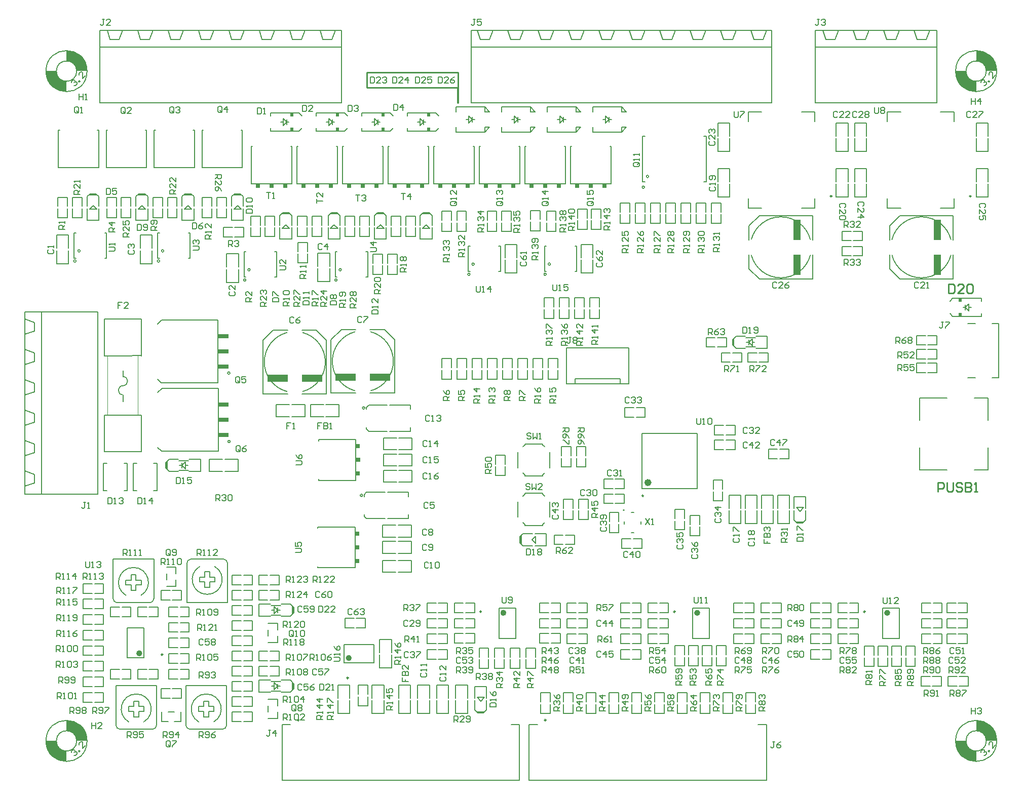
<source format=gto>
G04*
G04 #@! TF.GenerationSoftware,Altium Limited,Altium Designer,25.0.2 (28)*
G04*
G04 Layer_Color=65535*
%FSLAX44Y44*%
%MOMM*%
G71*
G04*
G04 #@! TF.SameCoordinates,89448804-F20A-4376-BCDE-6976CDED9B52*
G04*
G04*
G04 #@! TF.FilePolarity,Positive*
G04*
G01*
G75*
%ADD10C,0.2000*%
%ADD11C,0.2500*%
%ADD12C,0.1270*%
%ADD13C,0.6000*%
%ADD14C,0.5000*%
%ADD15C,0.2540*%
%ADD16C,0.1000*%
%ADD17C,0.3000*%
%ADD18C,0.1524*%
%ADD19R,0.6000X0.6000*%
%ADD20R,0.6940X0.7620*%
%ADD21R,0.7620X0.7620*%
%ADD22R,1.7240X0.7620*%
%ADD23R,3.4000X1.2000*%
%ADD24R,1.2000X3.4000*%
%ADD25R,0.7620X0.6940*%
%ADD26R,0.7620X0.6940*%
G36*
X1596704Y1223703D02*
X1601046Y1222540D01*
X1605199Y1220820D01*
X1609091Y1218572D01*
X1612657Y1215836D01*
X1615836Y1212657D01*
X1618572Y1209091D01*
X1620820Y1205199D01*
X1622540Y1201046D01*
X1623703Y1196704D01*
X1624290Y1192247D01*
Y1190000D01*
X1607000D01*
X1606918Y1191666D01*
X1606268Y1194935D01*
X1604993Y1198014D01*
X1603141Y1200785D01*
X1600785Y1203141D01*
X1598014Y1204993D01*
X1594935Y1206268D01*
X1591666Y1206918D01*
X1590000Y1207000D01*
Y1224290D01*
X1592247D01*
X1596704Y1223703D01*
D02*
G37*
G36*
X76704D02*
X81046Y1222540D01*
X85199Y1220820D01*
X89091Y1218572D01*
X92657Y1215836D01*
X95836Y1212657D01*
X98572Y1209091D01*
X100820Y1205199D01*
X102540Y1201046D01*
X103703Y1196704D01*
X104290Y1192247D01*
Y1190000D01*
X87000D01*
X86918Y1191666D01*
X86268Y1194935D01*
X84993Y1198014D01*
X83141Y1200785D01*
X80785Y1203141D01*
X78014Y1204993D01*
X74935Y1206268D01*
X71666Y1206918D01*
X70000Y1207000D01*
Y1224290D01*
X72248D01*
X76704Y1223703D01*
D02*
G37*
G36*
X1573082Y1188334D02*
X1573732Y1185065D01*
X1575007Y1181986D01*
X1576859Y1179215D01*
X1579215Y1176859D01*
X1581986Y1175007D01*
X1585065Y1173732D01*
X1588334Y1173082D01*
X1590000Y1173000D01*
Y1155710D01*
X1587753D01*
X1583296Y1156297D01*
X1578954Y1157460D01*
X1574801Y1159180D01*
X1570909Y1161428D01*
X1567343Y1164164D01*
X1564164Y1167343D01*
X1561428Y1170909D01*
X1559180Y1174801D01*
X1557460Y1178954D01*
X1556297Y1183296D01*
X1555710Y1187753D01*
Y1190000D01*
X1573000D01*
X1573082Y1188334D01*
D02*
G37*
G36*
X53082D02*
X53732Y1185065D01*
X55007Y1181986D01*
X56859Y1179215D01*
X59215Y1176859D01*
X61986Y1175007D01*
X65065Y1173732D01*
X68334Y1173082D01*
X70000Y1173000D01*
X70000Y1155710D01*
X67752D01*
X63296Y1156297D01*
X58954Y1157460D01*
X54801Y1159180D01*
X50909Y1161428D01*
X47343Y1164164D01*
X44164Y1167343D01*
X41428Y1170909D01*
X39180Y1174801D01*
X37460Y1178954D01*
X36297Y1183296D01*
X35710Y1187753D01*
Y1190000D01*
X53000D01*
X53082Y1188334D01*
D02*
G37*
G36*
X359600Y984999D02*
X362600Y982000D01*
X348601Y981999D01*
X351600Y985000D01*
X359600Y984999D01*
D02*
G37*
G36*
X277050D02*
X280050Y982000D01*
X266050Y981999D01*
X269050Y985000D01*
X277050Y984999D01*
D02*
G37*
G36*
X199898D02*
X202897Y982000D01*
X188898Y981999D01*
X191897Y985000D01*
X199898Y984999D01*
D02*
G37*
G36*
X118300D02*
X121300Y982000D01*
X107301Y981999D01*
X110300Y985000D01*
X118300Y984999D01*
D02*
G37*
G36*
X675008Y953400D02*
X678007Y950400D01*
X664008Y950399D01*
X667008Y953400D01*
X675008Y953400D01*
D02*
G37*
G36*
X598333D02*
X601332Y950400D01*
X587333Y950399D01*
X590332Y953400D01*
X598333Y953400D01*
D02*
G37*
G36*
X521180D02*
X524180Y950400D01*
X510181Y950399D01*
X513180Y953400D01*
X521180Y953400D01*
D02*
G37*
G36*
X440440D02*
X443440Y950400D01*
X429441Y950399D01*
X432440Y953400D01*
X440440Y953400D01*
D02*
G37*
G36*
X1185850Y729600D02*
X1182850Y732600D01*
X1182850Y740601D01*
X1185851Y743600D01*
X1185850Y729600D01*
D02*
G37*
G36*
X238922Y523650D02*
X235922Y526650D01*
X235923Y534650D01*
X238923Y537650D01*
X238922Y523650D01*
D02*
G37*
G36*
X1299400Y434200D02*
X1291400Y434200D01*
X1288400Y437200D01*
X1302399Y437201D01*
X1299400Y434200D01*
D02*
G37*
G36*
X830901Y399400D02*
X827900Y402400D01*
X827900Y410400D01*
X830900Y413400D01*
X830901Y399400D01*
D02*
G37*
G36*
X449800Y292599D02*
X449799Y284599D01*
X446799Y281599D01*
X446799Y295600D01*
X449800Y292599D01*
D02*
G37*
G36*
X449800Y165450D02*
X449799Y157449D01*
X446799Y154449D01*
X446800Y168450D01*
X449800Y165450D01*
D02*
G37*
G36*
X766000Y116700D02*
X758000Y116700D01*
X755000Y119700D01*
X768999Y119701D01*
X766000Y116700D01*
D02*
G37*
G36*
X1596704Y103703D02*
X1601046Y102540D01*
X1605199Y100820D01*
X1609091Y98572D01*
X1612657Y95836D01*
X1615836Y92657D01*
X1618572Y89091D01*
X1620820Y85199D01*
X1622540Y81046D01*
X1623703Y76704D01*
X1624290Y72248D01*
Y70000D01*
X1607000D01*
X1606918Y71666D01*
X1606268Y74935D01*
X1604993Y78014D01*
X1603141Y80785D01*
X1600785Y83141D01*
X1598014Y84993D01*
X1594935Y86268D01*
X1591666Y86918D01*
X1590000Y87000D01*
Y104290D01*
X1592247D01*
X1596704Y103703D01*
D02*
G37*
G36*
X76704D02*
X81046Y102540D01*
X85199Y100820D01*
X89091Y98572D01*
X92657Y95836D01*
X95836Y92657D01*
X98572Y89091D01*
X100820Y85199D01*
X102540Y81046D01*
X103703Y76704D01*
X104290Y72248D01*
Y70000D01*
X87000D01*
X86918Y71666D01*
X86268Y74935D01*
X84993Y78014D01*
X83141Y80785D01*
X80785Y83141D01*
X78014Y84993D01*
X74935Y86268D01*
X71666Y86918D01*
X70000Y87000D01*
Y104290D01*
X72248D01*
X76704Y103703D01*
D02*
G37*
G36*
X1573082Y68334D02*
X1573732Y65065D01*
X1575007Y61986D01*
X1576859Y59215D01*
X1579215Y56859D01*
X1581986Y55007D01*
X1585065Y53732D01*
X1588334Y53082D01*
X1590000Y53000D01*
Y35710D01*
X1587753D01*
X1583296Y36297D01*
X1578954Y37460D01*
X1574801Y39180D01*
X1570909Y41428D01*
X1567343Y44164D01*
X1564164Y47343D01*
X1561428Y50909D01*
X1559180Y54801D01*
X1557460Y58954D01*
X1556297Y63296D01*
X1555710Y67752D01*
Y70000D01*
X1573000D01*
X1573082Y68334D01*
D02*
G37*
G36*
X53082D02*
X53732Y65065D01*
X55007Y61986D01*
X56859Y59215D01*
X59215Y56859D01*
X61986Y55007D01*
X65065Y53732D01*
X68334Y53082D01*
X70000Y53000D01*
X70000Y35710D01*
X67752D01*
X63296Y36297D01*
X58954Y37460D01*
X54801Y39180D01*
X50909Y41428D01*
X47343Y44164D01*
X44164Y47343D01*
X41428Y50909D01*
X39180Y54801D01*
X37460Y58954D01*
X36297Y63296D01*
X35710Y67752D01*
Y70000D01*
X53000D01*
X53082Y68334D01*
D02*
G37*
D10*
X225553Y872500D02*
G03*
X225553Y872500I-2000J0D01*
G01*
X232553Y889500D02*
G03*
X232553Y889500I-2000J0D01*
G01*
X1042850Y1013948D02*
G03*
X1042850Y1013948I-2000J0D01*
G01*
X1035850Y995948D02*
G03*
X1035850Y995948I-2000J0D01*
G01*
X1002098Y456000D02*
G03*
X1002098Y456000I-1000J0D01*
G01*
X343172Y685150D02*
G03*
X343172Y685150I-2000J0D01*
G01*
X343572Y570850D02*
G03*
X343572Y570850I-2000J0D01*
G01*
X464685Y654318D02*
G03*
X464685Y752842I-13200J49262D01*
G01*
X438285D02*
G03*
X438285Y654318I13200J-49262D01*
G01*
X551950Y754112D02*
G03*
X551950Y655588I13200J-49262D01*
G01*
X578350D02*
G03*
X578350Y754112I-13200J49262D01*
G01*
X568570Y626750D02*
G03*
X568570Y626750I-2000J0D01*
G01*
X564800Y480550D02*
G03*
X564800Y480550I-2000J0D01*
G01*
X92852Y889500D02*
G03*
X92852Y889500I-2000J0D01*
G01*
X85852Y872500D02*
G03*
X85852Y872500I-2000J0D01*
G01*
X1547862Y908550D02*
G03*
X1449338Y908550I-49262J-13200D01*
G01*
Y882150D02*
G03*
X1547862Y882150I49262J13200D01*
G01*
X1214388D02*
G03*
X1312912Y882150I49262J13200D01*
G01*
Y908550D02*
G03*
X1214388Y908550I-49262J-13200D01*
G01*
X199000Y101792D02*
G03*
X174000Y101792I-12500J21651D01*
G01*
X213500Y89443D02*
G03*
X220500Y96443I0J7000D01*
G01*
X152500D02*
G03*
X159500Y89443I7000J0D01*
G01*
X147883Y308025D02*
G03*
X154883Y301026I7000J0D01*
G01*
X208883D02*
G03*
X215883Y308025I0J7000D01*
G01*
X194383Y313375D02*
G03*
X169383Y313375I-12500J21651D01*
G01*
X339083Y367026D02*
G03*
X332082Y374026I-7000J0D01*
G01*
X278083D02*
G03*
X271082Y367026I0J-7000D01*
G01*
X292582Y361677D02*
G03*
X317582Y361677I12500J-21651D01*
G01*
X269500Y96443D02*
G03*
X276500Y89443I7000J0D01*
G01*
X330500D02*
G03*
X337500Y96443I0J7000D01*
G01*
X316000Y101792D02*
G03*
X291000Y101792I-12500J21651D01*
G01*
X87000Y70000D02*
G03*
X87000Y70000I-17000J0D01*
G01*
X104290D02*
G03*
X104290Y70000I-34290J0D01*
G01*
X751350Y867300D02*
G03*
X751350Y867300I-2000J0D01*
G01*
X744350Y850300D02*
G03*
X744350Y850300I-2000J0D01*
G01*
X878717Y867300D02*
G03*
X878717Y867300I-2000J0D01*
G01*
X871717Y850300D02*
G03*
X871717Y850300I-2000J0D01*
G01*
X369893Y840900D02*
G03*
X369893Y840900I-2000J0D01*
G01*
X376893Y857900D02*
G03*
X376893Y857900I-2000J0D01*
G01*
X529293D02*
G03*
X529293Y857900I-2000J0D01*
G01*
X522293Y840900D02*
G03*
X522293Y840900I-2000J0D01*
G01*
X1624290Y70000D02*
G03*
X1624290Y70000I-34290J0D01*
G01*
X1607000D02*
G03*
X1607000Y70000I-17000J0D01*
G01*
X104290Y1190000D02*
G03*
X104290Y1190000I-34290J0D01*
G01*
X87000D02*
G03*
X87000Y1190000I-17000J0D01*
G01*
X1624290D02*
G03*
X1624290Y1190000I-34290J0D01*
G01*
X1607000D02*
G03*
X1607000Y1190000I-17000J0D01*
G01*
X222552Y877499D02*
Y919500D01*
X225553D01*
X222552Y877499D02*
X225553D01*
X273552D02*
X276553D01*
X273552Y919500D02*
X276553D01*
Y877499D02*
Y919500D01*
X268050Y985000D02*
X278050D01*
X283050Y980000D01*
X263050D02*
X268050Y985000D01*
X263050Y964000D02*
Y980000D01*
X283050Y964000D02*
Y980000D01*
X263050Y940999D02*
X283050D01*
Y960000D01*
X263050Y940999D02*
Y960000D01*
X267050Y959000D02*
X273050Y965000D01*
X267050Y959000D02*
X279050D01*
X273050Y965000D02*
X279050Y959000D01*
X136350Y1028900D02*
Y1091100D01*
Y1028900D02*
X203650D01*
Y1091100D01*
X201500D02*
X203650D01*
X136350D02*
X138500D01*
X216350Y1028900D02*
Y1091100D01*
Y1028900D02*
X283650D01*
Y1091100D01*
X281500D02*
X283650D01*
X216350D02*
X218500D01*
X195898Y965000D02*
X201898Y959000D01*
X189897D02*
X201898D01*
X189897D02*
X195898Y965000D01*
X185898Y940999D02*
Y960000D01*
X205898Y940999D02*
Y960000D01*
X185898Y940999D02*
X205898D01*
Y964000D02*
Y980000D01*
X185898Y964000D02*
Y980000D01*
X190897Y985000D01*
X200898D02*
X205898Y980000D01*
X190897Y985000D02*
X200898D01*
X720250Y115700D02*
X740250D01*
X720250Y163700D02*
X740250D01*
X740251Y115700D02*
Y137700D01*
Y141700D02*
Y163700D01*
X720250Y115700D02*
Y137700D01*
Y141700D02*
Y163700D01*
X759450Y225200D02*
X775450D01*
X759450Y210200D02*
Y225200D01*
X775450Y210200D02*
Y225200D01*
Y191200D02*
Y206200D01*
X759450Y191200D02*
Y206200D01*
Y191200D02*
X775450D01*
X1553150Y961150D02*
Y977100D01*
Y1105700D02*
Y1121650D01*
X1441650D02*
X1464150D01*
X1530650D02*
X1553150D01*
X1441650Y961150D02*
Y977100D01*
Y1105700D02*
Y1121650D01*
Y961150D02*
X1464150D01*
X1530650D02*
X1553150D01*
X121920Y482600D02*
Y787400D01*
X600Y482600D02*
Y787400D01*
X121920D01*
X600Y482600D02*
X121920D01*
X28600D02*
Y787400D01*
X600Y495900D02*
X16600Y500900D01*
Y515900D01*
X600Y521900D02*
X16600Y515900D01*
X600Y546700D02*
X16600Y551700D01*
Y566700D01*
X600Y572700D02*
X16600Y566700D01*
X600Y597500D02*
X16600Y602500D01*
Y617500D01*
X600Y623500D02*
X16600Y617500D01*
X600Y648300D02*
X16600Y653300D01*
Y668300D01*
X600Y674300D02*
X16600Y668300D01*
X600Y699100D02*
X16600Y704100D01*
Y719100D01*
X600Y725100D02*
X16600Y719100D01*
X600Y749900D02*
X16600Y754900D01*
Y769900D01*
X600Y775900D02*
X16600Y769900D01*
X131922Y488522D02*
X137372D01*
X165872D02*
X171322D01*
Y534221D01*
X131922D02*
X137372D01*
X165872D02*
X171322D01*
X131922Y488522D02*
Y534221D01*
X181820Y488522D02*
X187270D01*
X215770D02*
X221220D01*
Y534221D01*
X181820D02*
X187270D01*
X215770D02*
X221220D01*
X181820Y488522D02*
Y534221D01*
X133573Y714050D02*
X164372D01*
X133472Y713750D02*
Y775760D01*
X195372D01*
Y714050D02*
Y775760D01*
X164372Y714050D02*
X195472Y714150D01*
X132972Y553510D02*
X194872D01*
X132972D02*
Y614750D01*
X132872Y614550D02*
X194772D01*
X194872Y553510D02*
Y613650D01*
X308809Y520650D02*
X330809D01*
X334809D02*
X356809D01*
X308809Y540652D02*
X330809D01*
X334809D02*
X356809D01*
X308809Y520650D02*
Y540650D01*
X356809Y520650D02*
Y540650D01*
X268922Y530650D02*
X272922D01*
X258922D02*
X262922D01*
Y526650D02*
Y534650D01*
Y530650D02*
X268922Y536650D01*
Y524650D02*
Y536650D01*
X262922Y530650D02*
X268922Y524650D01*
X257922Y538650D02*
X273922D01*
X241922Y520650D02*
X257032D01*
X241922Y540650D02*
X257032D01*
X274812D02*
X293922D01*
X274812Y520650D02*
X293922D01*
Y540650D01*
X235922Y526650D02*
Y534650D01*
X241922Y540650D01*
X235922Y526650D02*
X241922Y520650D01*
X257922Y522650D02*
X273922D01*
X1298100Y961150D02*
X1320600D01*
X1209100D02*
X1231600D01*
X1209100Y1105700D02*
Y1121650D01*
Y961150D02*
Y977100D01*
X1298100Y1121650D02*
X1320600D01*
X1209100D02*
X1231600D01*
X1320600Y1105700D02*
Y1121650D01*
Y961150D02*
Y977100D01*
X1134850Y1004949D02*
X1138850D01*
X1134850Y1080948D02*
X1138850D01*
Y1004949D02*
Y1080948D01*
X1032850Y1004949D02*
Y1080948D01*
X1036850D01*
X1032850Y1004949D02*
X1036850D01*
X296350Y1091100D02*
X298500D01*
X361500D02*
X363650D01*
Y1028900D02*
Y1091100D01*
X296350Y1028900D02*
X363650D01*
X296350D02*
Y1091100D01*
X56350Y1028900D02*
Y1091100D01*
Y1028900D02*
X123650D01*
Y1091100D01*
X121500D02*
X123650D01*
X56350D02*
X58500D01*
X1365950Y906400D02*
Y922400D01*
X1380950D01*
X1365950Y906400D02*
X1380950D01*
X1384950D02*
X1399950D01*
X1384950Y922400D02*
X1399950D01*
Y906400D02*
Y922400D01*
X1490500Y708917D02*
Y724918D01*
Y708917D02*
X1505500D01*
X1490500Y724918D02*
X1505500D01*
X1509500D02*
X1524500D01*
X1509500Y708917D02*
X1524500D01*
Y724918D01*
X1490500Y685835D02*
Y701835D01*
Y685835D02*
X1505500D01*
X1490500Y701835D02*
X1505500D01*
X1509500D02*
X1524500D01*
X1509500Y685835D02*
X1524500D01*
Y701835D01*
X1524500Y732000D02*
Y748000D01*
X1509500Y732000D02*
X1524500D01*
X1509500Y748000D02*
X1524500D01*
X1490500D02*
X1505500D01*
X1490500Y732000D02*
X1505500D01*
X1490500D02*
Y748000D01*
X1576000Y677500D02*
X1589000D01*
X1576000Y767500D02*
X1589000D01*
X1617000D02*
X1628000D01*
Y677500D02*
Y767500D01*
X1617000Y677500D02*
X1628000D01*
X1578000Y795000D02*
X1582000D01*
X1568000D02*
X1572000D01*
Y791000D02*
Y799000D01*
Y795000D02*
X1578000Y801000D01*
Y789000D02*
Y801000D01*
X1572000Y795000D02*
X1578000Y789000D01*
X1551000Y810000D02*
X1599000D01*
X1546000Y805000D02*
X1551000Y810000D01*
Y780000D02*
X1599000D01*
X1546000Y785000D02*
X1551000Y780000D01*
X1599000Y805000D02*
Y810000D01*
Y780000D02*
Y785000D01*
X1495400Y643720D02*
X1541200D01*
X1495400Y606521D02*
Y643720D01*
Y523320D02*
Y560520D01*
Y523320D02*
X1541200D01*
X1587200D02*
X1610000D01*
Y560520D01*
Y606521D02*
Y643720D01*
X1587200D02*
X1610000D01*
X1277000Y542000D02*
Y558000D01*
X1262000D02*
X1277000D01*
X1262000Y542000D02*
X1277000D01*
X1243000D02*
X1258000D01*
X1243000Y558000D02*
X1258000D01*
X1243000Y542000D02*
Y558000D01*
X1231232Y481200D02*
X1251232D01*
X1231232Y433200D02*
X1251232D01*
X1231232D02*
Y455200D01*
Y459200D02*
Y481200D01*
X1251234Y433200D02*
Y455200D01*
Y459200D02*
Y481200D01*
X1014099Y452000D02*
X1018099D01*
X1014099Y418000D02*
X1018099D01*
X1002098Y433000D02*
Y437000D01*
X1030098Y433000D02*
Y437000D01*
X1032000Y392000D02*
Y408000D01*
X1017000Y392000D02*
X1032000D01*
X1017000Y408000D02*
X1032000D01*
X998000D02*
X1013000D01*
X998000Y392000D02*
X1013000D01*
X998000D02*
Y408000D01*
X977000Y452000D02*
X993000D01*
Y437000D02*
Y452000D01*
X977000Y437000D02*
Y452000D01*
Y418000D02*
Y433000D01*
X993000Y418000D02*
Y433000D01*
X977000Y418000D02*
X993000D01*
X1112000Y447000D02*
X1128000D01*
Y432000D02*
Y447000D01*
X1112000Y432000D02*
Y447000D01*
Y413000D02*
Y428000D01*
X1128000Y413000D02*
Y428000D01*
X1112000Y413000D02*
X1128000D01*
X491270Y505750D02*
Y507750D01*
Y571750D02*
Y573750D01*
X553270D01*
Y505750D02*
Y573750D01*
X491270Y505750D02*
X553270D01*
X222167Y767199D02*
X229237Y774141D01*
X222167Y675101D02*
X228228Y669150D01*
X323172D02*
Y774150D01*
X229228D02*
X323172D01*
X228228Y669150D02*
X323172D01*
X490000Y359700D02*
Y361700D01*
Y425700D02*
Y427700D01*
X552000D01*
Y359700D02*
Y427700D01*
X490000Y359700D02*
X552000D01*
X905500Y667020D02*
X1009500D01*
X905500Y727500D02*
X1009500D01*
X919500Y675500D02*
X995500D01*
X905500Y667020D02*
Y727500D01*
X1009500Y667020D02*
Y727500D01*
X919500Y667020D02*
Y675500D01*
X995500Y667020D02*
Y675500D01*
X228628Y554850D02*
X323572D01*
X229628Y659850D02*
X323572D01*
Y554850D02*
Y659850D01*
X222567Y560801D02*
X228628Y554850D01*
X222567Y652899D02*
X229637Y659841D01*
X893700Y810750D02*
X909700D01*
X893700Y795750D02*
Y810750D01*
X909700Y795750D02*
Y810750D01*
Y776750D02*
Y791750D01*
X893700Y776750D02*
Y791750D01*
Y776750D02*
X909700D01*
X919100Y810750D02*
X935100D01*
X919100Y795750D02*
Y810750D01*
X935100Y795750D02*
Y810750D01*
Y776750D02*
Y791750D01*
X919100Y776750D02*
Y791750D01*
Y776750D02*
X935100D01*
X868300Y810750D02*
X884300D01*
X868300Y795750D02*
Y810750D01*
X884300Y795750D02*
Y810750D01*
Y776750D02*
Y791750D01*
X868300Y776750D02*
Y791750D01*
Y776750D02*
X884300D01*
X504485Y650580D02*
Y739580D01*
X463485Y650580D02*
X504485D01*
X487485Y756580D02*
X504485Y739580D01*
X463485Y756580D02*
X487485D01*
X415485D02*
X439485D01*
X398485Y739580D02*
X415485Y756580D01*
X398485Y650580D02*
X439485D01*
X398485D02*
Y739580D01*
X722250Y675150D02*
X738250D01*
X722250D02*
Y690150D01*
X738250Y675150D02*
Y690150D01*
Y694150D02*
Y709150D01*
X722250Y694150D02*
Y709150D01*
X738250D01*
X696850Y675150D02*
X712850D01*
X696850D02*
Y690150D01*
X712850Y675150D02*
Y690150D01*
Y694150D02*
Y709150D01*
X696850Y694150D02*
Y709150D01*
X712850D01*
X512150Y651850D02*
Y740850D01*
Y651850D02*
X553150D01*
X512150Y740850D02*
X529150Y757850D01*
X553150D01*
X577150D02*
X601150D01*
X618150Y740850D01*
X577150Y651850D02*
X618150D01*
Y740850D01*
X773050Y709150D02*
X789050D01*
X773050Y694150D02*
Y709150D01*
X789050Y694150D02*
Y709150D01*
Y675150D02*
Y690150D01*
X773050Y675150D02*
Y690150D01*
Y675150D02*
X789050D01*
X747650D02*
X763650D01*
X747650D02*
Y690150D01*
X763650Y675150D02*
Y690150D01*
Y694150D02*
Y709150D01*
X747650Y694150D02*
Y709150D01*
X763650D01*
X922000Y562000D02*
X938000D01*
Y547000D02*
Y562000D01*
X922000Y547000D02*
Y562000D01*
Y528000D02*
Y543000D01*
X938000Y528000D02*
Y543000D01*
X922000Y528000D02*
X938000D01*
X897000Y562000D02*
X913000D01*
Y547000D02*
Y562000D01*
X897000Y547000D02*
Y562000D01*
Y528000D02*
Y543000D01*
X913000Y528000D02*
Y543000D01*
X897000Y528000D02*
X913000D01*
X925450Y440200D02*
X941450D01*
Y455200D01*
X925450Y440200D02*
Y455200D01*
Y459200D02*
Y474200D01*
X941450Y459200D02*
Y474200D01*
X925450D02*
X941450D01*
X787020Y513860D02*
X803020D01*
X787020D02*
Y528860D01*
X803020Y513860D02*
Y528860D01*
Y532860D02*
Y547860D01*
X787020Y532860D02*
Y547860D01*
X803020D01*
X900050Y440200D02*
X916050D01*
Y455200D01*
X900050Y440200D02*
Y455200D01*
Y459200D02*
Y474200D01*
X916050Y459200D02*
Y474200D01*
X900050D02*
X916050D01*
X835900Y512750D02*
Y514750D01*
Y512750D02*
X865900D01*
Y514750D01*
X868900Y517750D01*
X832900D02*
X835900Y514750D01*
X832900Y561750D02*
X835900Y564750D01*
X865900D02*
X868900Y561750D01*
X823900Y526750D02*
Y552750D01*
X877900Y526750D02*
Y552750D01*
X865900Y564750D02*
Y566750D01*
X835900D02*
X865900D01*
X835900Y564750D02*
Y566750D01*
X835900Y430200D02*
Y432200D01*
Y430200D02*
X865900D01*
Y432200D01*
X868900Y435200D01*
X832900D02*
X835900Y432200D01*
X832900Y479200D02*
X835900Y482200D01*
X865900D02*
X868900Y479200D01*
X823900Y444200D02*
Y470200D01*
X877900Y444200D02*
Y470200D01*
X865900Y482200D02*
Y484200D01*
X835900D02*
X865900D01*
X835900Y482200D02*
Y484200D01*
X477650Y632301D02*
X499650D01*
X503650D02*
X525650D01*
X477650Y612300D02*
X499650D01*
X503650D02*
X525650D01*
Y632300D01*
X477650Y612300D02*
Y632300D01*
X599570Y522668D02*
X621570D01*
X625570D02*
X647570D01*
X625570Y502668D02*
X647570D01*
Y522668D01*
X599570Y502668D02*
X621570D01*
X599570D02*
Y522668D01*
Y549750D02*
X621570D01*
X625570D02*
X647570D01*
X625570Y529750D02*
X647570D01*
Y549750D01*
X599570Y529750D02*
X621570D01*
X599570D02*
Y549750D01*
Y576833D02*
X621570D01*
X625570D02*
X647570D01*
X625570Y556833D02*
X647570D01*
Y576833D01*
X599570Y556833D02*
X621570D01*
X599570D02*
Y576833D01*
X571070Y627750D02*
X575070Y631750D01*
X571070Y624750D02*
Y627750D01*
X610070Y631750D02*
X645070D01*
Y624750D02*
Y631750D01*
X575070D02*
X606070D01*
X575070Y587750D02*
X606070D01*
X645070D02*
Y594750D01*
X610070Y587750D02*
X645070D01*
X571070Y591750D02*
Y594750D01*
Y591750D02*
X575070Y587750D01*
X598300Y371950D02*
X620300D01*
X624300D02*
X646300D01*
X624300Y351950D02*
X646300D01*
Y371950D01*
X598300Y351950D02*
X620300D01*
X598300D02*
Y371950D01*
Y430783D02*
X620300D01*
X624300D02*
X646300D01*
X624300Y410783D02*
X646300D01*
Y430783D01*
X598300Y410783D02*
X620300D01*
X598300D02*
Y430783D01*
X567300Y445550D02*
X571300Y441550D01*
X567300Y445550D02*
Y448550D01*
X606300Y441550D02*
X641300D01*
Y448550D01*
X571300Y441550D02*
X602300D01*
X571300Y485550D02*
X602300D01*
X641300Y478550D02*
Y485550D01*
X606300D02*
X641300D01*
X567300Y478550D02*
Y481550D01*
X571300Y485550D01*
X598300Y403700D02*
X620300D01*
X624300D02*
X646300D01*
X624300Y383700D02*
X646300D01*
Y403700D01*
X598300Y383700D02*
X620300D01*
X598300D02*
Y403700D01*
X53500Y916150D02*
X73500D01*
X53500Y894150D02*
Y916150D01*
Y868150D02*
X73500D01*
X53500D02*
Y890150D01*
X73500Y868150D02*
Y890150D01*
Y894150D02*
Y916150D01*
X136853Y877499D02*
Y919500D01*
X133852D02*
X136853D01*
X133852Y877499D02*
X136853D01*
X82852D02*
X85852D01*
X82852Y919500D02*
X85852D01*
X82852Y877499D02*
Y919500D01*
X968000Y492000D02*
Y508000D01*
Y492000D02*
X983000D01*
X968000Y508000D02*
X983000D01*
X987000D02*
X1002000D01*
X987000Y492000D02*
X1002000D01*
Y508000D01*
X944500Y776750D02*
X960500D01*
X944500D02*
Y791750D01*
X960500Y776750D02*
Y791750D01*
Y795750D02*
Y810750D01*
X944500Y795750D02*
Y810750D01*
X960500D01*
X849250Y709150D02*
X865250D01*
X849250Y694150D02*
Y709150D01*
X865250Y694150D02*
Y709150D01*
Y675150D02*
Y690150D01*
X849250Y675150D02*
Y690150D01*
Y675150D02*
X865250D01*
X874650Y709150D02*
X890650D01*
X874650Y694150D02*
Y709150D01*
X890650Y694150D02*
Y709150D01*
Y675150D02*
Y690150D01*
X874650Y675150D02*
Y690150D01*
Y675150D02*
X890650D01*
X798450D02*
X814450D01*
X798450D02*
Y690150D01*
X814450Y675150D02*
Y690150D01*
Y694150D02*
Y709150D01*
X798450Y694150D02*
Y709150D01*
X814450D01*
X823850Y675150D02*
X839850D01*
X823850D02*
Y690150D01*
X839850Y675150D02*
Y690150D01*
Y694150D02*
Y709150D01*
X823850Y694150D02*
Y709150D01*
X839850D01*
X884700Y398400D02*
Y414400D01*
Y398400D02*
X899700D01*
X884700Y414400D02*
X899700D01*
X903700D02*
X918700D01*
X903700Y398400D02*
X918700D01*
Y414400D01*
X827900Y401400D02*
Y411400D01*
X832900Y416400D01*
X827900Y401400D02*
X832900Y396400D01*
X848900D01*
X832900Y416400D02*
X848900D01*
X871900Y396400D02*
Y416400D01*
X852900D02*
X871900D01*
X852900Y396400D02*
X871900D01*
X847900Y406400D02*
X853900Y400400D01*
Y412400D01*
X847900Y406400D02*
X853900Y412400D01*
X1172700Y728600D02*
Y744600D01*
X1157700D02*
X1172700D01*
X1157700Y728600D02*
X1172700D01*
X1138700D02*
X1153700D01*
X1138700Y744600D02*
X1153700D01*
X1138700Y728600D02*
Y744600D01*
X1215850Y736600D02*
X1219850D01*
X1205850D02*
X1209850D01*
Y732600D02*
Y740600D01*
Y736600D02*
X1215850Y742600D01*
Y730600D02*
Y742600D01*
X1209850Y736600D02*
X1215850Y730600D01*
X1204850Y744600D02*
X1220850D01*
X1188850Y726600D02*
X1203960D01*
X1188850Y746600D02*
X1203960D01*
X1221740D02*
X1240850D01*
X1221740Y726600D02*
X1240850D01*
Y746600D01*
X1182850Y732600D02*
Y740600D01*
X1188850Y746600D01*
X1182850Y732600D02*
X1188850Y726600D01*
X1204850Y728600D02*
X1220850D01*
X1198100Y703200D02*
Y719200D01*
X1183100D02*
X1198100D01*
X1183100Y703200D02*
X1198100D01*
X1164100D02*
X1179100D01*
X1164100Y719200D02*
X1179100D01*
X1164100Y703200D02*
Y719200D01*
X1242550Y703200D02*
Y719200D01*
X1227550D02*
X1242550D01*
X1227550Y703200D02*
X1242550D01*
X1208550D02*
X1223550D01*
X1208550Y719200D02*
X1223550D01*
X1208550Y703200D02*
Y719200D01*
X1532000Y162000D02*
Y178000D01*
X1517000Y162000D02*
X1532000D01*
X1517000Y178000D02*
X1532000D01*
X1498000D02*
X1513000D01*
X1498000Y162000D02*
X1513000D01*
X1498000D02*
Y178000D01*
X1499050Y232700D02*
Y248700D01*
X1514050D01*
X1499050Y232700D02*
X1514050D01*
X1518050D02*
X1533050D01*
X1518050Y248700D02*
X1533050D01*
Y232700D02*
Y248700D01*
X1123500Y492000D02*
Y584000D01*
X1031500Y492000D02*
Y584000D01*
X1123500D01*
X1031500Y492000D02*
X1123500D01*
X1087000Y423000D02*
X1103000D01*
Y438000D01*
X1087000Y423000D02*
Y438000D01*
Y442000D02*
Y457000D01*
X1103000Y442000D02*
Y457000D01*
X1087000D02*
X1103000D01*
X1150599Y471950D02*
X1166599D01*
Y486950D01*
X1150599Y471950D02*
Y486950D01*
Y490950D02*
Y505950D01*
X1166599Y490950D02*
Y505950D01*
X1150599D02*
X1166599D01*
X1187000Y557000D02*
Y573000D01*
X1172000D02*
X1187000D01*
X1172000Y557000D02*
X1187000D01*
X1153000D02*
X1168000D01*
X1153000Y573000D02*
X1168000D01*
X1153000Y557000D02*
Y573000D01*
X1003000Y611099D02*
Y627099D01*
Y611099D02*
X1018000D01*
X1003000Y627099D02*
X1018000D01*
X1022000D02*
X1037000D01*
X1022000Y611099D02*
X1037000D01*
Y627099D01*
X1187000Y581326D02*
Y597326D01*
X1172000D02*
X1187000D01*
X1172000Y581326D02*
X1187000D01*
X1153000D02*
X1168000D01*
X1153000Y597326D02*
X1168000D01*
X1153000Y581326D02*
Y597326D01*
X968000Y467000D02*
Y483000D01*
Y467000D02*
X983000D01*
X968000Y483000D02*
X983000D01*
X987000D02*
X1002000D01*
X987000Y467000D02*
X1002000D01*
Y483000D01*
X1577000Y162000D02*
Y178000D01*
X1562000Y162000D02*
X1577000D01*
X1562000Y178000D02*
X1577000D01*
X1543000D02*
X1558000D01*
X1543000Y162000D02*
X1558000D01*
X1543000D02*
Y178000D01*
X1128650Y150350D02*
X1144650D01*
Y135350D02*
Y150350D01*
X1128650Y135350D02*
Y150350D01*
Y116350D02*
Y131350D01*
X1144650Y116350D02*
Y131350D01*
X1128650Y116350D02*
X1144650D01*
X1052450Y150350D02*
X1068450D01*
Y135350D02*
Y150350D01*
X1052450Y135350D02*
Y150350D01*
Y116350D02*
Y131350D01*
X1068450Y116350D02*
Y131350D01*
X1052450Y116350D02*
X1068450D01*
X792473Y241700D02*
Y291700D01*
Y241700D02*
X820427D01*
Y291700D01*
X792473D02*
X820427D01*
X717950Y284700D02*
Y300700D01*
Y284700D02*
X732950D01*
X717950Y300700D02*
X732950D01*
X736950D02*
X751950D01*
X736950Y284700D02*
X751950D01*
Y300700D01*
X717950Y233519D02*
Y249519D01*
Y233519D02*
X732950D01*
X717950Y249519D02*
X732950D01*
X736950D02*
X751950D01*
X736950Y233519D02*
X751950D01*
Y249519D01*
Y258700D02*
Y274700D01*
X736950Y258700D02*
X751950D01*
X736950Y274700D02*
X751950D01*
X717950D02*
X732950D01*
X717950Y258700D02*
X732950D01*
X717950D02*
Y274700D01*
X906450Y232700D02*
Y248700D01*
Y232700D02*
X921450D01*
X906450Y248700D02*
X921450D01*
X925450D02*
X940450D01*
X925450Y232700D02*
X940450D01*
Y248700D01*
X894950Y233552D02*
Y249552D01*
X879950D02*
X894950D01*
X879950Y233552D02*
X894950D01*
X860950D02*
X875950D01*
X860950Y249552D02*
X875950D01*
X860950Y233552D02*
Y249552D01*
X894950Y258700D02*
Y274700D01*
X879950D02*
X894950D01*
X879950Y258700D02*
X894950D01*
X860950D02*
X875950D01*
X860950Y274700D02*
X875950D01*
X860950Y258700D02*
Y274700D01*
X894950Y284700D02*
Y300700D01*
X879950D02*
X894950D01*
X879950Y284700D02*
X894950D01*
X860950D02*
X875950D01*
X860950Y300700D02*
X875950D01*
X860950Y284700D02*
Y300700D01*
X940450Y258700D02*
Y274700D01*
X925450D02*
X940450D01*
X925450Y258700D02*
X940450D01*
X906450D02*
X921450D01*
X906450Y274700D02*
X921450D01*
X906450Y258700D02*
Y274700D01*
X940450Y284700D02*
Y300700D01*
X925450D02*
X940450D01*
X925450Y284700D02*
X940450D01*
X906450D02*
X921450D01*
X906450Y300700D02*
X921450D01*
X906450Y284700D02*
Y300700D01*
X706450Y232700D02*
Y248700D01*
X691450D02*
X706450D01*
X691450Y232700D02*
X706450D01*
X672450D02*
X687450D01*
X672450Y248700D02*
X687450D01*
X672450Y232700D02*
Y248700D01*
Y284700D02*
Y300700D01*
X687450D01*
X672450Y284700D02*
X687450D01*
X691450D02*
X706450D01*
X691450Y300700D02*
X706450D01*
Y284700D02*
Y300700D01*
X672450Y206700D02*
Y222700D01*
Y206700D02*
X687450D01*
X672450Y222700D02*
X687450D01*
X691450D02*
X706450D01*
X691450Y206700D02*
X706450D01*
Y222700D01*
X672450Y258700D02*
Y274700D01*
Y258700D02*
X687450D01*
X672450Y274700D02*
X687450D01*
X691450D02*
X706450D01*
X691450Y258700D02*
X706450D01*
Y274700D01*
X811450Y225200D02*
X827450D01*
X811450Y210200D02*
Y225200D01*
X827450Y210200D02*
Y225200D01*
Y191200D02*
Y206200D01*
X811450Y191200D02*
Y206200D01*
Y191200D02*
X827450D01*
X785450Y225200D02*
X801450D01*
X785450Y210200D02*
Y225200D01*
X801450Y210200D02*
Y225200D01*
Y191200D02*
Y206200D01*
X785450Y191200D02*
Y206200D01*
Y191200D02*
X801450D01*
X837450Y225200D02*
X853450D01*
X837450Y210200D02*
Y225200D01*
X853450Y210200D02*
Y225200D01*
Y191200D02*
Y206200D01*
X837450Y191200D02*
Y206200D01*
Y191200D02*
X853450D01*
X1403053Y194450D02*
X1419053D01*
X1403053D02*
Y209450D01*
X1419053Y194450D02*
Y209450D01*
Y213450D02*
Y228450D01*
X1403053Y213450D02*
Y228450D01*
X1419053D01*
X1426135Y194450D02*
X1442135D01*
X1426135D02*
Y209450D01*
X1442135Y194450D02*
Y209450D01*
Y213450D02*
Y228450D01*
X1426135Y213450D02*
Y228450D01*
X1442135D01*
X1449218Y194450D02*
X1465218D01*
X1449218D02*
Y209450D01*
X1465218Y194450D02*
Y209450D01*
Y213450D02*
Y228450D01*
X1449218Y213450D02*
Y228450D01*
X1465218D01*
X1472300Y194450D02*
X1488300D01*
X1472300D02*
Y209450D01*
X1488300Y194450D02*
Y209450D01*
Y213450D02*
Y228450D01*
X1472300Y213450D02*
Y228450D01*
X1488300D01*
X533800Y200900D02*
X583800D01*
Y230900D01*
X533800D02*
X583800D01*
X533800Y200900D02*
Y230900D01*
X557150Y129050D02*
X573150D01*
X557150D02*
Y144050D01*
X573150Y129050D02*
Y144050D01*
Y148050D02*
Y163050D01*
X557150Y148050D02*
Y163050D01*
X573150D01*
X593384Y239900D02*
X613384D01*
X593384Y191900D02*
X613384D01*
X593383Y217900D02*
Y239900D01*
Y191900D02*
Y213900D01*
X613384Y217900D02*
Y239900D01*
Y191900D02*
Y213900D01*
X523400Y163700D02*
X543400D01*
X523400Y115700D02*
X543400D01*
X523399Y141700D02*
Y163700D01*
Y115700D02*
Y137700D01*
X543400Y141700D02*
Y163700D01*
Y115700D02*
Y137700D01*
X535450Y258732D02*
Y274732D01*
X550450D01*
X535450Y258732D02*
X550450D01*
X554450D02*
X569450D01*
X554450Y274732D02*
X569450D01*
Y258732D02*
Y274732D01*
X580550Y115700D02*
X600550D01*
X580550Y163700D02*
X600550D01*
X600551Y115700D02*
Y137700D01*
Y141700D02*
Y163700D01*
X580550Y115700D02*
Y137700D01*
Y141700D02*
Y163700D01*
X1462600Y948350D02*
X1551600D01*
Y907350D02*
Y948350D01*
X1445600Y931350D02*
X1462600Y948350D01*
X1445600Y907350D02*
Y931350D01*
Y859350D02*
Y883350D01*
Y859350D02*
X1462600Y842350D01*
X1551600D02*
Y883350D01*
X1462600Y842350D02*
X1551600D01*
X1227650D02*
X1316650D01*
Y883350D01*
X1210650Y859350D02*
X1227650Y842350D01*
X1210650Y859350D02*
Y883350D01*
Y907350D02*
Y931350D01*
X1227650Y948350D01*
X1316650Y907350D02*
Y948350D01*
X1227650D02*
X1316650D01*
X190501Y110443D02*
Y119443D01*
X182500Y110443D02*
X190501D01*
X182500D02*
Y119443D01*
X190501D02*
X199500D01*
X173500D02*
X182500D01*
Y127443D02*
Y136443D01*
X173500Y127443D02*
X182500D01*
X173500Y119443D02*
Y127443D01*
X182500Y136443D02*
X190501D01*
Y127443D02*
Y136443D01*
Y127443D02*
X199500D01*
Y119443D02*
Y127443D01*
X152500Y162443D02*
X220500D01*
Y96443D02*
Y162443D01*
X159500Y89443D02*
X213500D01*
X152500Y96443D02*
Y162443D01*
X147882Y308025D02*
Y374026D01*
X154883Y301026D02*
X208883D01*
X215883Y308025D02*
Y374026D01*
X147882D02*
X215883D01*
X194883Y331026D02*
Y339025D01*
X185883D02*
X194883D01*
X185883D02*
Y348026D01*
X177883D02*
X185883D01*
X168883Y331026D02*
Y339025D01*
X177883D01*
Y348026D01*
X168883Y331026D02*
X177883D01*
X185883D02*
X194883D01*
X177883Y322025D02*
Y331026D01*
Y322025D02*
X185883D01*
Y331026D01*
X339083Y301026D02*
Y367026D01*
X278083Y374026D02*
X332083D01*
X271082Y301026D02*
Y367026D01*
Y301026D02*
X339083D01*
X292083Y336026D02*
Y344026D01*
Y336026D02*
X301082D01*
Y327026D02*
Y336026D01*
Y327026D02*
X309082D01*
X318083Y336026D02*
Y344026D01*
X309082Y336026D02*
X318083D01*
X309082Y327026D02*
Y336026D01*
Y344026D02*
X318083D01*
X292083D02*
X301082D01*
X309082D02*
Y353026D01*
X301082D02*
X309082D01*
X301082Y344026D02*
Y353026D01*
X269500Y96443D02*
Y162443D01*
X276500Y89443D02*
X330500D01*
X337500Y96443D02*
Y162443D01*
X269500D02*
X337500D01*
X316500Y119443D02*
Y127443D01*
X307500D02*
X316500D01*
X307500D02*
Y136443D01*
X299500D02*
X307500D01*
X290500Y119443D02*
Y127443D01*
X299500D01*
Y136443D01*
X290500Y119443D02*
X299500D01*
X307500D02*
X316500D01*
X299500Y110443D02*
Y119443D01*
Y110443D02*
X307500D01*
Y119443D01*
X199025Y208943D02*
Y258943D01*
X171072D02*
X199025D01*
X171072Y208943D02*
Y258943D01*
Y208943D02*
X199025D01*
X241000Y199943D02*
Y215943D01*
X256000D01*
X241000Y199943D02*
X256000D01*
X260000D02*
X275000D01*
X260000Y215943D02*
X275000D01*
Y199943D02*
Y215943D01*
X275000Y225943D02*
Y241943D01*
X260000D02*
X275000D01*
X260000Y225943D02*
X275000D01*
X241000D02*
X256000D01*
X241000Y241943D02*
X256000D01*
X241000Y225943D02*
Y241943D01*
X228000Y141443D02*
Y157443D01*
X243000D01*
X228000Y141443D02*
X243000D01*
X247000D02*
X262000D01*
X247000Y157443D02*
X262000D01*
Y141443D02*
Y157443D01*
X250000Y102443D02*
X261000D01*
Y118443D01*
X240000D02*
X250000D01*
X229000Y102443D02*
Y118443D01*
Y102443D02*
X240000D01*
X275000Y173943D02*
Y189943D01*
X260000D02*
X275000D01*
X260000Y173943D02*
X275000D01*
X241000D02*
X256000D01*
X241000Y189943D02*
X256000D01*
X241000Y173943D02*
Y189943D01*
X189000Y173943D02*
Y189943D01*
X204000D01*
X189000Y173943D02*
X204000D01*
X208000D02*
X223000D01*
X208000Y189943D02*
X223000D01*
Y173943D02*
Y189943D01*
X241000Y251943D02*
Y267944D01*
X256000D01*
X241000Y251943D02*
X256000D01*
X260000D02*
X275000D01*
X260000Y267944D02*
X275000D01*
Y251943D02*
Y267944D01*
X253000Y349443D02*
Y360443D01*
X237000D02*
X253000D01*
X237000Y339443D02*
Y349443D01*
Y328443D02*
X253000D01*
Y339443D01*
X228000Y305360D02*
Y321360D01*
X243000D01*
X228000Y305360D02*
X243000D01*
X247000D02*
X262000D01*
X247000Y321360D02*
X262000D01*
Y305360D02*
Y321360D01*
X223000Y277944D02*
Y293944D01*
X208000D02*
X223000D01*
X208000Y277944D02*
X223000D01*
X189000D02*
X204000D01*
X189000Y293944D02*
X204000D01*
X189000Y277944D02*
Y293944D01*
X241000Y277943D02*
Y293943D01*
X256000D01*
X241000Y277943D02*
X256000D01*
X260000D02*
X275000D01*
X260000Y293943D02*
X275000D01*
Y277943D02*
Y293943D01*
X143500Y173943D02*
Y189943D01*
X158500D01*
X143500Y173943D02*
X158500D01*
X162500D02*
X177500D01*
X162500Y189943D02*
X177500D01*
Y173943D02*
Y189943D01*
Y277943D02*
Y293943D01*
X162500D02*
X177500D01*
X162500Y277943D02*
X177500D01*
X143500D02*
X158500D01*
X143500Y293943D02*
X158500D01*
X143500Y277943D02*
Y293943D01*
X98000Y238943D02*
Y254943D01*
X113000D01*
X98000Y238943D02*
X113000D01*
X117000D02*
X132000D01*
X117000Y254943D02*
X132000D01*
Y238943D02*
Y254943D01*
Y186943D02*
Y202943D01*
X117000D02*
X132000D01*
X117000Y186943D02*
X132000D01*
X98000D02*
X113000D01*
X98000Y202943D02*
X113000D01*
X98000Y186943D02*
Y202943D01*
Y160943D02*
Y176943D01*
X113000D01*
X98000Y160943D02*
X113000D01*
X117000D02*
X132000D01*
X117000Y176943D02*
X132000D01*
Y160943D02*
Y176943D01*
X132000Y134943D02*
Y150943D01*
X117000D02*
X132000D01*
X117000Y134943D02*
X132000D01*
X98000D02*
X113000D01*
X98000Y150943D02*
X113000D01*
X98000Y134943D02*
Y150943D01*
Y212943D02*
Y228943D01*
X113000D01*
X98000Y212943D02*
X113000D01*
X117000D02*
X132000D01*
X117000Y228943D02*
X132000D01*
Y212943D02*
Y228943D01*
X132000Y316943D02*
Y332943D01*
X117000D02*
X132000D01*
X117000Y316943D02*
X132000D01*
X98000D02*
X113000D01*
X98000Y332943D02*
X113000D01*
X98000Y316943D02*
Y332943D01*
Y290943D02*
Y306943D01*
X113000D01*
X98000Y290943D02*
X113000D01*
X117000D02*
X132000D01*
X117000Y306943D02*
X132000D01*
Y290943D02*
Y306943D01*
X132000Y264943D02*
Y280943D01*
X117000D02*
X132000D01*
X117000Y264943D02*
X132000D01*
X98000D02*
X113000D01*
X98000Y280943D02*
X113000D01*
X98000Y264943D02*
Y280943D01*
X346700Y306000D02*
Y322000D01*
X361700D01*
X346700Y306000D02*
X361700D01*
X365700D02*
X380700D01*
X365700Y322000D02*
X380700D01*
Y306000D02*
Y322000D01*
Y331400D02*
Y347400D01*
X365700Y331400D02*
X380700D01*
X365700Y347400D02*
X380700D01*
X346700D02*
X361700D01*
X346700Y331400D02*
X361700D01*
X346700D02*
Y347400D01*
X425150Y331400D02*
Y347400D01*
X410150Y331400D02*
X425150D01*
X410150Y347400D02*
X425150D01*
X391150D02*
X406150D01*
X391150Y331400D02*
X406150D01*
X391150D02*
Y347400D01*
X346700Y255200D02*
Y271200D01*
X361700D01*
X346700Y255200D02*
X361700D01*
X365700D02*
X380700D01*
X365700Y271200D02*
X380700D01*
Y255200D02*
Y271200D01*
X346700Y229800D02*
Y245800D01*
Y229800D02*
X361700D01*
X346700Y245800D02*
X361700D01*
X365700D02*
X380700D01*
X365700Y229800D02*
X380700D01*
Y245800D01*
X422500Y255500D02*
Y266499D01*
X406500D02*
X422500D01*
X406500Y245500D02*
Y255500D01*
Y234499D02*
X422500D01*
Y245500D01*
X425150Y306000D02*
Y322000D01*
X410149D02*
X425150D01*
X410149Y306000D02*
X425150D01*
X391150D02*
X406150D01*
X391150Y322000D02*
X406150D01*
X391150Y306000D02*
Y322000D01*
X346700Y280600D02*
Y296600D01*
X361700D01*
X346700Y280600D02*
X361700D01*
X365700D02*
X380700D01*
X365700Y296600D02*
X380700D01*
Y280600D02*
Y296600D01*
X411800D02*
X427799D01*
X443800Y298600D02*
X449799Y292600D01*
X443800Y278600D02*
X449799Y284600D01*
Y292600D01*
X391799Y278600D02*
Y298600D01*
X410910D01*
X391799Y278600D02*
X410910D01*
X428689D02*
X443800D01*
X428689Y298600D02*
X443800D01*
X411800Y280600D02*
X427799D01*
X416799Y294600D02*
X422799Y288600D01*
X416799Y282600D02*
Y294600D01*
Y282600D02*
X422799Y288600D01*
Y284600D02*
Y292600D01*
Y288600D02*
X426799D01*
X412799D02*
X416799D01*
X411800Y169450D02*
X427799D01*
X443800Y171450D02*
X449799Y165450D01*
X443800Y151450D02*
X449799Y157450D01*
Y165450D01*
X391800Y151450D02*
Y171450D01*
X410910D01*
X391800Y151450D02*
X410910D01*
X428689D02*
X443800D01*
X428689Y171450D02*
X443800D01*
X411800Y153450D02*
X427799D01*
X416799Y167450D02*
X422799Y161450D01*
X416799Y155450D02*
Y167450D01*
Y155450D02*
X422799Y161450D01*
Y157450D02*
Y165450D01*
Y161450D02*
X426799D01*
X412799D02*
X416799D01*
X346700Y128050D02*
Y144050D01*
X361700D01*
X346700Y128050D02*
X361700D01*
X365700D02*
X380700D01*
X365700Y144050D02*
X380700D01*
Y128050D02*
Y144050D01*
X430200Y4050D02*
Y97550D01*
Y4050D02*
X827100D01*
Y97550D01*
X813100D02*
X827100D01*
X430200D02*
X444200D01*
X1158400Y1027300D02*
X1178400D01*
X1158400Y1005300D02*
Y1027300D01*
Y979300D02*
X1178400D01*
X1158400D02*
Y1001300D01*
X1178400Y979300D02*
Y1001300D01*
Y1005300D02*
Y1027300D01*
X1096900Y969500D02*
X1112900D01*
Y954500D02*
Y969500D01*
X1096900Y954500D02*
Y969500D01*
Y935500D02*
Y950500D01*
X1112900Y935500D02*
Y950500D01*
X1096900Y935500D02*
X1112900D01*
X1122300Y969500D02*
X1138300D01*
Y954500D02*
Y969500D01*
X1122300Y954500D02*
Y969500D01*
Y935500D02*
Y950500D01*
X1138300Y935500D02*
Y950500D01*
X1122300Y935500D02*
X1138300D01*
X1071500Y969500D02*
X1087500D01*
Y954500D02*
Y969500D01*
X1071500Y954500D02*
Y969500D01*
Y935500D02*
Y950500D01*
X1087500Y935500D02*
Y950500D01*
X1071500Y935500D02*
X1087500D01*
X1147700Y969500D02*
X1163700D01*
Y954500D02*
Y969500D01*
X1147700Y954500D02*
Y969500D01*
Y935500D02*
Y950500D01*
X1163700Y935500D02*
Y950500D01*
X1147700Y935500D02*
X1163700D01*
X1046100Y969500D02*
X1062100D01*
Y954500D02*
Y969500D01*
X1046100Y954500D02*
Y969500D01*
Y935500D02*
Y950500D01*
X1062100Y935500D02*
Y950500D01*
X1046100Y935500D02*
X1062100D01*
X1020700Y969500D02*
X1036700D01*
Y954500D02*
Y969500D01*
X1020700Y954500D02*
Y969500D01*
Y935500D02*
Y950500D01*
X1036700Y935500D02*
Y950500D01*
X1020700Y935500D02*
X1036700D01*
X995300Y969500D02*
X1011300D01*
Y954500D02*
Y969500D01*
X995300Y954500D02*
Y969500D01*
Y935500D02*
Y950500D01*
X1011300Y935500D02*
Y950500D01*
X995300Y935500D02*
X1011300D01*
X1387000Y1055500D02*
Y1077500D01*
Y1081500D02*
Y1103500D01*
X1407000Y1081500D02*
Y1103500D01*
X1387000D02*
X1407000D01*
Y1055500D02*
Y1077500D01*
X1387000Y1055500D02*
X1407000D01*
X422500Y107350D02*
Y118350D01*
X406500Y107350D02*
X422500D01*
X406500Y118350D02*
Y128350D01*
Y139350D02*
X422500D01*
Y128350D02*
Y139350D01*
X380700Y102650D02*
Y118650D01*
X365700Y102650D02*
X380700D01*
X365700Y118650D02*
X380700D01*
X346700D02*
X361700D01*
X346700Y102650D02*
X361700D01*
X346700D02*
Y118650D01*
X321247Y944999D02*
X337248D01*
X321247D02*
Y960000D01*
X337248Y944999D02*
Y960000D01*
Y964000D02*
Y979000D01*
X321247Y964000D02*
Y979000D01*
X337248D01*
X296800Y945000D02*
X312800D01*
X296800D02*
Y960000D01*
X312800Y945000D02*
Y960000D01*
Y964000D02*
Y979000D01*
X296800Y964000D02*
Y979000D01*
X312800D01*
X1433823Y241700D02*
Y291700D01*
Y241700D02*
X1461777D01*
Y291700D01*
X1433823D02*
X1461777D01*
X1541300Y232700D02*
Y248700D01*
Y232700D02*
X1556300D01*
X1541300Y248700D02*
X1556300D01*
X1560300D02*
X1575300D01*
X1560300Y232700D02*
X1575300D01*
Y248700D01*
X1533050Y258700D02*
Y274700D01*
X1518050D02*
X1533050D01*
X1518050Y258700D02*
X1533050D01*
X1499050D02*
X1514050D01*
X1499050Y274700D02*
X1514050D01*
X1499050Y258700D02*
Y274700D01*
X1533050Y284700D02*
Y300700D01*
X1518050D02*
X1533050D01*
X1518050Y284700D02*
X1533050D01*
X1499050D02*
X1514050D01*
X1499050Y300700D02*
X1514050D01*
X1499050Y284700D02*
Y300700D01*
X1347800Y232700D02*
Y248700D01*
X1332800D02*
X1347800D01*
X1332800Y232700D02*
X1347800D01*
X1313800D02*
X1328800D01*
X1313800Y248700D02*
X1328800D01*
X1313800Y232700D02*
Y248700D01*
X1359300Y232700D02*
Y248700D01*
Y232700D02*
X1374300D01*
X1359300Y248700D02*
X1374300D01*
X1378300D02*
X1393300D01*
X1378300Y232700D02*
X1393300D01*
Y248700D01*
X1347800Y284700D02*
Y300700D01*
X1332800D02*
X1347800D01*
X1332800Y284700D02*
X1347800D01*
X1313800D02*
X1328800D01*
X1313800Y300700D02*
X1328800D01*
X1313800Y284700D02*
Y300700D01*
X1359300Y284700D02*
Y300700D01*
Y284700D02*
X1374300D01*
X1359300Y300700D02*
X1374300D01*
X1378300D02*
X1393300D01*
X1378300Y284700D02*
X1393300D01*
Y300700D01*
X1359300Y258700D02*
Y274700D01*
Y258700D02*
X1374300D01*
X1359300Y274700D02*
X1374300D01*
X1378300D02*
X1393300D01*
X1378300Y258700D02*
X1393300D01*
Y274700D01*
X1575300Y258700D02*
Y274700D01*
X1560300D02*
X1575300D01*
X1560300Y258700D02*
X1575300D01*
X1541300D02*
X1556300D01*
X1541300Y274700D02*
X1556300D01*
X1541300Y258700D02*
Y274700D01*
X1313800Y206700D02*
Y222700D01*
Y206700D02*
X1328800D01*
X1313800Y222700D02*
X1328800D01*
X1332800D02*
X1347800D01*
X1332800Y206700D02*
X1347800D01*
Y222700D01*
X1313800Y258700D02*
Y274700D01*
Y258700D02*
X1328800D01*
X1313800Y274700D02*
X1328800D01*
X1332800D02*
X1347800D01*
X1332800Y258700D02*
X1347800D01*
Y274700D01*
X1575300Y284700D02*
Y300700D01*
X1560300D02*
X1575300D01*
X1560300Y284700D02*
X1575300D01*
X1541300D02*
X1556300D01*
X1541300Y300700D02*
X1556300D01*
X1541300Y284700D02*
Y300700D01*
X795350Y855300D02*
Y897300D01*
X792350D02*
X795350D01*
X792350Y855300D02*
X795350D01*
X741350D02*
X744350D01*
X741350Y897300D02*
X744350D01*
X741350Y855300D02*
Y897300D01*
X922718Y855300D02*
Y897300D01*
X919717D02*
X922718D01*
X919717Y855300D02*
X922718D01*
X868717D02*
X871717D01*
X868717Y897300D02*
X871717D01*
X868717Y855300D02*
Y897300D01*
X737800Y1109097D02*
X741800D01*
X747800D02*
X751800D01*
X747800Y1105097D02*
Y1113097D01*
X741800Y1103097D02*
X747800Y1109097D01*
X741800Y1103097D02*
Y1115097D01*
X747800Y1109097D01*
X720800Y1088097D02*
X768800D01*
X720800D02*
Y1096097D01*
X768800D02*
X776800D01*
X768800Y1088097D02*
X776800Y1096097D01*
X768800Y1088097D02*
Y1096097D01*
Y1122097D02*
Y1130097D01*
X776800Y1122097D01*
X768800D02*
X776800D01*
X720800D02*
Y1130097D01*
X768800D01*
X683550Y1063900D02*
X685550D01*
X749550D02*
X751550D01*
Y1001900D02*
Y1063900D01*
X683550Y1001900D02*
X751550D01*
X683550D02*
Y1063900D01*
X746100Y1137180D02*
Y1258500D01*
Y1137180D02*
X1248100D01*
Y1258500D01*
X746100D02*
X1248100D01*
X746100Y1230500D02*
X1248100D01*
X756400Y1258500D02*
X761400Y1242500D01*
X776400D01*
X782400Y1258500D01*
X807200D02*
X812200Y1242500D01*
X827200D01*
X833200Y1258500D01*
X858000D02*
X863000Y1242500D01*
X878000D01*
X884000Y1258500D01*
X908800D02*
X913800Y1242500D01*
X928800D01*
X934800Y1258500D01*
X959600D02*
X964600Y1242500D01*
X979600D01*
X985600Y1258500D01*
X1010400D02*
X1015400Y1242500D01*
X1030400D01*
X1036400Y1258500D01*
X1061200D02*
X1066200Y1242500D01*
X1081200D01*
X1087200Y1258500D01*
X1112000D02*
X1117000Y1242500D01*
X1132000D01*
X1138000Y1258500D01*
X1162800D02*
X1167800Y1242500D01*
X1182800D01*
X1188800Y1258500D01*
X1213600D02*
X1218600Y1242500D01*
X1233600D01*
X1239600Y1258500D01*
X109300Y985000D02*
X119300D01*
X124300Y980000D01*
X104300D02*
X109300Y985000D01*
X104300Y964000D02*
Y980000D01*
X124300Y964000D02*
Y980000D01*
X104300Y940999D02*
X124300D01*
Y960000D01*
X104300Y940999D02*
Y960000D01*
X108300Y959000D02*
X114300Y965000D01*
X108300Y959000D02*
X120300D01*
X114300Y965000D02*
X120300Y959000D01*
X912150Y1063900D02*
X914150D01*
X978150D02*
X980150D01*
Y1001900D02*
Y1063900D01*
X912150Y1001900D02*
X980150D01*
X912150D02*
Y1063900D01*
X949800Y878300D02*
Y900300D01*
Y852300D02*
Y874300D01*
X929800Y852300D02*
Y874300D01*
Y852300D02*
X949800D01*
X929800Y878300D02*
Y900300D01*
X949800D01*
X822800Y878300D02*
Y900300D01*
Y852300D02*
Y874300D01*
X802800Y852300D02*
Y874300D01*
Y852300D02*
X822800D01*
X802800Y878300D02*
Y900300D01*
X822800D01*
X607350Y1001900D02*
Y1063900D01*
Y1001900D02*
X675350D01*
Y1063900D01*
X673350D02*
X675350D01*
X607350D02*
X609350D01*
X835950D02*
X837950D01*
X901950D02*
X903950D01*
Y1001900D02*
Y1063900D01*
X835950Y1001900D02*
X903950D01*
X835950D02*
Y1063900D01*
X759750Y1001900D02*
Y1063900D01*
Y1001900D02*
X827750D01*
Y1063900D01*
X825750D02*
X827750D01*
X759750D02*
X761750D01*
X949400Y1129999D02*
X997400D01*
X949400Y1121999D02*
Y1129999D01*
X997400Y1121999D02*
X1005400D01*
X997400Y1129999D02*
X1005400Y1121999D01*
X997400D02*
Y1129999D01*
Y1087998D02*
Y1095998D01*
Y1087998D02*
X1005400Y1095998D01*
X997400D02*
X1005400D01*
X949400Y1087998D02*
Y1095998D01*
Y1087998D02*
X997400D01*
X970400Y1114998D02*
X976400Y1108998D01*
X970400Y1102999D02*
Y1114998D01*
Y1102999D02*
X976400Y1108998D01*
Y1104999D02*
Y1112999D01*
Y1108998D02*
X980400D01*
X966400D02*
X970400D01*
X797000Y1130097D02*
X845000D01*
X797000Y1122097D02*
Y1130097D01*
X845000Y1122097D02*
X853000D01*
X845000Y1130097D02*
X853000Y1122097D01*
X845000D02*
Y1130097D01*
Y1088097D02*
Y1096097D01*
Y1088097D02*
X853000Y1096097D01*
X845000D02*
X853000D01*
X797000Y1088097D02*
Y1096097D01*
Y1088097D02*
X845000D01*
X818000Y1115097D02*
X824000Y1109097D01*
X818000Y1103097D02*
Y1115097D01*
Y1103097D02*
X824000Y1109097D01*
Y1105097D02*
Y1113097D01*
Y1109097D02*
X828000D01*
X814000D02*
X818000D01*
X873200Y1130097D02*
X921200D01*
X873200Y1122097D02*
Y1130097D01*
X921200Y1122097D02*
X929200D01*
X921200Y1130097D02*
X929200Y1122097D01*
X921200D02*
Y1130097D01*
Y1088097D02*
Y1096097D01*
Y1088097D02*
X929200Y1096097D01*
X921200D02*
X929200D01*
X873200Y1088097D02*
Y1096097D01*
Y1088097D02*
X921200D01*
X894200Y1115097D02*
X900200Y1109097D01*
X894200Y1103097D02*
Y1115097D01*
Y1103097D02*
X900200Y1109097D01*
Y1105097D02*
Y1113097D01*
Y1109097D02*
X904200D01*
X890200D02*
X894200D01*
X845200Y957030D02*
X861200D01*
Y942030D02*
Y957030D01*
X845200Y942030D02*
Y957030D01*
Y923030D02*
Y938030D01*
X861200Y923030D02*
Y938030D01*
X845200Y923030D02*
X861200D01*
X772950Y955801D02*
X788950D01*
X772950Y940801D02*
Y955801D01*
X788950Y940801D02*
Y955801D01*
Y921802D02*
Y936801D01*
X772950Y921802D02*
Y936801D01*
Y921802D02*
X788950D01*
X797000Y955801D02*
X813000D01*
Y940801D02*
Y955801D01*
X797000Y940801D02*
Y955801D01*
Y921801D02*
Y936801D01*
X813000Y921801D02*
Y936801D01*
X797000Y921801D02*
X813000D01*
X872000Y955801D02*
X888000D01*
X872000Y940801D02*
Y955801D01*
X888000Y940801D02*
Y955801D01*
Y921802D02*
Y936801D01*
X872000Y921802D02*
Y936801D01*
Y921802D02*
X888000D01*
X468500Y612300D02*
Y632300D01*
X446500D02*
X468500D01*
X420500Y612300D02*
Y632300D01*
X442500D01*
X420500Y612299D02*
X442500D01*
X446500D02*
X468500D01*
X757000Y116700D02*
X767000D01*
X752000Y121700D02*
X757000Y116700D01*
X767000D02*
X772000Y121700D01*
Y137700D01*
X752000Y121700D02*
Y137700D01*
Y160700D02*
X772000D01*
X752000Y141700D02*
Y160700D01*
X772000Y141700D02*
Y160700D01*
X762000Y136700D02*
X768000Y142700D01*
X756000D02*
X768000D01*
X756000D02*
X762000Y136700D01*
X645002Y141700D02*
Y163700D01*
Y115700D02*
Y137700D01*
X625000Y141700D02*
Y163700D01*
Y115700D02*
Y137700D01*
Y115700D02*
X645000D01*
X625000Y163700D02*
X645000D01*
X1290400Y434200D02*
X1300400D01*
X1285400Y439200D02*
X1290400Y434200D01*
X1300400D02*
X1305400Y439200D01*
Y455200D01*
X1285400Y439200D02*
Y455200D01*
Y478200D02*
X1305400D01*
X1285400Y459200D02*
Y478200D01*
X1305400Y459200D02*
Y478200D01*
X1295400Y454200D02*
X1301400Y460200D01*
X1289400D02*
X1301400D01*
X1289400D02*
X1295400Y454200D01*
X1258316Y459200D02*
Y481200D01*
Y433200D02*
Y455200D01*
X1278317Y459200D02*
Y481200D01*
Y433200D02*
Y455200D01*
X1258316Y481200D02*
X1278316D01*
X1258316Y433200D02*
X1278316D01*
X1204149Y481200D02*
X1224149D01*
X1204149Y459200D02*
Y481200D01*
Y433200D02*
X1224149D01*
X1204149D02*
Y455200D01*
X1224149Y433200D02*
Y455200D01*
Y459200D02*
Y481200D01*
X1177067D02*
X1197067D01*
X1177067Y459200D02*
Y481200D01*
Y433200D02*
X1197067D01*
X1177067D02*
Y455200D01*
X1197067Y433200D02*
Y455200D01*
Y459200D02*
Y481200D01*
X947000Y925360D02*
X963000D01*
Y940360D01*
X947000Y925360D02*
Y940360D01*
Y944360D02*
Y959360D01*
X963000Y944360D02*
Y959360D01*
X947000D02*
X963000D01*
X722150Y921802D02*
X738150D01*
X722150D02*
Y936801D01*
X738150Y921802D02*
Y936801D01*
Y940801D02*
Y955801D01*
X722150Y940801D02*
Y955801D01*
X738150D01*
X697000Y921801D02*
X713000D01*
Y936801D01*
X697000Y921801D02*
Y936801D01*
Y940801D02*
Y955801D01*
X713000Y940801D02*
Y955801D01*
X697000D02*
X713000D01*
X923917Y959360D02*
X939917D01*
X923917Y944360D02*
Y959360D01*
X939917Y944360D02*
Y959360D01*
Y925360D02*
Y940360D01*
X923917Y925360D02*
Y940360D01*
Y925360D02*
X939917D01*
X137192Y945000D02*
X153193D01*
X137192D02*
Y960000D01*
X153193Y945000D02*
Y960000D01*
Y964000D02*
Y979000D01*
X137192Y964000D02*
Y979000D01*
X153193D01*
X55500D02*
X71500D01*
X55500Y964000D02*
Y979000D01*
X71500Y964000D02*
Y979000D01*
Y945000D02*
Y960000D01*
X55500Y945000D02*
Y960000D01*
Y945000D02*
X71500D01*
X161545Y979000D02*
X177545D01*
X161545Y964000D02*
Y979000D01*
X177545Y964000D02*
Y979000D01*
Y944999D02*
Y960000D01*
X161545Y944999D02*
Y960000D01*
Y944999D02*
X177545D01*
X79948Y979000D02*
X95948D01*
X79948Y964000D02*
Y979000D01*
X95948Y964000D02*
Y979000D01*
Y944999D02*
Y960000D01*
X79948Y944999D02*
Y960000D01*
Y944999D02*
X95948D01*
X332250Y912750D02*
Y928750D01*
Y912750D02*
X347250D01*
X332250Y928750D02*
X347250D01*
X351250D02*
X366250D01*
X351250Y912750D02*
X366250D01*
Y928750D01*
X456771Y869400D02*
X472771D01*
Y884400D01*
X456771Y869400D02*
Y884400D01*
Y888400D02*
Y903400D01*
X472771Y888400D02*
Y903400D01*
X456771D02*
X472771D01*
X489940Y885900D02*
X509940D01*
X489940Y863900D02*
Y885900D01*
Y837900D02*
X509940D01*
X489940D02*
Y859900D01*
X509940Y837900D02*
Y859900D01*
Y863900D02*
Y885900D01*
X671008Y933400D02*
X677008Y927400D01*
X665008D02*
X677008D01*
X665008D02*
X671008Y933400D01*
X661008Y909400D02*
Y928400D01*
X681008Y909400D02*
Y928400D01*
X661008Y909400D02*
X681008D01*
Y932400D02*
Y948400D01*
X661008Y932400D02*
Y948400D01*
X666007Y953400D01*
X676008D02*
X681008Y948400D01*
X666007Y953400D02*
X676008D01*
X589332D02*
X599333D01*
X604333Y948400D01*
X584333D02*
X589332Y953400D01*
X584333Y932400D02*
Y948400D01*
X604333Y932400D02*
Y948400D01*
X584333Y909400D02*
X604333D01*
Y928400D01*
X584333Y909400D02*
Y928400D01*
X588333Y927400D02*
X594333Y933400D01*
X588333Y927400D02*
X600333D01*
X594333Y933400D02*
X600333Y927400D01*
X580150Y1104900D02*
X584150D01*
X590150D02*
X594150D01*
X590150Y1100900D02*
Y1108900D01*
X584150Y1098900D02*
X590150Y1104900D01*
X584150Y1098900D02*
Y1110900D01*
X590150Y1104900D01*
X563150Y1089900D02*
X611150D01*
X616150Y1094900D01*
X563150Y1119900D02*
X611150D01*
X616150Y1114900D01*
X563150Y1089900D02*
Y1094900D01*
Y1114900D02*
Y1119900D01*
X377735Y913400D02*
X393735D01*
X377735D02*
Y928400D01*
X393735Y913400D02*
Y928400D01*
Y932400D02*
Y947400D01*
X377735Y932400D02*
Y947400D01*
X393735D01*
X512180Y953400D02*
X522180D01*
X527180Y948400D01*
X507180D02*
X512180Y953400D01*
X507180Y932400D02*
Y948400D01*
X527180Y932400D02*
Y948400D01*
X507180Y909400D02*
X527180D01*
Y928400D01*
X507180Y909400D02*
Y928400D01*
X511180Y927400D02*
X517180Y933400D01*
X511180Y927400D02*
X523180D01*
X517180Y933400D02*
X523180Y927400D01*
X431440Y953400D02*
X441440D01*
X446440Y948400D01*
X426440D02*
X431440Y953400D01*
X426440Y932400D02*
Y948400D01*
X446440Y932400D02*
Y948400D01*
X426440Y909400D02*
X446440D01*
Y928400D01*
X426440Y909400D02*
Y928400D01*
X430440Y927400D02*
X436440Y933400D01*
X430440Y927400D02*
X442440D01*
X436440Y933400D02*
X442440Y927400D01*
X531150Y1063900D02*
X533150D01*
X597150D02*
X599150D01*
Y1001900D02*
Y1063900D01*
X531150Y1001900D02*
X599150D01*
X531150D02*
Y1063900D01*
X455940Y913400D02*
X471940D01*
X455940D02*
Y928400D01*
X471940Y913400D02*
Y928400D01*
Y932400D02*
Y947400D01*
X455940Y932400D02*
Y947400D01*
X471940D01*
X454950Y1063900D02*
X456950D01*
X520950D02*
X522950D01*
Y1001900D02*
Y1063900D01*
X454950Y1001900D02*
X522950D01*
X454950D02*
Y1063900D01*
X378750D02*
X380750D01*
X444750D02*
X446750D01*
Y1001900D02*
Y1063900D01*
X378750Y1001900D02*
X446750D01*
X378750D02*
Y1063900D01*
X214250Y979000D02*
X230250D01*
X214250Y964000D02*
Y979000D01*
X230250Y964000D02*
Y979000D01*
Y945000D02*
Y960000D01*
X214250Y945000D02*
Y960000D01*
Y945000D02*
X230250D01*
X355600Y965000D02*
X361600Y959000D01*
X349600D02*
X361600D01*
X349600D02*
X355600Y965000D01*
X345600Y940999D02*
Y960000D01*
X365600Y940999D02*
Y960000D01*
X345600Y940999D02*
X365600D01*
Y964000D02*
Y980000D01*
X345600Y964000D02*
Y980000D01*
X350600Y985000D01*
X360600D02*
X365600Y980000D01*
X350600Y985000D02*
X360600D01*
X366892Y845900D02*
Y887900D01*
X369893D01*
X366892Y845900D02*
X369893D01*
X417892D02*
X420893D01*
X417892Y887900D02*
X420893D01*
Y845900D02*
Y887900D01*
X357540Y862550D02*
Y884550D01*
Y836550D02*
Y858550D01*
X337540Y836550D02*
Y858550D01*
Y836550D02*
X357540D01*
X337540Y862550D02*
Y884550D01*
X357540D01*
X193200Y916150D02*
X213200D01*
X193200Y894150D02*
Y916150D01*
Y868150D02*
X213200D01*
X193200D02*
Y890150D01*
X213200Y868150D02*
Y890150D01*
Y894150D02*
Y916150D01*
X573293Y845900D02*
Y887900D01*
X570293D02*
X573293D01*
X570293Y845900D02*
X573293D01*
X519292D02*
X522293D01*
X519292Y887900D02*
X522293D01*
X519292Y845900D02*
Y887900D01*
X656350Y1104900D02*
X660350D01*
X666350D02*
X670350D01*
X666350Y1100900D02*
Y1108900D01*
X660350Y1098900D02*
X666350Y1104900D01*
X660350Y1098900D02*
Y1110900D01*
X666350Y1104900D01*
X639350Y1089900D02*
X687350D01*
X692350Y1094900D01*
X639350Y1119900D02*
X687350D01*
X692350Y1114900D01*
X639350Y1089900D02*
Y1094900D01*
Y1114900D02*
Y1119900D01*
X503950Y1104900D02*
X507950D01*
X513950D02*
X517950D01*
X513950Y1100900D02*
Y1108900D01*
X507950Y1098900D02*
X513950Y1104900D01*
X507950Y1098900D02*
Y1110900D01*
X513950Y1104900D01*
X486950Y1089900D02*
X534950D01*
X539950Y1094900D01*
X486950Y1119900D02*
X534950D01*
X539950Y1114900D01*
X486950Y1089900D02*
Y1094900D01*
Y1114900D02*
Y1119900D01*
X513600Y1242500D02*
X519600Y1258500D01*
X498601Y1242500D02*
X513600D01*
X493600Y1258500D02*
X498601Y1242500D01*
X462800D02*
X468800Y1258500D01*
X447800Y1242500D02*
X462800D01*
X442800Y1258500D02*
X447800Y1242500D01*
X412000D02*
X418000Y1258500D01*
X397001Y1242500D02*
X412000D01*
X392000Y1258500D02*
X397001Y1242500D01*
X361200D02*
X367200Y1258500D01*
X346200Y1242500D02*
X361200D01*
X341200Y1258500D02*
X346200Y1242500D01*
X310400D02*
X316400Y1258500D01*
X295401Y1242500D02*
X310400D01*
X290400Y1258500D02*
X295401Y1242500D01*
X259600D02*
X265600Y1258500D01*
X244601Y1242500D02*
X259600D01*
X239600Y1258500D02*
X244601Y1242500D01*
X208800D02*
X214800Y1258500D01*
X193801Y1242500D02*
X208800D01*
X188800Y1258500D02*
X193801Y1242500D01*
X158000D02*
X164000Y1258500D01*
X143000Y1242500D02*
X158000D01*
X138000Y1258500D02*
X143000Y1242500D01*
X125900Y1258500D02*
X529900D01*
Y1137180D02*
Y1258500D01*
X125900Y1137180D02*
Y1258500D01*
Y1137180D02*
X529900D01*
X125900Y1230500D02*
X529900D01*
X427750Y1104900D02*
X431750D01*
X437750D02*
X441750D01*
X437750Y1100900D02*
Y1108900D01*
X431750Y1098900D02*
X437750Y1104900D01*
X431750Y1098900D02*
Y1110900D01*
X437750Y1104900D01*
X410750Y1089900D02*
X458750D01*
X463750Y1094900D01*
X410750Y1119900D02*
X458750D01*
X463750Y1114900D01*
X410750Y1089900D02*
Y1094900D01*
Y1114900D02*
Y1119900D01*
X612685Y913400D02*
X628685D01*
X612685D02*
Y928400D01*
X628685Y913400D02*
Y928400D01*
Y932400D02*
Y947400D01*
X612685Y932400D02*
Y947400D01*
X628685D01*
X559980Y913400D02*
X575980D01*
Y928400D01*
X559980Y913400D02*
Y928400D01*
Y932400D02*
Y947400D01*
X575980Y932400D02*
Y947400D01*
X559980D02*
X575980D01*
X535533Y913400D02*
X551533D01*
X535533D02*
Y928400D01*
X551533Y913400D02*
Y928400D01*
Y932400D02*
Y947400D01*
X535533Y932400D02*
Y947400D01*
X551533D01*
X480293Y913400D02*
X496293D01*
Y928400D01*
X480293Y913400D02*
Y928400D01*
Y932400D02*
Y947400D01*
X496293Y932400D02*
Y947400D01*
X480293D02*
X496293D01*
X402088Y913400D02*
X418088D01*
Y928400D01*
X402088Y913400D02*
Y928400D01*
Y932400D02*
Y947400D01*
X418088Y932400D02*
Y947400D01*
X402088D02*
X418088D01*
X238697Y979000D02*
X254697D01*
X238697Y964000D02*
Y979000D01*
X254697Y964000D02*
Y979000D01*
Y944999D02*
Y960000D01*
X238697Y944999D02*
Y960000D01*
Y944999D02*
X254697D01*
X581888Y849900D02*
X597888D01*
Y864900D01*
X581888Y849900D02*
Y864900D01*
Y868900D02*
Y883900D01*
X597888Y868900D02*
Y883900D01*
X581888D02*
X597888D01*
X606240Y849900D02*
X622240D01*
Y864900D01*
X606240Y849900D02*
Y864900D01*
Y868900D02*
Y883900D01*
X622240Y868900D02*
Y883900D01*
X606240D02*
X622240D01*
X637038Y913400D02*
X653038D01*
Y928400D01*
X637038Y913400D02*
Y928400D01*
Y932400D02*
Y947400D01*
X653038Y932400D02*
Y947400D01*
X637038D02*
X653038D01*
X708500Y141700D02*
Y163700D01*
Y115700D02*
Y137700D01*
X688500Y115700D02*
Y137700D01*
Y115700D02*
X708500D01*
X688500Y141700D02*
Y163700D01*
X708500D01*
X656750Y115700D02*
Y137700D01*
Y141700D02*
Y163700D01*
X676750Y141700D02*
Y163700D01*
X656750D02*
X676750D01*
Y115700D02*
Y137700D01*
X656750Y115700D02*
X676750D01*
X1590200Y1055500D02*
X1610200D01*
Y1077500D01*
X1590200Y1103500D02*
X1610200D01*
Y1081500D02*
Y1103500D01*
X1590200Y1081500D02*
Y1103500D01*
Y1055500D02*
Y1077500D01*
X1356182Y1055500D02*
X1376182D01*
Y1077500D01*
X1356182Y1103500D02*
X1376182D01*
Y1081500D02*
Y1103500D01*
X1356182Y1081500D02*
Y1103500D01*
Y1055500D02*
Y1077500D01*
X425150Y178850D02*
Y194850D01*
X410150D02*
X425150D01*
X410150Y178850D02*
X425150D01*
X391150D02*
X406150D01*
X391150Y194850D02*
X406150D01*
X391150Y178850D02*
Y194850D01*
X1610200Y1005300D02*
Y1027300D01*
Y979300D02*
Y1001300D01*
X1590200Y979300D02*
Y1001300D01*
Y979300D02*
X1610200D01*
X1590200Y1005300D02*
Y1027300D01*
X1610200D01*
X1407000Y1005300D02*
Y1027300D01*
Y979300D02*
Y1001300D01*
X1387000Y979300D02*
Y1001300D01*
Y979300D02*
X1407000D01*
X1387000Y1005300D02*
Y1027300D01*
X1407000D01*
X1376183Y1005300D02*
Y1027300D01*
Y979300D02*
Y1001300D01*
X1356182Y979300D02*
Y1001300D01*
Y979300D02*
X1376183D01*
X1356182Y1005300D02*
Y1027300D01*
X1376183D01*
X1158400Y1055500D02*
X1178400D01*
Y1077500D01*
X1158400Y1103500D02*
X1178400D01*
Y1081500D02*
Y1103500D01*
X1158400Y1081500D02*
Y1103500D01*
Y1055500D02*
Y1077500D01*
X1204850Y150350D02*
X1220850D01*
Y135350D02*
Y150350D01*
X1204850Y135350D02*
Y150350D01*
Y116350D02*
Y131350D01*
X1220850Y116350D02*
Y131350D01*
X1204850Y116350D02*
X1220850D01*
X1166750Y150350D02*
X1182750D01*
Y135350D02*
Y150350D01*
X1166750Y135350D02*
Y150350D01*
Y116350D02*
Y131350D01*
X1182750Y116350D02*
Y131350D01*
X1166750Y116350D02*
X1182750D01*
X842950Y97550D02*
X856950D01*
X1225850D02*
X1239850D01*
Y4050D02*
Y97550D01*
X842950Y4050D02*
X1239850D01*
X842950D02*
Y97550D01*
X1090550Y150350D02*
X1106550D01*
Y135350D02*
Y150350D01*
X1090550Y135350D02*
Y150350D01*
Y116350D02*
Y131350D01*
X1106550Y116350D02*
Y131350D01*
X1090550Y116350D02*
X1106550D01*
X1014350Y150350D02*
X1030350D01*
Y135350D02*
Y150350D01*
X1014350Y135350D02*
Y150350D01*
Y116350D02*
Y131350D01*
X1030350Y116350D02*
Y131350D01*
X1014350Y116350D02*
X1030350D01*
X1365950Y881000D02*
Y897000D01*
X1380950D01*
X1365950Y881000D02*
X1380950D01*
X1384950D02*
X1399950D01*
X1384950Y897000D02*
X1399950D01*
Y881000D02*
Y897000D01*
X346700Y153450D02*
Y169450D01*
X361700D01*
X346700Y153450D02*
X361700D01*
X365700D02*
X380700D01*
X365700Y169450D02*
X380700D01*
Y153450D02*
Y169450D01*
X425150Y204250D02*
Y220250D01*
X410150Y204250D02*
X425150D01*
X410150Y220250D02*
X425150D01*
X391150D02*
X406150D01*
X391150Y204250D02*
X406150D01*
X391150D02*
Y220250D01*
X380700Y204250D02*
Y220250D01*
X365700Y204250D02*
X380700D01*
X365700Y220250D02*
X380700D01*
X346700D02*
X361700D01*
X346700Y204250D02*
X361700D01*
X346700D02*
Y220250D01*
Y178850D02*
Y194850D01*
X361700D01*
X346700Y178850D02*
X361700D01*
X365700D02*
X380700D01*
X365700Y194850D02*
X380700D01*
Y178850D02*
Y194850D01*
X1116323Y291700D02*
X1144277D01*
Y241700D02*
Y291700D01*
X1116323Y241700D02*
X1144277D01*
X1116323D02*
Y291700D01*
X1030300Y206700D02*
Y222700D01*
X1015300Y206700D02*
X1030300D01*
X1015300Y222700D02*
X1030300D01*
X996300D02*
X1011300D01*
X996300Y206700D02*
X1011300D01*
X996300D02*
Y222700D01*
Y232700D02*
Y248700D01*
X1011300D01*
X996300Y232700D02*
X1011300D01*
X1015300D02*
X1030300D01*
X1015300Y248700D02*
X1030300D01*
Y232700D02*
Y248700D01*
X1075800Y232700D02*
Y248700D01*
X1060800Y232700D02*
X1075800D01*
X1060800Y248700D02*
X1075800D01*
X1041800D02*
X1056800D01*
X1041800Y232700D02*
X1056800D01*
X1041800D02*
Y248700D01*
X1075800Y258700D02*
Y274700D01*
X1060800Y258700D02*
X1075800D01*
X1060800Y274700D02*
X1075800D01*
X1041800D02*
X1056800D01*
X1041800Y258700D02*
X1056800D01*
X1041800D02*
Y274700D01*
X1030300Y258700D02*
Y274700D01*
X1015300Y258700D02*
X1030300D01*
X1015300Y274700D02*
X1030300D01*
X996300D02*
X1011300D01*
X996300Y258700D02*
X1011300D01*
X996300D02*
Y274700D01*
X1075800Y284700D02*
Y300700D01*
X1060800Y284700D02*
X1075800D01*
X1060800Y300700D02*
X1075800D01*
X1041800D02*
X1056800D01*
X1041800Y284700D02*
X1056800D01*
X1041800D02*
Y300700D01*
X996300Y284700D02*
Y300700D01*
X1011300D01*
X996300Y284700D02*
X1011300D01*
X1015300D02*
X1030300D01*
X1015300Y300700D02*
X1030300D01*
Y284700D02*
Y300700D01*
X1086550Y195357D02*
X1102551D01*
X1086550D02*
Y210357D01*
X1102551Y195357D02*
Y210357D01*
Y214357D02*
Y229357D01*
X1086550Y214357D02*
Y229357D01*
X1102551D01*
X1109633Y195357D02*
X1125633D01*
X1109633D02*
Y210357D01*
X1125633Y195357D02*
Y210357D01*
Y214357D02*
Y229357D01*
X1109633Y214357D02*
Y229357D01*
X1125633D01*
X1155798Y195357D02*
X1171798D01*
X1155798D02*
Y210357D01*
X1171798Y195357D02*
Y210357D01*
Y214357D02*
Y229357D01*
X1155798Y214357D02*
Y229357D01*
X1171798D01*
X1132716Y195357D02*
X1148716D01*
X1132716D02*
Y210357D01*
X1148716Y195357D02*
Y210357D01*
Y214357D02*
Y229357D01*
X1132716Y214357D02*
Y229357D01*
X1148716D01*
X1264300Y232700D02*
Y248700D01*
X1249300Y232700D02*
X1264300D01*
X1249300Y248700D02*
X1264300D01*
X1230300D02*
X1245300D01*
X1230300Y232700D02*
X1245300D01*
X1230300D02*
Y248700D01*
X1184800Y232700D02*
Y248700D01*
X1199800D01*
X1184800Y232700D02*
X1199800D01*
X1203800D02*
X1218800D01*
X1203800Y248700D02*
X1218800D01*
Y232700D02*
Y248700D01*
Y258700D02*
Y274700D01*
X1203800Y258700D02*
X1218800D01*
X1203800Y274700D02*
X1218800D01*
X1184800D02*
X1199800D01*
X1184800Y258700D02*
X1199800D01*
X1184800D02*
Y274700D01*
X1230300Y258700D02*
Y274700D01*
X1245300D01*
X1230300Y258700D02*
X1245300D01*
X1249300D02*
X1264300D01*
X1249300Y274700D02*
X1264300D01*
Y258700D02*
Y274700D01*
X1184800Y284700D02*
Y300700D01*
X1199800D01*
X1184800Y284700D02*
X1199800D01*
X1203800D02*
X1218800D01*
X1203800Y300700D02*
X1218800D01*
Y284700D02*
Y300700D01*
X1264300Y284700D02*
Y300700D01*
X1249300Y284700D02*
X1264300D01*
X1249300Y300700D02*
X1264300D01*
X1230300D02*
X1245300D01*
X1230300Y284700D02*
X1245300D01*
X1230300D02*
Y300700D01*
X900050Y150350D02*
X916050D01*
Y135350D02*
Y150350D01*
X900050Y135350D02*
Y150350D01*
Y116350D02*
Y131350D01*
X916050Y116350D02*
Y131350D01*
X900050Y116350D02*
X916050D01*
X976250Y150350D02*
X992250D01*
Y135350D02*
Y150350D01*
X976250Y135350D02*
Y150350D01*
Y116350D02*
Y131350D01*
X992250Y116350D02*
Y131350D01*
X976250Y116350D02*
X992250D01*
X938150Y150350D02*
X954150D01*
Y135350D02*
Y150350D01*
X938150Y135350D02*
Y150350D01*
Y116350D02*
Y131350D01*
X954150Y116350D02*
Y131350D01*
X938150Y116350D02*
X954150D01*
X861950Y150350D02*
X877950D01*
Y135350D02*
Y150350D01*
X861950Y135350D02*
Y150350D01*
Y116350D02*
Y131350D01*
X877950Y116350D02*
Y131350D01*
X861950Y116350D02*
X877950D01*
X1320900Y1137180D02*
X1524100D01*
X1320900Y1258500D02*
X1524100D01*
Y1137180D02*
Y1258500D01*
X1320900Y1137180D02*
Y1258500D01*
Y1230500D02*
X1524100D01*
X1334200Y1258500D02*
X1339200Y1242500D01*
X1354200D01*
X1360200Y1258500D01*
X1385000D02*
X1390000Y1242500D01*
X1405000D01*
X1411000Y1258500D01*
X1435800D02*
X1440800Y1242500D01*
X1455800D01*
X1461800Y1258500D01*
X1486600D02*
X1491600Y1242500D01*
X1506600D01*
X1512600Y1258500D01*
D11*
X1581400Y980850D02*
G03*
X1581400Y980850I-1250J0D01*
G01*
X1348850D02*
G03*
X1348850Y980850I-1250J0D01*
G01*
X1034250Y480000D02*
G03*
X1034250Y480000I-1250J0D01*
G01*
X763200Y286200D02*
G03*
X763200Y286200I-1250J0D01*
G01*
X541000Y175400D02*
G03*
X541000Y175400I-1250J0D01*
G01*
X230799Y214443D02*
G03*
X230799Y214443I-1250J0D01*
G01*
X458450Y104800D02*
G03*
X458450Y104800I-1250J0D01*
G01*
X1404550Y286200D02*
G03*
X1404550Y286200I-1250J0D01*
G01*
X871200Y104800D02*
G03*
X871200Y104800I-1250J0D01*
G01*
X1087050Y286200D02*
G03*
X1087050Y286200I-1250J0D01*
G01*
D12*
X164322Y664000D02*
G03*
X164322Y648760I0J-7620D01*
G01*
Y664000D02*
G03*
X164633Y679234I0J7620D01*
G01*
X164633Y679234D02*
Y688834D01*
X164322Y637560D02*
Y648760D01*
D13*
X1044500Y502000D02*
G03*
X1044500Y502000I-3000J0D01*
G01*
D14*
X802473Y284200D02*
G03*
X802473Y284200I-2500J0D01*
G01*
X544050Y208650D02*
G03*
X544050Y208650I-2500J0D01*
G01*
X194025Y216443D02*
G03*
X194025Y216443I-2500J0D01*
G01*
X1443823Y284200D02*
G03*
X1443823Y284200I-2500J0D01*
G01*
X1126323D02*
G03*
X1126323Y284200I-2500J0D01*
G01*
D15*
X571500Y1162050D02*
X723900D01*
X571500Y1187450D02*
X723900D01*
Y1162050D02*
Y1187450D01*
X571500Y1162050D02*
Y1187450D01*
X1543812Y833877D02*
Y818642D01*
X1551429D01*
X1553969Y821181D01*
Y831338D01*
X1551429Y833877D01*
X1543812D01*
X1569204Y818642D02*
X1559047D01*
X1569204Y828799D01*
Y831338D01*
X1566665Y833877D01*
X1561586D01*
X1559047Y831338D01*
X1574282D02*
X1576821Y833877D01*
X1581900D01*
X1584439Y831338D01*
Y821181D01*
X1581900Y818642D01*
X1576821D01*
X1574282Y821181D01*
Y831338D01*
X1526041Y487003D02*
Y502238D01*
X1533658D01*
X1536197Y499699D01*
Y494620D01*
X1533658Y492081D01*
X1526041D01*
X1541276Y502238D02*
Y489542D01*
X1543815Y487003D01*
X1548893D01*
X1551432Y489542D01*
Y502238D01*
X1566667Y499699D02*
X1564128Y502238D01*
X1559050D01*
X1556511Y499699D01*
Y497160D01*
X1559050Y494620D01*
X1564128D01*
X1566667Y492081D01*
Y489542D01*
X1564128Y487003D01*
X1559050D01*
X1556511Y489542D01*
X1571746Y502238D02*
Y487003D01*
X1579363D01*
X1581903Y489542D01*
Y492081D01*
X1579363Y494620D01*
X1571746D01*
X1579363D01*
X1581903Y497160D01*
Y499699D01*
X1579363Y502238D01*
X1571746D01*
X1586981Y487003D02*
X1592059D01*
X1589520D01*
Y502238D01*
X1586981Y499699D01*
D16*
X138414Y614550D02*
Y714050D01*
X189494Y614550D02*
Y714131D01*
D17*
X723900Y1136650D02*
Y1162050D01*
D18*
X77985Y50585D02*
Y52979D01*
X80379Y55373D01*
X82773D01*
X83970Y54176D01*
Y51782D01*
X82773Y50585D01*
X83970Y51782D01*
X86364D01*
X87561Y50585D01*
Y48191D01*
X85167Y45797D01*
X82773D01*
X91152Y51782D02*
X89955Y52979D01*
X91152Y54176D01*
X92349Y52979D01*
X91152Y51782D01*
X101925Y62555D02*
X97137Y57767D01*
Y67343D01*
X95940Y68540D01*
X93546D01*
X91152Y66146D01*
Y63752D01*
X1597985Y50585D02*
Y52979D01*
X1600379Y55373D01*
X1602773D01*
X1603970Y54176D01*
Y51782D01*
X1602773Y50585D01*
X1603970Y51782D01*
X1606364D01*
X1607561Y50585D01*
Y48191D01*
X1605167Y45797D01*
X1602773D01*
X1611152Y51782D02*
X1609955Y52979D01*
X1611152Y54176D01*
X1612349Y52979D01*
X1611152Y51782D01*
X1621925Y62555D02*
X1617137Y57767D01*
Y67343D01*
X1615940Y68540D01*
X1613546D01*
X1611152Y66146D01*
Y63752D01*
X77985Y1170585D02*
Y1172979D01*
X80379Y1175373D01*
X82773D01*
X83970Y1174176D01*
Y1171782D01*
X82773Y1170585D01*
X83970Y1171782D01*
X86364D01*
X87561Y1170585D01*
Y1168191D01*
X85167Y1165797D01*
X82773D01*
X91152Y1171782D02*
X89955Y1172979D01*
X91152Y1174176D01*
X92349Y1172979D01*
X91152Y1171782D01*
X101925Y1182555D02*
X97137Y1177767D01*
Y1187343D01*
X95940Y1188540D01*
X93546D01*
X91152Y1186146D01*
Y1183752D01*
X1597985Y1170585D02*
Y1172979D01*
X1600379Y1175373D01*
X1602773D01*
X1603970Y1174176D01*
Y1171782D01*
X1602773Y1170585D01*
X1603970Y1171782D01*
X1606364D01*
X1607561Y1170585D01*
Y1168191D01*
X1605167Y1165797D01*
X1602773D01*
X1611152Y1171782D02*
X1609955Y1172979D01*
X1611152Y1174176D01*
X1612349Y1172979D01*
X1611152Y1171782D01*
X1621925Y1182555D02*
X1617137Y1177767D01*
Y1187343D01*
X1615940Y1188540D01*
X1613546D01*
X1611152Y1186146D01*
Y1183752D01*
X1458858Y688757D02*
Y698913D01*
X1463936D01*
X1465629Y697221D01*
Y693835D01*
X1463936Y692142D01*
X1458858D01*
X1462243D02*
X1465629Y688757D01*
X1475786Y698913D02*
X1469014D01*
Y693835D01*
X1472400Y695528D01*
X1474093D01*
X1475786Y693835D01*
Y690449D01*
X1474093Y688757D01*
X1470707D01*
X1469014Y690449D01*
X1485942Y698913D02*
X1479171D01*
Y693835D01*
X1482557Y695528D01*
X1484250D01*
X1485942Y693835D01*
Y690449D01*
X1484250Y688757D01*
X1480864D01*
X1479171Y690449D01*
X1458858Y710439D02*
Y720596D01*
X1463936D01*
X1465629Y718903D01*
Y715518D01*
X1463936Y713825D01*
X1458858D01*
X1462243D02*
X1465629Y710439D01*
X1475786Y720596D02*
X1469014D01*
Y715518D01*
X1472400Y717210D01*
X1474093D01*
X1475786Y715518D01*
Y712132D01*
X1474093Y710439D01*
X1470707D01*
X1469014Y712132D01*
X1485942Y710439D02*
X1479171D01*
X1485942Y717210D01*
Y718903D01*
X1484250Y720596D01*
X1480864D01*
X1479171Y718903D01*
X1253229Y572346D02*
X1251536Y574038D01*
X1248150D01*
X1246458Y572346D01*
Y565574D01*
X1248150Y563882D01*
X1251536D01*
X1253229Y565574D01*
X1261693Y563882D02*
Y574038D01*
X1256614Y568960D01*
X1263386D01*
X1266771Y574038D02*
X1273542D01*
Y572346D01*
X1266771Y565574D01*
Y563882D01*
X449792Y776816D02*
X448099Y778508D01*
X444714D01*
X443021Y776816D01*
Y770044D01*
X444714Y768352D01*
X448099D01*
X449792Y770044D01*
X459949Y778508D02*
X456563Y776816D01*
X453178Y773430D01*
Y770044D01*
X454871Y768352D01*
X458256D01*
X459949Y770044D01*
Y771737D01*
X458256Y773430D01*
X453178D01*
X102304Y370078D02*
Y361614D01*
X103997Y359922D01*
X107382D01*
X109075Y361614D01*
Y370078D01*
X112461Y359922D02*
X115846D01*
X114154D01*
Y370078D01*
X112461Y368386D01*
X120925D02*
X122618Y370078D01*
X126003D01*
X127696Y368386D01*
Y366693D01*
X126003Y365000D01*
X124310D01*
X126003D01*
X127696Y363307D01*
Y361614D01*
X126003Y359922D01*
X122618D01*
X120925Y361614D01*
X112186Y100328D02*
Y90172D01*
Y95250D01*
X118957D01*
Y100328D01*
Y90172D01*
X129114D02*
X122343D01*
X129114Y96943D01*
Y98636D01*
X127421Y100328D01*
X124036D01*
X122343Y98636D01*
X496572Y601978D02*
X489800D01*
Y596900D01*
X493186D01*
X489800D01*
Y591822D01*
X499957Y601978D02*
Y591822D01*
X505036D01*
X506728Y593514D01*
Y595207D01*
X505036Y596900D01*
X499957D01*
X505036D01*
X506728Y598593D01*
Y600286D01*
X505036Y601978D01*
X499957D01*
X510114Y591822D02*
X513499D01*
X511807D01*
Y601978D01*
X510114Y600286D01*
X563457Y778086D02*
X561764Y779778D01*
X558379D01*
X556686Y778086D01*
Y771314D01*
X558379Y769622D01*
X561764D01*
X563457Y771314D01*
X566843Y779778D02*
X573614D01*
Y778086D01*
X566843Y771314D01*
Y769622D01*
X1160778Y119808D02*
X1150622D01*
Y124886D01*
X1152314Y126579D01*
X1155700D01*
X1157393Y124886D01*
Y119808D01*
Y123193D02*
X1160778Y126579D01*
X1150622Y129965D02*
Y136736D01*
X1152314D01*
X1159085Y129965D01*
X1160778D01*
X1152314Y140121D02*
X1150622Y141814D01*
Y145199D01*
X1152314Y146892D01*
X1154007D01*
X1155700Y145199D01*
Y143507D01*
Y145199D01*
X1157393Y146892D01*
X1159085D01*
X1160778Y145199D01*
Y141814D01*
X1159085Y140121D01*
X1084578Y119808D02*
X1074422D01*
Y124886D01*
X1076114Y126579D01*
X1079500D01*
X1081193Y124886D01*
Y119808D01*
Y123193D02*
X1084578Y126579D01*
X1074422Y136736D02*
Y129965D01*
X1079500D01*
X1077807Y133350D01*
Y135043D01*
X1079500Y136736D01*
X1082886D01*
X1084578Y135043D01*
Y131657D01*
X1082886Y129965D01*
X1076114Y140121D02*
X1074422Y141814D01*
Y145199D01*
X1076114Y146892D01*
X1077807D01*
X1079500Y145199D01*
X1081193Y146892D01*
X1082886D01*
X1084578Y145199D01*
Y141814D01*
X1082886Y140121D01*
X1081193D01*
X1079500Y141814D01*
X1077807Y140121D01*
X1076114D01*
X1079500Y141814D02*
Y145199D01*
X1062098Y886466D02*
X1051942D01*
Y891544D01*
X1053634Y893237D01*
X1057020D01*
X1058713Y891544D01*
Y886466D01*
Y889851D02*
X1062098Y893237D01*
Y896622D02*
Y900008D01*
Y898315D01*
X1051942D01*
X1053634Y896622D01*
X1062098Y911858D02*
Y905086D01*
X1055327Y911858D01*
X1053634D01*
X1051942Y910165D01*
Y906779D01*
X1053634Y905086D01*
X1051942Y915243D02*
Y922014D01*
X1053634D01*
X1060406Y915243D01*
X1062098D01*
X1033778Y886466D02*
X1023622D01*
Y891544D01*
X1025314Y893237D01*
X1028700D01*
X1030393Y891544D01*
Y886466D01*
Y889851D02*
X1033778Y893237D01*
Y896622D02*
Y900008D01*
Y898315D01*
X1023622D01*
X1025314Y896622D01*
X1033778Y911858D02*
Y905086D01*
X1027007Y911858D01*
X1025314D01*
X1023622Y910165D01*
Y906779D01*
X1025314Y905086D01*
X1023622Y922014D02*
X1025314Y918629D01*
X1028700Y915243D01*
X1032086D01*
X1033778Y916936D01*
Y920322D01*
X1032086Y922014D01*
X1030393D01*
X1028700Y920322D01*
Y915243D01*
X1008378Y886466D02*
X998222D01*
Y891544D01*
X999914Y893237D01*
X1003300D01*
X1004993Y891544D01*
Y886466D01*
Y889851D02*
X1008378Y893237D01*
Y896622D02*
Y900008D01*
Y898315D01*
X998222D01*
X999914Y896622D01*
X1008378Y911858D02*
Y905086D01*
X1001607Y911858D01*
X999914D01*
X998222Y910165D01*
Y906779D01*
X999914Y905086D01*
X998222Y922014D02*
Y915243D01*
X1003300D01*
X1001607Y918629D01*
Y920322D01*
X1003300Y922014D01*
X1006686D01*
X1008378Y920322D01*
Y916936D01*
X1006686Y915243D01*
X753277Y1276347D02*
X749892D01*
X751584D01*
Y1267883D01*
X749892Y1266190D01*
X748199D01*
X746506Y1267883D01*
X763434Y1276347D02*
X756663D01*
Y1271268D01*
X760048Y1272961D01*
X761741D01*
X763434Y1271268D01*
Y1267883D01*
X761741Y1266190D01*
X758355D01*
X756663Y1267883D01*
X151245Y921536D02*
X141088D01*
Y926614D01*
X142781Y928307D01*
X146166D01*
X147859Y926614D01*
Y921536D01*
Y924922D02*
X151245Y928307D01*
Y936771D02*
X141088D01*
X146166Y931693D01*
Y938464D01*
X67578Y925646D02*
X57422D01*
Y930725D01*
X59114Y932417D01*
X62500D01*
X64193Y930725D01*
Y925646D01*
Y929032D02*
X67578Y932417D01*
Y935803D02*
Y939189D01*
Y937496D01*
X57422D01*
X59114Y935803D01*
X174623Y912957D02*
X164467D01*
Y918036D01*
X166159Y919728D01*
X169545D01*
X171238Y918036D01*
Y912957D01*
Y916343D02*
X174623Y919728D01*
Y929885D02*
Y923114D01*
X167852Y929885D01*
X166159D01*
X164467Y928192D01*
Y924807D01*
X166159Y923114D01*
X164467Y940042D02*
Y933271D01*
X169545D01*
X167852Y936656D01*
Y938349D01*
X169545Y940042D01*
X172931D01*
X174623Y938349D01*
Y934964D01*
X172931Y933271D01*
X93026Y983525D02*
X82869D01*
Y988604D01*
X84562Y990296D01*
X87948D01*
X89640Y988604D01*
Y983525D01*
Y986911D02*
X93026Y990296D01*
Y1000453D02*
Y993682D01*
X86255Y1000453D01*
X84562D01*
X82869Y998760D01*
Y995375D01*
X84562Y993682D01*
X93026Y1003839D02*
Y1007224D01*
Y1005531D01*
X82869D01*
X84562Y1003839D01*
X188193Y934078D02*
Y923922D01*
X193271D01*
X194964Y925614D01*
Y932386D01*
X193271Y934078D01*
X188193D01*
X198349Y925614D02*
X200042Y923922D01*
X203428D01*
X205121Y925614D01*
Y932386D01*
X203428Y934078D01*
X200042D01*
X198349Y932386D01*
Y930693D01*
X200042Y929000D01*
X205121D01*
X136489Y993836D02*
Y983679D01*
X141567D01*
X143260Y985372D01*
Y992143D01*
X141567Y993836D01*
X136489D01*
X153416D02*
X146645D01*
Y988757D01*
X150031Y990450D01*
X151723D01*
X153416Y988757D01*
Y985372D01*
X151723Y983679D01*
X148338D01*
X146645Y985372D01*
X140972Y888579D02*
X149436D01*
X151128Y890272D01*
Y893657D01*
X149436Y895350D01*
X140972D01*
X151128Y898736D02*
Y902121D01*
Y900428D01*
X140972D01*
X142664Y898736D01*
X312218Y909324D02*
X302062D01*
Y914402D01*
X303754Y916095D01*
X307140D01*
X308833Y914402D01*
Y909324D01*
Y912710D02*
X312218Y916095D01*
Y919481D02*
Y922867D01*
Y921174D01*
X302062D01*
X303754Y919481D01*
X312218Y934716D02*
Y927945D01*
X305447Y934716D01*
X303754D01*
X302062Y933023D01*
Y929638D01*
X303754Y927945D01*
X220913Y923719D02*
X210756D01*
Y928798D01*
X212449Y930491D01*
X215835D01*
X217527Y928798D01*
Y923719D01*
Y927105D02*
X220913Y930491D01*
X219220Y933876D02*
X220913Y935569D01*
Y938954D01*
X219220Y940647D01*
X212449D01*
X210756Y938954D01*
Y935569D01*
X212449Y933876D01*
X214142D01*
X215835Y935569D01*
Y940647D01*
X1603586Y961811D02*
X1605278Y963504D01*
Y966889D01*
X1603586Y968582D01*
X1596814D01*
X1595122Y966889D01*
Y963504D01*
X1596814Y961811D01*
X1595122Y951654D02*
Y958426D01*
X1601893Y951654D01*
X1603586D01*
X1605278Y953347D01*
Y956733D01*
X1603586Y958426D01*
X1605278Y941498D02*
Y948269D01*
X1600200D01*
X1601893Y944883D01*
Y943191D01*
X1600200Y941498D01*
X1596814D01*
X1595122Y943191D01*
Y946576D01*
X1596814Y948269D01*
X1400386Y964351D02*
X1402078Y966044D01*
Y969429D01*
X1400386Y971122D01*
X1393614D01*
X1391922Y969429D01*
Y966044D01*
X1393614Y964351D01*
X1391922Y954194D02*
Y960966D01*
X1398693Y954194D01*
X1400386D01*
X1402078Y955887D01*
Y959273D01*
X1400386Y960966D01*
X1391922Y945731D02*
X1402078D01*
X1397000Y950809D01*
Y944038D01*
X1369906Y961811D02*
X1371598Y963504D01*
Y966889D01*
X1369906Y968582D01*
X1363134D01*
X1361442Y966889D01*
Y963504D01*
X1363134Y961811D01*
X1361442Y951654D02*
Y958426D01*
X1368213Y951654D01*
X1369906D01*
X1371598Y953347D01*
Y956733D01*
X1369906Y958426D01*
Y948269D02*
X1371598Y946576D01*
Y943191D01*
X1369906Y941498D01*
X1363134D01*
X1361442Y943191D01*
Y946576D01*
X1363134Y948269D01*
X1369906D01*
X1145627Y996489D02*
X1143934Y994796D01*
Y991411D01*
X1145627Y989718D01*
X1152398D01*
X1154091Y991411D01*
Y994796D01*
X1152398Y996489D01*
X1154091Y999875D02*
Y1003260D01*
Y1001568D01*
X1143934D01*
X1145627Y999875D01*
X1152398Y1008339D02*
X1154091Y1010032D01*
Y1013417D01*
X1152398Y1015110D01*
X1145627D01*
X1143934Y1013417D01*
Y1010032D01*
X1145627Y1008339D01*
X1147320D01*
X1149013Y1010032D01*
Y1015110D01*
X411057Y87628D02*
X407672D01*
X409364D01*
Y79164D01*
X407672Y77472D01*
X405979D01*
X404286Y79164D01*
X419521Y77472D02*
Y87628D01*
X414443Y82550D01*
X421214D01*
X1581536Y1145078D02*
Y1134922D01*
Y1140000D01*
X1588307D01*
Y1145078D01*
Y1134922D01*
X1596771D02*
Y1145078D01*
X1591693Y1140000D01*
X1598464D01*
X1581536Y125078D02*
Y114922D01*
Y120000D01*
X1588307D01*
Y125078D01*
Y114922D01*
X1591693Y123386D02*
X1593386Y125078D01*
X1596771D01*
X1598464Y123386D01*
Y121693D01*
X1596771Y120000D01*
X1595078D01*
X1596771D01*
X1598464Y118307D01*
Y116614D01*
X1596771Y114922D01*
X1593386D01*
X1591693Y116614D01*
X90729Y1152578D02*
Y1142422D01*
Y1147500D01*
X97500D01*
Y1152578D01*
Y1142422D01*
X100886D02*
X104271D01*
X102578D01*
Y1152578D01*
X100886Y1150886D01*
X287226Y204922D02*
Y215078D01*
X292304D01*
X293997Y213386D01*
Y210000D01*
X292304Y208307D01*
X287226D01*
X290611D02*
X293997Y204922D01*
X297382D02*
X300768D01*
X299075D01*
Y215078D01*
X297382Y213386D01*
X305846D02*
X307539Y215078D01*
X310925D01*
X312617Y213386D01*
Y206614D01*
X310925Y204922D01*
X307539D01*
X305846Y206614D01*
Y213386D01*
X322774Y215078D02*
X316003D01*
Y210000D01*
X319389Y211693D01*
X321082D01*
X322774Y210000D01*
Y206614D01*
X321082Y204922D01*
X317696D01*
X316003Y206614D01*
X1253067Y68578D02*
X1249682D01*
X1251374D01*
Y60114D01*
X1249682Y58422D01*
X1247989D01*
X1246296Y60114D01*
X1263224Y68578D02*
X1259838Y66886D01*
X1256453Y63500D01*
Y60114D01*
X1258146Y58422D01*
X1261531D01*
X1263224Y60114D01*
Y61807D01*
X1261531Y63500D01*
X1256453D01*
X635350Y235622D02*
Y245778D01*
X640429D01*
X642122Y244086D01*
Y240700D01*
X640429Y239007D01*
X635350D01*
X638736D02*
X642122Y235622D01*
X650586D02*
Y245778D01*
X645507Y240700D01*
X652278D01*
X655664Y235622D02*
X659050D01*
X657357D01*
Y245778D01*
X655664Y244086D01*
X633658Y287622D02*
Y297778D01*
X638736D01*
X640429Y296086D01*
Y292700D01*
X638736Y291007D01*
X633658D01*
X637043D02*
X640429Y287622D01*
X643814Y296086D02*
X645507Y297778D01*
X648893D01*
X650586Y296086D01*
Y294393D01*
X648893Y292700D01*
X647200D01*
X648893D01*
X650586Y291007D01*
Y289314D01*
X648893Y287622D01*
X645507D01*
X643814Y289314D01*
X653971Y297778D02*
X660742D01*
Y296086D01*
X653971Y289314D01*
Y287622D01*
X797986Y310778D02*
Y302314D01*
X799679Y300622D01*
X803064D01*
X804757Y302314D01*
Y310778D01*
X808143Y302314D02*
X809836Y300622D01*
X813221D01*
X814914Y302314D01*
Y309086D01*
X813221Y310778D01*
X809836D01*
X808143Y309086D01*
Y307393D01*
X809836Y305700D01*
X814914D01*
X1037169Y441958D02*
X1043940Y431802D01*
Y441958D02*
X1037169Y431802D01*
X1047326D02*
X1050711D01*
X1049018D01*
Y441958D01*
X1047326Y440266D01*
X516892Y203204D02*
X525356D01*
X527048Y204897D01*
Y208283D01*
X525356Y209975D01*
X516892D01*
X527048Y213361D02*
Y216746D01*
Y215054D01*
X516892D01*
X518584Y213361D01*
X516892Y228596D02*
X518584Y225210D01*
X521970Y221825D01*
X525356D01*
X527048Y223518D01*
Y226903D01*
X525356Y228596D01*
X523663D01*
X521970Y226903D01*
Y221825D01*
X882504Y833118D02*
Y824654D01*
X884197Y822962D01*
X887583D01*
X889275Y824654D01*
Y833118D01*
X892661Y822962D02*
X896047D01*
X894354D01*
Y833118D01*
X892661Y831426D01*
X907896Y833118D02*
X901125D01*
Y828040D01*
X904510Y829733D01*
X906203D01*
X907896Y828040D01*
Y824654D01*
X906203Y822962D01*
X902818D01*
X901125Y824654D01*
X754384Y830578D02*
Y822114D01*
X756077Y820422D01*
X759463D01*
X761155Y822114D01*
Y830578D01*
X764541Y820422D02*
X767926D01*
X766234D01*
Y830578D01*
X764541Y828886D01*
X778083Y820422D02*
Y830578D01*
X773005Y825500D01*
X779776D01*
X1434749Y309879D02*
Y301415D01*
X1436442Y299722D01*
X1439827D01*
X1441520Y301415D01*
Y309879D01*
X1444906Y299722D02*
X1448291D01*
X1446599D01*
Y309879D01*
X1444906Y308186D01*
X1460141Y299722D02*
X1453370D01*
X1460141Y306493D01*
Y308186D01*
X1458448Y309879D01*
X1455063D01*
X1453370Y308186D01*
X1118390Y310739D02*
Y302275D01*
X1120083Y300582D01*
X1123468D01*
X1125161Y302275D01*
Y310739D01*
X1128547Y300582D02*
X1131932D01*
X1130239D01*
Y310739D01*
X1128547Y309046D01*
X1137011Y300582D02*
X1140396D01*
X1138703D01*
Y310739D01*
X1137011Y309046D01*
X1122684Y609598D02*
Y601134D01*
X1124377Y599442D01*
X1127763D01*
X1129455Y601134D01*
Y609598D01*
X1132841Y599442D02*
X1136226D01*
X1134534D01*
Y609598D01*
X1132841Y607906D01*
X1141305D02*
X1142998Y609598D01*
X1146383D01*
X1148076Y607906D01*
Y601134D01*
X1146383Y599442D01*
X1142998D01*
X1141305Y601134D01*
Y607906D01*
X1420286Y1129028D02*
Y1120564D01*
X1421979Y1118872D01*
X1425364D01*
X1427057Y1120564D01*
Y1129028D01*
X1430443Y1127336D02*
X1432136Y1129028D01*
X1435521D01*
X1437214Y1127336D01*
Y1125643D01*
X1435521Y1123950D01*
X1437214Y1122257D01*
Y1120564D01*
X1435521Y1118872D01*
X1432136D01*
X1430443Y1120564D01*
Y1122257D01*
X1432136Y1123950D01*
X1430443Y1125643D01*
Y1127336D01*
X1432136Y1123950D02*
X1435521D01*
X1185336Y1122678D02*
Y1114214D01*
X1187029Y1112522D01*
X1190414D01*
X1192107Y1114214D01*
Y1122678D01*
X1195493D02*
X1202264D01*
Y1120986D01*
X1195493Y1114214D01*
Y1112522D01*
X453392Y531286D02*
X461856D01*
X463548Y532979D01*
Y536364D01*
X461856Y538057D01*
X453392D01*
Y548214D02*
X455084Y544828D01*
X458470Y541443D01*
X461856D01*
X463548Y543136D01*
Y546521D01*
X461856Y548214D01*
X460163D01*
X458470Y546521D01*
Y541443D01*
X452122Y385236D02*
X460586D01*
X462278Y386929D01*
Y390314D01*
X460586Y392007D01*
X452122D01*
Y402164D02*
Y395393D01*
X457200D01*
X455507Y398778D01*
Y400471D01*
X457200Y402164D01*
X460586D01*
X462278Y400471D01*
Y397086D01*
X460586Y395393D01*
X577678Y888240D02*
X586142D01*
X587835Y889933D01*
Y893319D01*
X586142Y895011D01*
X577678D01*
X587835Y903475D02*
X577678D01*
X582757Y898397D01*
Y905168D01*
X281672Y890786D02*
X290136D01*
X291828Y892479D01*
Y895864D01*
X290136Y897557D01*
X281672D01*
X283364Y900943D02*
X281672Y902636D01*
Y906021D01*
X283364Y907714D01*
X285057D01*
X286750Y906021D01*
Y904328D01*
Y906021D01*
X288443Y907714D01*
X290136D01*
X291828Y906021D01*
Y902636D01*
X290136Y900943D01*
X425922Y857786D02*
X434386D01*
X436078Y859479D01*
Y862864D01*
X434386Y864557D01*
X425922D01*
X436078Y874714D02*
Y867943D01*
X429307Y874714D01*
X427614D01*
X425922Y873021D01*
Y869636D01*
X427614Y867943D01*
X629076Y985518D02*
X635847D01*
X632462D01*
Y975362D01*
X644311D02*
Y985518D01*
X639233Y980440D01*
X646004D01*
X552876Y982978D02*
X559647D01*
X556262D01*
Y972822D01*
X563033Y981286D02*
X564726Y982978D01*
X568111D01*
X569804Y981286D01*
Y979593D01*
X568111Y977900D01*
X566418D01*
X568111D01*
X569804Y976207D01*
Y974514D01*
X568111Y972822D01*
X564726D01*
X563033Y974514D01*
X487682Y969436D02*
Y976207D01*
Y972822D01*
X497838D01*
Y986364D02*
Y979593D01*
X491067Y986364D01*
X489374D01*
X487682Y984671D01*
Y981286D01*
X489374Y979593D01*
X403979Y987212D02*
X410750D01*
X407364D01*
Y977055D01*
X414136D02*
X417521D01*
X415828D01*
Y987212D01*
X414136Y985519D01*
X844129Y498686D02*
X842436Y500378D01*
X839051D01*
X837358Y498686D01*
Y496993D01*
X839051Y495300D01*
X842436D01*
X844129Y493607D01*
Y491914D01*
X842436Y490222D01*
X839051D01*
X837358Y491914D01*
X847514Y500378D02*
Y490222D01*
X850900Y493607D01*
X854286Y490222D01*
Y500378D01*
X864442Y490222D02*
X857671D01*
X864442Y496993D01*
Y498686D01*
X862749Y500378D01*
X859364D01*
X857671Y498686D01*
X845822Y583136D02*
X844129Y584828D01*
X840743D01*
X839051Y583136D01*
Y581443D01*
X840743Y579750D01*
X844129D01*
X845822Y578057D01*
Y576364D01*
X844129Y574672D01*
X840743D01*
X839051Y576364D01*
X849207Y584828D02*
Y574672D01*
X852593Y578057D01*
X855978Y574672D01*
Y584828D01*
X859364Y574672D02*
X862749D01*
X861057D01*
Y584828D01*
X859364Y583136D01*
X515618Y105926D02*
X505462D01*
Y111004D01*
X507154Y112697D01*
X510540D01*
X512233Y111004D01*
Y105926D01*
Y109311D02*
X515618Y112697D01*
Y116082D02*
Y119468D01*
Y117775D01*
X505462D01*
X507154Y116082D01*
X515618Y129625D02*
X505462D01*
X510540Y124546D01*
Y131318D01*
X505462Y134703D02*
Y141474D01*
X507154D01*
X513926Y134703D01*
X515618D01*
X628648Y198126D02*
X618492D01*
Y203204D01*
X620184Y204897D01*
X623570D01*
X625263Y203204D01*
Y198126D01*
Y201511D02*
X628648Y204897D01*
Y208283D02*
Y211668D01*
Y209975D01*
X618492D01*
X620184Y208283D01*
X628648Y221825D02*
X618492D01*
X623570Y216746D01*
Y223518D01*
X618492Y233674D02*
X620184Y230289D01*
X623570Y226903D01*
X626955D01*
X628648Y228596D01*
Y231982D01*
X626955Y233674D01*
X625263D01*
X623570Y231982D01*
Y226903D01*
X615078Y122226D02*
X604922D01*
Y127304D01*
X606614Y128997D01*
X610000D01*
X611693Y127304D01*
Y122226D01*
Y125611D02*
X615078Y128997D01*
Y132382D02*
Y135768D01*
Y134075D01*
X604922D01*
X606614Y132382D01*
X615078Y145925D02*
X604922D01*
X610000Y140846D01*
Y147618D01*
X604922Y157774D02*
Y151003D01*
X610000D01*
X608307Y154389D01*
Y156081D01*
X610000Y157774D01*
X613386D01*
X615078Y156081D01*
Y152696D01*
X613386Y151003D01*
X497838Y105926D02*
X487682D01*
Y111004D01*
X489374Y112697D01*
X492760D01*
X494453Y111004D01*
Y105926D01*
Y109311D02*
X497838Y112697D01*
Y116082D02*
Y119468D01*
Y117775D01*
X487682D01*
X489374Y116082D01*
X497838Y129625D02*
X487682D01*
X492760Y124546D01*
Y131318D01*
X497838Y139782D02*
X487682D01*
X492760Y134703D01*
Y141474D01*
X977898Y924726D02*
X967742D01*
Y929804D01*
X969434Y931497D01*
X972820D01*
X974513Y929804D01*
Y924726D01*
Y928111D02*
X977898Y931497D01*
Y934883D02*
Y938268D01*
Y936575D01*
X967742D01*
X969434Y934883D01*
X977898Y948425D02*
X967742D01*
X972820Y943346D01*
Y950118D01*
X969434Y953503D02*
X967742Y955196D01*
Y958581D01*
X969434Y960274D01*
X971127D01*
X972820Y958581D01*
Y956889D01*
Y958581D01*
X974513Y960274D01*
X976206D01*
X977898Y958581D01*
Y955196D01*
X976206Y953503D01*
X932178Y731526D02*
X922022D01*
Y736604D01*
X923714Y738297D01*
X927100D01*
X928793Y736604D01*
Y731526D01*
Y734911D02*
X932178Y738297D01*
Y741683D02*
Y745068D01*
Y743375D01*
X922022D01*
X923714Y741683D01*
X932178Y755225D02*
X922022D01*
X927100Y750146D01*
Y756917D01*
X932178Y767074D02*
Y760303D01*
X925407Y767074D01*
X923714D01*
X922022Y765381D01*
Y761996D01*
X923714Y760303D01*
X957578Y733219D02*
X947422D01*
Y738297D01*
X949114Y739990D01*
X952500D01*
X954193Y738297D01*
Y733219D01*
Y736604D02*
X957578Y739990D01*
Y743375D02*
Y746761D01*
Y745068D01*
X947422D01*
X949114Y743375D01*
X957578Y756918D02*
X947422D01*
X952500Y751839D01*
Y758610D01*
X957578Y761996D02*
Y765381D01*
Y763689D01*
X947422D01*
X949114Y761996D01*
X919260Y923893D02*
X909103D01*
Y928971D01*
X910796Y930664D01*
X914182D01*
X915874Y928971D01*
Y923893D01*
Y927278D02*
X919260Y930664D01*
Y934049D02*
Y937435D01*
Y935742D01*
X909103D01*
X910796Y934049D01*
X919260Y947592D02*
X909103D01*
X914182Y942513D01*
Y949284D01*
X910796Y952670D02*
X909103Y954363D01*
Y957748D01*
X910796Y959441D01*
X917567D01*
X919260Y957748D01*
Y954363D01*
X917567Y952670D01*
X910796D01*
X858278Y874526D02*
X848121D01*
Y879604D01*
X849814Y881297D01*
X853200D01*
X854893Y879604D01*
Y874526D01*
Y877911D02*
X858278Y881297D01*
Y884682D02*
Y888068D01*
Y886375D01*
X848121D01*
X849814Y884682D01*
Y893146D02*
X848121Y894839D01*
Y898225D01*
X849814Y899918D01*
X851507D01*
X853200Y898225D01*
Y896532D01*
Y898225D01*
X854893Y899918D01*
X856585D01*
X858278Y898225D01*
Y894839D01*
X856585Y893146D01*
Y903303D02*
X858278Y904996D01*
Y908381D01*
X856585Y910074D01*
X849814D01*
X848121Y908381D01*
Y904996D01*
X849814Y903303D01*
X851507D01*
X853200Y904996D01*
Y910074D01*
X904238Y921027D02*
X894082D01*
Y926106D01*
X895774Y927798D01*
X899160D01*
X900853Y926106D01*
Y921027D01*
Y924413D02*
X904238Y927798D01*
Y931184D02*
Y934569D01*
Y932877D01*
X894082D01*
X895774Y931184D01*
Y939648D02*
X894082Y941341D01*
Y944726D01*
X895774Y946419D01*
X897467D01*
X899160Y944726D01*
Y943033D01*
Y944726D01*
X900853Y946419D01*
X902546D01*
X904238Y944726D01*
Y941341D01*
X902546Y939648D01*
X895774Y949805D02*
X894082Y951497D01*
Y954883D01*
X895774Y956576D01*
X897467D01*
X899160Y954883D01*
X900853Y956576D01*
X902546D01*
X904238Y954883D01*
Y951497D01*
X902546Y949805D01*
X900853D01*
X899160Y951497D01*
X897467Y949805D01*
X895774D01*
X899160Y951497D02*
Y954883D01*
X881378Y731526D02*
X871222D01*
Y736604D01*
X872914Y738297D01*
X876300D01*
X877993Y736604D01*
Y731526D01*
Y734911D02*
X881378Y738297D01*
Y741683D02*
Y745068D01*
Y743375D01*
X871222D01*
X872914Y741683D01*
Y750146D02*
X871222Y751839D01*
Y755225D01*
X872914Y756917D01*
X874607D01*
X876300Y755225D01*
Y753532D01*
Y755225D01*
X877993Y756917D01*
X879686D01*
X881378Y755225D01*
Y751839D01*
X879686Y750146D01*
X871222Y760303D02*
Y767074D01*
X872914D01*
X879686Y760303D01*
X881378D01*
X906778Y731526D02*
X896622D01*
Y736604D01*
X898314Y738297D01*
X901700D01*
X903393Y736604D01*
Y731526D01*
Y734911D02*
X906778Y738297D01*
Y741683D02*
Y745068D01*
Y743375D01*
X896622D01*
X898314Y741683D01*
Y750146D02*
X896622Y751839D01*
Y755225D01*
X898314Y756917D01*
X900007D01*
X901700Y755225D01*
Y753532D01*
Y755225D01*
X903393Y756917D01*
X905086D01*
X906778Y755225D01*
Y751839D01*
X905086Y750146D01*
X896622Y767074D02*
X898314Y763689D01*
X901700Y760303D01*
X905086D01*
X906778Y761996D01*
Y765381D01*
X905086Y767074D01*
X903393D01*
X901700Y765381D01*
Y760303D01*
X827878Y920256D02*
X817722D01*
Y925334D01*
X819414Y927027D01*
X822800D01*
X824493Y925334D01*
Y920256D01*
Y923641D02*
X827878Y927027D01*
Y930413D02*
Y933798D01*
Y932105D01*
X817722D01*
X819414Y930413D01*
Y938876D02*
X817722Y940569D01*
Y943955D01*
X819414Y945648D01*
X821107D01*
X822800Y943955D01*
Y942262D01*
Y943955D01*
X824493Y945648D01*
X826186D01*
X827878Y943955D01*
Y940569D01*
X826186Y938876D01*
X817722Y955804D02*
Y949033D01*
X822800D01*
X821107Y952419D01*
Y954112D01*
X822800Y955804D01*
X826186D01*
X827878Y954112D01*
Y950726D01*
X826186Y949033D01*
X767078Y921027D02*
X756922D01*
Y926106D01*
X758614Y927798D01*
X762000D01*
X763693Y926106D01*
Y921027D01*
Y924413D02*
X767078Y927798D01*
Y931184D02*
Y934569D01*
Y932877D01*
X756922D01*
X758614Y931184D01*
Y939648D02*
X756922Y941341D01*
Y944726D01*
X758614Y946419D01*
X760307D01*
X762000Y944726D01*
Y943033D01*
Y944726D01*
X763693Y946419D01*
X765386D01*
X767078Y944726D01*
Y941341D01*
X765386Y939648D01*
X767078Y954883D02*
X756922D01*
X762000Y949805D01*
Y956576D01*
X710078Y871226D02*
X699922D01*
Y876304D01*
X701614Y877997D01*
X705000D01*
X706693Y876304D01*
Y871226D01*
Y874611D02*
X710078Y877997D01*
Y881383D02*
Y884768D01*
Y883075D01*
X699922D01*
X701614Y881383D01*
Y889846D02*
X699922Y891539D01*
Y894925D01*
X701614Y896618D01*
X703307D01*
X705000Y894925D01*
Y893232D01*
Y894925D01*
X706693Y896618D01*
X708386D01*
X710078Y894925D01*
Y891539D01*
X708386Y889846D01*
X701614Y900003D02*
X699922Y901696D01*
Y905081D01*
X701614Y906774D01*
X703307D01*
X705000Y905081D01*
Y903389D01*
Y905081D01*
X706693Y906774D01*
X708386D01*
X710078Y905081D01*
Y901696D01*
X708386Y900003D01*
X735228Y879526D02*
X725071D01*
Y884604D01*
X726764Y886297D01*
X730150D01*
X731843Y884604D01*
Y879526D01*
Y882912D02*
X735228Y886297D01*
Y889683D02*
Y893068D01*
Y891376D01*
X725071D01*
X726764Y889683D01*
Y898147D02*
X725071Y899839D01*
Y903225D01*
X726764Y904918D01*
X728457D01*
X730150Y903225D01*
Y901532D01*
Y903225D01*
X731843Y904918D01*
X733536D01*
X735228Y903225D01*
Y899839D01*
X733536Y898147D01*
X735228Y915074D02*
Y908303D01*
X728457Y915074D01*
X726764D01*
X725071Y913382D01*
Y909996D01*
X726764Y908303D01*
X1160778Y888158D02*
X1150622D01*
Y893237D01*
X1152314Y894930D01*
X1155700D01*
X1157393Y893237D01*
Y888158D01*
Y891544D02*
X1160778Y894930D01*
Y898315D02*
Y901701D01*
Y900008D01*
X1150622D01*
X1152314Y898315D01*
Y906779D02*
X1150622Y908472D01*
Y911858D01*
X1152314Y913550D01*
X1154007D01*
X1155700Y911858D01*
Y910165D01*
Y911858D01*
X1157393Y913550D01*
X1159085D01*
X1160778Y911858D01*
Y908472D01*
X1159085Y906779D01*
X1160778Y916936D02*
Y920322D01*
Y918629D01*
X1150622D01*
X1152314Y916936D01*
X1135378Y886466D02*
X1125222D01*
Y891544D01*
X1126914Y893237D01*
X1130300D01*
X1131993Y891544D01*
Y886466D01*
Y889851D02*
X1135378Y893237D01*
Y896622D02*
Y900008D01*
Y898315D01*
X1125222D01*
X1126914Y896622D01*
Y905086D02*
X1125222Y906779D01*
Y910165D01*
X1126914Y911858D01*
X1128607D01*
X1130300Y910165D01*
Y908472D01*
Y910165D01*
X1131993Y911858D01*
X1133686D01*
X1135378Y910165D01*
Y906779D01*
X1133686Y905086D01*
X1126914Y915243D02*
X1125222Y916936D01*
Y920322D01*
X1126914Y922014D01*
X1133686D01*
X1135378Y920322D01*
Y916936D01*
X1133686Y915243D01*
X1126914D01*
X1110979Y886466D02*
X1100822D01*
Y891544D01*
X1102515Y893237D01*
X1105900D01*
X1107593Y891544D01*
Y886466D01*
Y889851D02*
X1110979Y893237D01*
Y896622D02*
Y900008D01*
Y898315D01*
X1100822D01*
X1102515Y896622D01*
X1110979Y911858D02*
Y905086D01*
X1104207Y911858D01*
X1102515D01*
X1100822Y910165D01*
Y906779D01*
X1102515Y905086D01*
X1109286Y915243D02*
X1110979Y916936D01*
Y920322D01*
X1109286Y922014D01*
X1102515D01*
X1100822Y920322D01*
Y916936D01*
X1102515Y915243D01*
X1104207D01*
X1105900Y916936D01*
Y922014D01*
X1084578Y886466D02*
X1074422D01*
Y891544D01*
X1076114Y893237D01*
X1079500D01*
X1081193Y891544D01*
Y886466D01*
Y889851D02*
X1084578Y893237D01*
Y896622D02*
Y900008D01*
Y898315D01*
X1074422D01*
X1076114Y896622D01*
X1084578Y911858D02*
Y905086D01*
X1077807Y911858D01*
X1076114D01*
X1074422Y910165D01*
Y906779D01*
X1076114Y905086D01*
Y915243D02*
X1074422Y916936D01*
Y920322D01*
X1076114Y922014D01*
X1077807D01*
X1079500Y920322D01*
X1081193Y922014D01*
X1082886D01*
X1084578Y920322D01*
Y916936D01*
X1082886Y915243D01*
X1081193D01*
X1079500Y916936D01*
X1077807Y915243D01*
X1076114D01*
X1079500Y916936D02*
Y920322D01*
X437226Y309922D02*
Y320078D01*
X442304D01*
X443997Y318386D01*
Y315000D01*
X442304Y313307D01*
X437226D01*
X440611D02*
X443997Y309922D01*
X447382D02*
X450768D01*
X449075D01*
Y320078D01*
X447382Y318386D01*
X462617Y309922D02*
X455846D01*
X462617Y316693D01*
Y318386D01*
X460925Y320078D01*
X457539D01*
X455846Y318386D01*
X471081Y309922D02*
Y320078D01*
X466003Y315000D01*
X472774D01*
X437226Y334922D02*
Y345078D01*
X442304D01*
X443997Y343386D01*
Y340000D01*
X442304Y338307D01*
X437226D01*
X440611D02*
X443997Y334922D01*
X447382D02*
X450768D01*
X449075D01*
Y345078D01*
X447382Y343386D01*
X462617Y334922D02*
X455846D01*
X462617Y341693D01*
Y343386D01*
X460925Y345078D01*
X457539D01*
X455846Y343386D01*
X466003D02*
X467696Y345078D01*
X471081D01*
X472774Y343386D01*
Y341693D01*
X471081Y340000D01*
X469389D01*
X471081D01*
X472774Y338307D01*
Y336614D01*
X471081Y334922D01*
X467696D01*
X466003Y336614D01*
X482226Y334922D02*
Y345078D01*
X487304D01*
X488997Y343386D01*
Y340000D01*
X487304Y338307D01*
X482226D01*
X485611D02*
X488997Y334922D01*
X492382D02*
X495768D01*
X494075D01*
Y345078D01*
X492382Y343386D01*
X507617Y334922D02*
X500846D01*
X507617Y341693D01*
Y343386D01*
X505925Y345078D01*
X502539D01*
X500846Y343386D01*
X517774Y334922D02*
X511003D01*
X517774Y341693D01*
Y343386D01*
X516081Y345078D01*
X512696D01*
X511003Y343386D01*
X288918Y254922D02*
Y265078D01*
X293997D01*
X295690Y263386D01*
Y260000D01*
X293997Y258307D01*
X288918D01*
X292304D02*
X295690Y254922D01*
X299075D02*
X302461D01*
X300768D01*
Y265078D01*
X299075Y263386D01*
X314310Y254922D02*
X307539D01*
X314310Y261693D01*
Y263386D01*
X312617Y265078D01*
X309232D01*
X307539Y263386D01*
X317696Y254922D02*
X321082D01*
X319389D01*
Y265078D01*
X317696Y263386D01*
X432226Y259922D02*
Y270078D01*
X437304D01*
X438997Y268386D01*
Y265000D01*
X437304Y263307D01*
X432226D01*
X435611D02*
X438997Y259922D01*
X442382D02*
X445768D01*
X444075D01*
Y270078D01*
X442382Y268386D01*
X457617Y259922D02*
X450846D01*
X457617Y266693D01*
Y268386D01*
X455925Y270078D01*
X452539D01*
X450846Y268386D01*
X461003D02*
X462696Y270078D01*
X466081D01*
X467774Y268386D01*
Y261614D01*
X466081Y259922D01*
X462696D01*
X461003Y261614D01*
Y268386D01*
X54072Y270922D02*
Y281078D01*
X59151D01*
X60843Y279386D01*
Y276000D01*
X59151Y274307D01*
X54072D01*
X57458D02*
X60843Y270922D01*
X64229D02*
X67614D01*
X65922D01*
Y281078D01*
X64229Y279386D01*
X72693Y270922D02*
X76078D01*
X74386D01*
Y281078D01*
X72693Y279386D01*
X81157Y272614D02*
X82850Y270922D01*
X86235D01*
X87928Y272614D01*
Y279386D01*
X86235Y281078D01*
X82850D01*
X81157Y279386D01*
Y277693D01*
X82850Y276000D01*
X87928D01*
X433072Y229922D02*
Y240078D01*
X438150D01*
X439843Y238386D01*
Y235000D01*
X438150Y233307D01*
X433072D01*
X436458D02*
X439843Y229922D01*
X443229D02*
X446614D01*
X444922D01*
Y240078D01*
X443229Y238386D01*
X451693Y229922D02*
X455078D01*
X453386D01*
Y240078D01*
X451693Y238386D01*
X460157D02*
X461850Y240078D01*
X465235D01*
X466928Y238386D01*
Y236693D01*
X465235Y235000D01*
X466928Y233307D01*
Y231614D01*
X465235Y229922D01*
X461850D01*
X460157Y231614D01*
Y233307D01*
X461850Y235000D01*
X460157Y236693D01*
Y238386D01*
X461850Y235000D02*
X465235D01*
X54072Y316422D02*
Y326578D01*
X59151D01*
X60843Y324886D01*
Y321500D01*
X59151Y319807D01*
X54072D01*
X57458D02*
X60843Y316422D01*
X64229D02*
X67614D01*
X65922D01*
Y326578D01*
X64229Y324886D01*
X72693Y316422D02*
X76078D01*
X74386D01*
Y326578D01*
X72693Y324886D01*
X81157Y326578D02*
X87928D01*
Y324886D01*
X81157Y318114D01*
Y316422D01*
X54072Y244922D02*
Y255078D01*
X59151D01*
X60843Y253386D01*
Y250000D01*
X59151Y248307D01*
X54072D01*
X57458D02*
X60843Y244922D01*
X64229D02*
X67614D01*
X65922D01*
Y255078D01*
X64229Y253386D01*
X72693Y244922D02*
X76078D01*
X74386D01*
Y255078D01*
X72693Y253386D01*
X87928Y255078D02*
X84542Y253386D01*
X81157Y250000D01*
Y246614D01*
X82850Y244922D01*
X86235D01*
X87928Y246614D01*
Y248307D01*
X86235Y250000D01*
X81157D01*
X54072Y296922D02*
Y307078D01*
X59151D01*
X60843Y305386D01*
Y302000D01*
X59151Y300307D01*
X54072D01*
X57458D02*
X60843Y296922D01*
X64229D02*
X67614D01*
X65922D01*
Y307078D01*
X64229Y305386D01*
X72693Y296922D02*
X76078D01*
X74386D01*
Y307078D01*
X72693Y305386D01*
X87928Y307078D02*
X81157D01*
Y302000D01*
X84542Y303693D01*
X86235D01*
X87928Y302000D01*
Y298614D01*
X86235Y296922D01*
X82850D01*
X81157Y298614D01*
X53072Y339922D02*
Y350078D01*
X58151D01*
X59843Y348386D01*
Y345000D01*
X58151Y343307D01*
X53072D01*
X56458D02*
X59843Y339922D01*
X63229D02*
X66614D01*
X64922D01*
Y350078D01*
X63229Y348386D01*
X71693Y339922D02*
X75078D01*
X73386D01*
Y350078D01*
X71693Y348386D01*
X85235Y339922D02*
Y350078D01*
X80157Y345000D01*
X86928D01*
X98072Y339922D02*
Y350078D01*
X103151D01*
X104843Y348386D01*
Y345000D01*
X103151Y343307D01*
X98072D01*
X101458D02*
X104843Y339922D01*
X108229D02*
X111614D01*
X109922D01*
Y350078D01*
X108229Y348386D01*
X116693Y339922D02*
X120078D01*
X118386D01*
Y350078D01*
X116693Y348386D01*
X125157D02*
X126849Y350078D01*
X130235D01*
X131928Y348386D01*
Y346693D01*
X130235Y345000D01*
X128542D01*
X130235D01*
X131928Y343307D01*
Y341614D01*
X130235Y339922D01*
X126849D01*
X125157Y341614D01*
X288072Y379922D02*
Y390078D01*
X293151D01*
X294843Y388386D01*
Y385000D01*
X293151Y383307D01*
X288072D01*
X291458D02*
X294843Y379922D01*
X298229D02*
X301614D01*
X299922D01*
Y390078D01*
X298229Y388386D01*
X306693Y379922D02*
X310078D01*
X308386D01*
Y390078D01*
X306693Y388386D01*
X321928Y379922D02*
X315157D01*
X321928Y386693D01*
Y388386D01*
X320235Y390078D01*
X316849D01*
X315157Y388386D01*
X164765Y379922D02*
Y390078D01*
X169843D01*
X171536Y388386D01*
Y385000D01*
X169843Y383307D01*
X164765D01*
X168151D02*
X171536Y379922D01*
X174922D02*
X178307D01*
X176614D01*
Y390078D01*
X174922Y388386D01*
X183386Y379922D02*
X186771D01*
X185078D01*
Y390078D01*
X183386Y388386D01*
X191849Y379922D02*
X195235D01*
X193542D01*
Y390078D01*
X191849Y388386D01*
X228072Y364922D02*
Y375078D01*
X233151D01*
X234843Y373386D01*
Y370000D01*
X233151Y368307D01*
X228072D01*
X231458D02*
X234843Y364922D01*
X238229D02*
X241614D01*
X239922D01*
Y375078D01*
X238229Y373386D01*
X246693Y364922D02*
X250078D01*
X248386D01*
Y375078D01*
X246693Y373386D01*
X255157D02*
X256849Y375078D01*
X260235D01*
X261928Y373386D01*
Y366614D01*
X260235Y364922D01*
X256849D01*
X255157Y366614D01*
Y373386D01*
X287226Y279922D02*
Y290078D01*
X292304D01*
X293997Y288386D01*
Y285000D01*
X292304Y283307D01*
X287226D01*
X290611D02*
X293997Y279922D01*
X297382D02*
X300768D01*
X299075D01*
Y290078D01*
X297382Y288386D01*
X305846D02*
X307539Y290078D01*
X310925D01*
X312617Y288386D01*
Y281614D01*
X310925Y279922D01*
X307539D01*
X305846Y281614D01*
Y288386D01*
X316003Y281614D02*
X317696Y279922D01*
X321082D01*
X322774Y281614D01*
Y288386D01*
X321082Y290078D01*
X317696D01*
X316003Y288386D01*
Y286693D01*
X317696Y285000D01*
X322774D01*
X437226Y179922D02*
Y190078D01*
X442304D01*
X443997Y188386D01*
Y185000D01*
X442304Y183307D01*
X437226D01*
X440611D02*
X443997Y179922D01*
X447382D02*
X450768D01*
X449075D01*
Y190078D01*
X447382Y188386D01*
X455846D02*
X457539Y190078D01*
X460925D01*
X462617Y188386D01*
Y181614D01*
X460925Y179922D01*
X457539D01*
X455846Y181614D01*
Y188386D01*
X466003D02*
X467696Y190078D01*
X471081D01*
X472774Y188386D01*
Y186693D01*
X471081Y185000D01*
X472774Y183307D01*
Y181614D01*
X471081Y179922D01*
X467696D01*
X466003Y181614D01*
Y183307D01*
X467696Y185000D01*
X466003Y186693D01*
Y188386D01*
X467696Y185000D02*
X471081D01*
X437226Y204922D02*
Y215078D01*
X442304D01*
X443997Y213386D01*
Y210000D01*
X442304Y208307D01*
X437226D01*
X440611D02*
X443997Y204922D01*
X447382D02*
X450768D01*
X449075D01*
Y215078D01*
X447382Y213386D01*
X455846D02*
X457539Y215078D01*
X460925D01*
X462617Y213386D01*
Y206614D01*
X460925Y204922D01*
X457539D01*
X455846Y206614D01*
Y213386D01*
X466003Y215078D02*
X472774D01*
Y213386D01*
X466003Y206614D01*
Y204922D01*
X477226D02*
Y215078D01*
X482304D01*
X483997Y213386D01*
Y210000D01*
X482304Y208307D01*
X477226D01*
X480611D02*
X483997Y204922D01*
X487382D02*
X490768D01*
X489075D01*
Y215078D01*
X487382Y213386D01*
X495846D02*
X497539Y215078D01*
X500925D01*
X502617Y213386D01*
Y206614D01*
X500925Y204922D01*
X497539D01*
X495846Y206614D01*
Y213386D01*
X512774Y215078D02*
X509389Y213386D01*
X506003Y210000D01*
Y206614D01*
X507696Y204922D01*
X511082D01*
X512774Y206614D01*
Y208307D01*
X511082Y210000D01*
X506003D01*
X432226Y134922D02*
Y145078D01*
X437304D01*
X438997Y143386D01*
Y140000D01*
X437304Y138307D01*
X432226D01*
X435611D02*
X438997Y134922D01*
X442382D02*
X445768D01*
X444075D01*
Y145078D01*
X442382Y143386D01*
X450846D02*
X452539Y145078D01*
X455925D01*
X457617Y143386D01*
Y136614D01*
X455925Y134922D01*
X452539D01*
X450846Y136614D01*
Y143386D01*
X466081Y134922D02*
Y145078D01*
X461003Y140000D01*
X467774D01*
X53226Y192922D02*
Y203078D01*
X58304D01*
X59997Y201386D01*
Y198000D01*
X58304Y196307D01*
X53226D01*
X56611D02*
X59997Y192922D01*
X63382D02*
X66768D01*
X65075D01*
Y203078D01*
X63382Y201386D01*
X71846D02*
X73539Y203078D01*
X76925D01*
X78618Y201386D01*
Y194614D01*
X76925Y192922D01*
X73539D01*
X71846Y194614D01*
Y201386D01*
X82003D02*
X83696Y203078D01*
X87081D01*
X88774Y201386D01*
Y199693D01*
X87081Y198000D01*
X85389D01*
X87081D01*
X88774Y196307D01*
Y194614D01*
X87081Y192922D01*
X83696D01*
X82003Y194614D01*
X432226Y104922D02*
Y115078D01*
X437304D01*
X438997Y113386D01*
Y110000D01*
X437304Y108307D01*
X432226D01*
X435611D02*
X438997Y104922D01*
X442382D02*
X445768D01*
X444075D01*
Y115078D01*
X442382Y113386D01*
X450846D02*
X452539Y115078D01*
X455925D01*
X457617Y113386D01*
Y106614D01*
X455925Y104922D01*
X452539D01*
X450846Y106614D01*
Y113386D01*
X467774Y104922D02*
X461003D01*
X467774Y111693D01*
Y113386D01*
X466081Y115078D01*
X462696D01*
X461003Y113386D01*
X54918Y140922D02*
Y151078D01*
X59997D01*
X61690Y149386D01*
Y146000D01*
X59997Y144307D01*
X54918D01*
X58304D02*
X61690Y140922D01*
X65075D02*
X68461D01*
X66768D01*
Y151078D01*
X65075Y149386D01*
X73539D02*
X75232Y151078D01*
X78618D01*
X80310Y149386D01*
Y142614D01*
X78618Y140922D01*
X75232D01*
X73539Y142614D01*
Y149386D01*
X83696Y140922D02*
X87081D01*
X85389D01*
Y151078D01*
X83696Y149386D01*
X53226Y218922D02*
Y229078D01*
X58304D01*
X59997Y227386D01*
Y224000D01*
X58304Y222307D01*
X53226D01*
X56611D02*
X59997Y218922D01*
X63382D02*
X66768D01*
X65075D01*
Y229078D01*
X63382Y227386D01*
X71846D02*
X73539Y229078D01*
X76925D01*
X78618Y227386D01*
Y220614D01*
X76925Y218922D01*
X73539D01*
X71846Y220614D01*
Y227386D01*
X82003D02*
X83696Y229078D01*
X87081D01*
X88774Y227386D01*
Y220614D01*
X87081Y218922D01*
X83696D01*
X82003Y220614D01*
Y227386D01*
X57458Y166922D02*
Y177078D01*
X62536D01*
X64229Y175386D01*
Y172000D01*
X62536Y170307D01*
X57458D01*
X60843D02*
X64229Y166922D01*
X67614Y168614D02*
X69307Y166922D01*
X72693D01*
X74385Y168614D01*
Y175386D01*
X72693Y177078D01*
X69307D01*
X67614Y175386D01*
Y173693D01*
X69307Y172000D01*
X74385D01*
X77771Y168614D02*
X79464Y166922D01*
X82850D01*
X84542Y168614D01*
Y175386D01*
X82850Y177078D01*
X79464D01*
X77771Y175386D01*
Y173693D01*
X79464Y172000D01*
X84542D01*
X75358Y115572D02*
Y125728D01*
X80436D01*
X82129Y124036D01*
Y120650D01*
X80436Y118957D01*
X75358D01*
X78743D02*
X82129Y115572D01*
X85514Y117264D02*
X87207Y115572D01*
X90593D01*
X92286Y117264D01*
Y124036D01*
X90593Y125728D01*
X87207D01*
X85514Y124036D01*
Y122343D01*
X87207Y120650D01*
X92286D01*
X95671Y124036D02*
X97364Y125728D01*
X100750D01*
X102442Y124036D01*
Y122343D01*
X100750Y120650D01*
X102442Y118957D01*
Y117264D01*
X100750Y115572D01*
X97364D01*
X95671Y117264D01*
Y118957D01*
X97364Y120650D01*
X95671Y122343D01*
Y124036D01*
X97364Y120650D02*
X100750D01*
X113458Y115572D02*
Y125728D01*
X118536D01*
X120229Y124036D01*
Y120650D01*
X118536Y118957D01*
X113458D01*
X116843D02*
X120229Y115572D01*
X123614Y117264D02*
X125307Y115572D01*
X128693D01*
X130386Y117264D01*
Y124036D01*
X128693Y125728D01*
X125307D01*
X123614Y124036D01*
Y122343D01*
X125307Y120650D01*
X130386D01*
X133771Y125728D02*
X140542D01*
Y124036D01*
X133771Y117264D01*
Y115572D01*
X291458Y74922D02*
Y85078D01*
X296536D01*
X298229Y83386D01*
Y80000D01*
X296536Y78307D01*
X291458D01*
X294843D02*
X298229Y74922D01*
X301614Y76614D02*
X303307Y74922D01*
X306693D01*
X308386Y76614D01*
Y83386D01*
X306693Y85078D01*
X303307D01*
X301614Y83386D01*
Y81693D01*
X303307Y80000D01*
X308386D01*
X318542Y85078D02*
X315157Y83386D01*
X311771Y80000D01*
Y76614D01*
X313464Y74922D01*
X316849D01*
X318542Y76614D01*
Y78307D01*
X316849Y80000D01*
X311771D01*
X171458Y74922D02*
Y85078D01*
X176536D01*
X178229Y83386D01*
Y80000D01*
X176536Y78307D01*
X171458D01*
X174843D02*
X178229Y74922D01*
X181614Y76614D02*
X183307Y74922D01*
X186693D01*
X188386Y76614D01*
Y83386D01*
X186693Y85078D01*
X183307D01*
X181614Y83386D01*
Y81693D01*
X183307Y80000D01*
X188386D01*
X198542Y85078D02*
X191771D01*
Y80000D01*
X195157Y81693D01*
X196849D01*
X198542Y80000D01*
Y76614D01*
X196849Y74922D01*
X193464D01*
X191771Y76614D01*
X231458Y74922D02*
Y85078D01*
X236536D01*
X238229Y83386D01*
Y80000D01*
X236536Y78307D01*
X231458D01*
X234843D02*
X238229Y74922D01*
X241614Y76614D02*
X243307Y74922D01*
X246693D01*
X248386Y76614D01*
Y83386D01*
X246693Y85078D01*
X243307D01*
X241614Y83386D01*
Y81693D01*
X243307Y80000D01*
X248386D01*
X256849Y74922D02*
Y85078D01*
X251771Y80000D01*
X258542D01*
X291458Y174922D02*
Y185078D01*
X296536D01*
X298229Y183386D01*
Y180000D01*
X296536Y178307D01*
X291458D01*
X294843D02*
X298229Y174922D01*
X301614Y176614D02*
X303307Y174922D01*
X306693D01*
X308386Y176614D01*
Y183386D01*
X306693Y185078D01*
X303307D01*
X301614Y183386D01*
Y181693D01*
X303307Y180000D01*
X308386D01*
X311771Y183386D02*
X313464Y185078D01*
X316849D01*
X318542Y183386D01*
Y181693D01*
X316849Y180000D01*
X315157D01*
X316849D01*
X318542Y178307D01*
Y176614D01*
X316849Y174922D01*
X313464D01*
X311771Y176614D01*
X1544758Y183622D02*
Y193778D01*
X1549836D01*
X1551529Y192086D01*
Y188700D01*
X1549836Y187007D01*
X1544758D01*
X1548143D02*
X1551529Y183622D01*
X1554914Y185314D02*
X1556607Y183622D01*
X1559993D01*
X1561686Y185314D01*
Y192086D01*
X1559993Y193778D01*
X1556607D01*
X1554914Y192086D01*
Y190393D01*
X1556607Y188700D01*
X1561686D01*
X1571842Y183622D02*
X1565071D01*
X1571842Y190393D01*
Y192086D01*
X1570150Y193778D01*
X1566764D01*
X1565071Y192086D01*
X1503150Y144922D02*
Y155078D01*
X1508229D01*
X1509922Y153386D01*
Y150000D01*
X1508229Y148307D01*
X1503150D01*
X1506536D02*
X1509922Y144922D01*
X1513307Y146614D02*
X1515000Y144922D01*
X1518386D01*
X1520078Y146614D01*
Y153386D01*
X1518386Y155078D01*
X1515000D01*
X1513307Y153386D01*
Y151693D01*
X1515000Y150000D01*
X1520078D01*
X1523464Y144922D02*
X1526850D01*
X1525157D01*
Y155078D01*
X1523464Y153386D01*
X1502508Y183622D02*
Y193778D01*
X1507586D01*
X1509279Y192086D01*
Y188700D01*
X1507586Y187007D01*
X1502508D01*
X1505893D02*
X1509279Y183622D01*
X1512664Y185314D02*
X1514357Y183622D01*
X1517743D01*
X1519436Y185314D01*
Y192086D01*
X1517743Y193778D01*
X1514357D01*
X1512664Y192086D01*
Y190393D01*
X1514357Y188700D01*
X1519436D01*
X1522821Y192086D02*
X1524514Y193778D01*
X1527899D01*
X1529592Y192086D01*
Y185314D01*
X1527899Y183622D01*
X1524514D01*
X1522821Y185314D01*
Y192086D01*
X1485378Y162158D02*
X1475222D01*
Y167236D01*
X1476914Y168929D01*
X1480300D01*
X1481993Y167236D01*
Y162158D01*
Y165543D02*
X1485378Y168929D01*
X1476914Y172314D02*
X1475222Y174007D01*
Y177393D01*
X1476914Y179086D01*
X1478607D01*
X1480300Y177393D01*
X1481993Y179086D01*
X1483685D01*
X1485378Y177393D01*
Y174007D01*
X1483685Y172314D01*
X1481993D01*
X1480300Y174007D01*
X1478607Y172314D01*
X1476914D01*
X1480300Y174007D02*
Y177393D01*
X1483685Y182471D02*
X1485378Y184164D01*
Y187549D01*
X1483685Y189242D01*
X1476914D01*
X1475222Y187549D01*
Y184164D01*
X1476914Y182471D01*
X1478607D01*
X1480300Y184164D01*
Y189242D01*
X1502508Y199872D02*
Y210028D01*
X1507586D01*
X1509279Y208336D01*
Y204950D01*
X1507586Y203257D01*
X1502508D01*
X1505893D02*
X1509279Y199872D01*
X1512664Y208336D02*
X1514357Y210028D01*
X1517743D01*
X1519436Y208336D01*
Y206643D01*
X1517743Y204950D01*
X1519436Y203257D01*
Y201564D01*
X1517743Y199872D01*
X1514357D01*
X1512664Y201564D01*
Y203257D01*
X1514357Y204950D01*
X1512664Y206643D01*
Y208336D01*
X1514357Y204950D02*
X1517743D01*
X1522821Y208336D02*
X1524514Y210028D01*
X1527899D01*
X1529592Y208336D01*
Y206643D01*
X1527899Y204950D01*
X1529592Y203257D01*
Y201564D01*
X1527899Y199872D01*
X1524514D01*
X1522821Y201564D01*
Y203257D01*
X1524514Y204950D01*
X1522821Y206643D01*
Y208336D01*
X1524514Y204950D02*
X1527899D01*
X1546458Y144922D02*
Y155078D01*
X1551536D01*
X1553229Y153386D01*
Y150000D01*
X1551536Y148307D01*
X1546458D01*
X1549843D02*
X1553229Y144922D01*
X1556614Y153386D02*
X1558307Y155078D01*
X1561693D01*
X1563386Y153386D01*
Y151693D01*
X1561693Y150000D01*
X1563386Y148307D01*
Y146614D01*
X1561693Y144922D01*
X1558307D01*
X1556614Y146614D01*
Y148307D01*
X1558307Y150000D01*
X1556614Y151693D01*
Y153386D01*
X1558307Y150000D02*
X1561693D01*
X1566771Y155078D02*
X1573542D01*
Y153386D01*
X1566771Y146614D01*
Y144922D01*
X1502508Y216122D02*
Y226278D01*
X1507586D01*
X1509279Y224586D01*
Y221200D01*
X1507586Y219507D01*
X1502508D01*
X1505893D02*
X1509279Y216122D01*
X1512664Y224586D02*
X1514357Y226278D01*
X1517743D01*
X1519436Y224586D01*
Y222893D01*
X1517743Y221200D01*
X1519436Y219507D01*
Y217814D01*
X1517743Y216122D01*
X1514357D01*
X1512664Y217814D01*
Y219507D01*
X1514357Y221200D01*
X1512664Y222893D01*
Y224586D01*
X1514357Y221200D02*
X1517743D01*
X1529592Y226278D02*
X1526207Y224586D01*
X1522821Y221200D01*
Y217814D01*
X1524514Y216122D01*
X1527899D01*
X1529592Y217814D01*
Y219507D01*
X1527899Y221200D01*
X1522821D01*
X1465213Y162158D02*
X1455056D01*
Y167236D01*
X1456749Y168929D01*
X1460135D01*
X1461828Y167236D01*
Y162158D01*
Y165543D02*
X1465213Y168929D01*
X1456749Y172314D02*
X1455056Y174007D01*
Y177393D01*
X1456749Y179086D01*
X1458442D01*
X1460135Y177393D01*
X1461828Y179086D01*
X1463520D01*
X1465213Y177393D01*
Y174007D01*
X1463520Y172314D01*
X1461828D01*
X1460135Y174007D01*
X1458442Y172314D01*
X1456749D01*
X1460135Y174007D02*
Y177393D01*
X1455056Y189242D02*
Y182471D01*
X1460135D01*
X1458442Y185857D01*
Y187549D01*
X1460135Y189242D01*
X1463520D01*
X1465213Y187549D01*
Y184164D01*
X1463520Y182471D01*
X1275008Y235622D02*
Y245778D01*
X1280086D01*
X1281779Y244086D01*
Y240700D01*
X1280086Y239007D01*
X1275008D01*
X1278393D02*
X1281779Y235622D01*
X1285164Y244086D02*
X1286857Y245778D01*
X1290243D01*
X1291936Y244086D01*
Y242393D01*
X1290243Y240700D01*
X1291936Y239007D01*
Y237314D01*
X1290243Y235622D01*
X1286857D01*
X1285164Y237314D01*
Y239007D01*
X1286857Y240700D01*
X1285164Y242393D01*
Y244086D01*
X1286857Y240700D02*
X1290243D01*
X1300399Y235622D02*
Y245778D01*
X1295321Y240700D01*
X1302092D01*
X1236978Y119808D02*
X1226822D01*
Y124886D01*
X1228514Y126579D01*
X1231900D01*
X1233593Y124886D01*
Y119808D01*
Y123193D02*
X1236978Y126579D01*
X1228514Y129964D02*
X1226822Y131657D01*
Y135043D01*
X1228514Y136736D01*
X1230207D01*
X1231900Y135043D01*
X1233593Y136736D01*
X1235286D01*
X1236978Y135043D01*
Y131657D01*
X1235286Y129964D01*
X1233593D01*
X1231900Y131657D01*
X1230207Y129964D01*
X1228514D01*
X1231900Y131657D02*
Y135043D01*
X1228514Y140121D02*
X1226822Y141814D01*
Y145199D01*
X1228514Y146892D01*
X1230207D01*
X1231900Y145199D01*
Y143507D01*
Y145199D01*
X1233593Y146892D01*
X1235286D01*
X1236978Y145199D01*
Y141814D01*
X1235286Y140121D01*
X1362758Y183622D02*
Y193778D01*
X1367836D01*
X1369529Y192086D01*
Y188700D01*
X1367836Y187007D01*
X1362758D01*
X1366143D02*
X1369529Y183622D01*
X1372914Y192086D02*
X1374607Y193778D01*
X1377993D01*
X1379686Y192086D01*
Y190393D01*
X1377993Y188700D01*
X1379686Y187007D01*
Y185314D01*
X1377993Y183622D01*
X1374607D01*
X1372914Y185314D01*
Y187007D01*
X1374607Y188700D01*
X1372914Y190393D01*
Y192086D01*
X1374607Y188700D02*
X1377993D01*
X1389842Y183622D02*
X1383071D01*
X1389842Y190393D01*
Y192086D01*
X1388150Y193778D01*
X1384764D01*
X1383071Y192086D01*
X1416131Y163850D02*
X1405974D01*
Y168929D01*
X1407667Y170622D01*
X1411052D01*
X1412745Y168929D01*
Y163850D01*
Y167236D02*
X1416131Y170622D01*
X1407667Y174007D02*
X1405974Y175700D01*
Y179086D01*
X1407667Y180778D01*
X1409359D01*
X1411052Y179086D01*
X1412745Y180778D01*
X1414438D01*
X1416131Y179086D01*
Y175700D01*
X1414438Y174007D01*
X1412745D01*
X1411052Y175700D01*
X1409359Y174007D01*
X1407667D01*
X1411052Y175700D02*
Y179086D01*
X1416131Y184164D02*
Y187549D01*
Y185857D01*
X1405974D01*
X1407667Y184164D01*
X1275008Y287622D02*
Y297778D01*
X1280086D01*
X1281779Y296086D01*
Y292700D01*
X1280086Y291007D01*
X1275008D01*
X1278393D02*
X1281779Y287622D01*
X1285164Y296086D02*
X1286857Y297778D01*
X1290243D01*
X1291936Y296086D01*
Y294393D01*
X1290243Y292700D01*
X1291936Y291007D01*
Y289314D01*
X1290243Y287622D01*
X1286857D01*
X1285164Y289314D01*
Y291007D01*
X1286857Y292700D01*
X1285164Y294393D01*
Y296086D01*
X1286857Y292700D02*
X1290243D01*
X1295321Y296086D02*
X1297014Y297778D01*
X1300399D01*
X1302092Y296086D01*
Y289314D01*
X1300399Y287622D01*
X1297014D01*
X1295321Y289314D01*
Y296086D01*
X1198878Y119808D02*
X1188722D01*
Y124886D01*
X1190414Y126579D01*
X1193800D01*
X1195493Y124886D01*
Y119808D01*
Y123193D02*
X1198878Y126579D01*
X1188722Y129965D02*
Y136736D01*
X1190414D01*
X1197186Y129965D01*
X1198878D01*
X1197186Y140121D02*
X1198878Y141814D01*
Y145199D01*
X1197186Y146892D01*
X1190414D01*
X1188722Y145199D01*
Y141814D01*
X1190414Y140121D01*
X1192107D01*
X1193800Y141814D01*
Y146892D01*
X1362758Y216122D02*
Y226278D01*
X1367836D01*
X1369529Y224586D01*
Y221200D01*
X1367836Y219507D01*
X1362758D01*
X1366143D02*
X1369529Y216122D01*
X1372914Y226278D02*
X1379686D01*
Y224586D01*
X1372914Y217814D01*
Y216122D01*
X1383071Y224586D02*
X1384764Y226278D01*
X1388150D01*
X1389842Y224586D01*
Y222893D01*
X1388150Y221200D01*
X1389842Y219507D01*
Y217814D01*
X1388150Y216122D01*
X1384764D01*
X1383071Y217814D01*
Y219507D01*
X1384764Y221200D01*
X1383071Y222893D01*
Y224586D01*
X1384764Y221200D02*
X1388150D01*
X1439213Y162158D02*
X1429057D01*
Y167236D01*
X1430749Y168929D01*
X1434135D01*
X1435828Y167236D01*
Y162158D01*
Y165543D02*
X1439213Y168929D01*
X1429057Y172314D02*
Y179086D01*
X1430749D01*
X1437520Y172314D01*
X1439213D01*
X1429057Y182471D02*
Y189242D01*
X1430749D01*
X1437520Y182471D01*
X1439213D01*
X1232851Y183582D02*
Y193739D01*
X1237929D01*
X1239622Y192046D01*
Y188660D01*
X1237929Y186968D01*
X1232851D01*
X1236236D02*
X1239622Y183582D01*
X1243008Y193739D02*
X1249779D01*
Y192046D01*
X1243008Y185275D01*
Y183582D01*
X1259935Y193739D02*
X1256550Y192046D01*
X1253164Y188660D01*
Y185275D01*
X1254857Y183582D01*
X1258242D01*
X1259935Y185275D01*
Y186968D01*
X1258242Y188660D01*
X1253164D01*
X1187351Y183582D02*
Y193739D01*
X1192429D01*
X1194122Y192046D01*
Y188660D01*
X1192429Y186968D01*
X1187351D01*
X1190736D02*
X1194122Y183582D01*
X1197507Y193739D02*
X1204279D01*
Y192046D01*
X1197507Y185275D01*
Y183582D01*
X1214435Y193739D02*
X1207664D01*
Y188660D01*
X1211050Y190353D01*
X1212743D01*
X1214435Y188660D01*
Y185275D01*
X1212743Y183582D01*
X1209357D01*
X1207664Y185275D01*
X1167969Y163025D02*
X1157813D01*
Y168104D01*
X1159505Y169796D01*
X1162891D01*
X1164584Y168104D01*
Y163025D01*
Y166411D02*
X1167969Y169796D01*
X1157813Y173182D02*
Y179953D01*
X1159505D01*
X1166276Y173182D01*
X1167969D01*
Y188417D02*
X1157813D01*
X1162891Y183339D01*
Y190110D01*
X1212008Y687072D02*
Y697228D01*
X1217086D01*
X1218779Y695536D01*
Y692150D01*
X1217086Y690457D01*
X1212008D01*
X1215393D02*
X1218779Y687072D01*
X1222164Y697228D02*
X1228936D01*
Y695536D01*
X1222164Y688764D01*
Y687072D01*
X1239092D02*
X1232321D01*
X1239092Y693843D01*
Y695536D01*
X1237400Y697228D01*
X1234014D01*
X1232321Y695536D01*
X1169250Y687072D02*
Y697228D01*
X1174329D01*
X1176022Y695536D01*
Y692150D01*
X1174329Y690457D01*
X1169250D01*
X1172636D02*
X1176022Y687072D01*
X1179407Y697228D02*
X1186178D01*
Y695536D01*
X1179407Y688764D01*
Y687072D01*
X1189564D02*
X1192950D01*
X1191257D01*
Y697228D01*
X1189564Y695536D01*
X1232851Y216082D02*
Y226239D01*
X1237929D01*
X1239622Y224546D01*
Y221160D01*
X1237929Y219468D01*
X1232851D01*
X1236236D02*
X1239622Y216082D01*
X1243008Y226239D02*
X1249779D01*
Y224546D01*
X1243008Y217775D01*
Y216082D01*
X1253164Y224546D02*
X1254857Y226239D01*
X1258242D01*
X1259935Y224546D01*
Y217775D01*
X1258242Y216082D01*
X1254857D01*
X1253164Y217775D01*
Y224546D01*
X1122678Y119808D02*
X1112522D01*
Y124886D01*
X1114214Y126579D01*
X1117600D01*
X1119293Y124886D01*
Y119808D01*
Y123193D02*
X1122678Y126579D01*
X1112522Y136736D02*
X1114214Y133350D01*
X1117600Y129965D01*
X1120985D01*
X1122678Y131657D01*
Y135043D01*
X1120985Y136736D01*
X1119293D01*
X1117600Y135043D01*
Y129965D01*
X1122678Y145199D02*
X1112522D01*
X1117600Y140121D01*
Y146892D01*
X1187351Y216082D02*
Y226239D01*
X1192429D01*
X1194122Y224546D01*
Y221160D01*
X1192429Y219468D01*
X1187351D01*
X1190736D02*
X1194122Y216082D01*
X1204279Y226239D02*
X1200893Y224546D01*
X1197507Y221160D01*
Y217775D01*
X1199200Y216082D01*
X1202586D01*
X1204279Y217775D01*
Y219468D01*
X1202586Y221160D01*
X1197507D01*
X1207664Y217775D02*
X1209357Y216082D01*
X1212743D01*
X1214435Y217775D01*
Y224546D01*
X1212743Y226239D01*
X1209357D01*
X1207664Y224546D01*
Y222853D01*
X1209357Y221160D01*
X1214435D01*
X1455858Y734922D02*
Y745078D01*
X1460936D01*
X1462629Y743386D01*
Y740000D01*
X1460936Y738307D01*
X1455858D01*
X1459243D02*
X1462629Y734922D01*
X1472785Y745078D02*
X1469400Y743386D01*
X1466014Y740000D01*
Y736615D01*
X1467707Y734922D01*
X1471093D01*
X1472785Y736615D01*
Y738307D01*
X1471093Y740000D01*
X1466014D01*
X1476171Y743386D02*
X1477864Y745078D01*
X1481250D01*
X1482942Y743386D01*
Y741693D01*
X1481250Y740000D01*
X1482942Y738307D01*
Y736615D01*
X1481250Y734922D01*
X1477864D01*
X1476171Y736615D01*
Y738307D01*
X1477864Y740000D01*
X1476171Y741693D01*
Y743386D01*
X1477864Y740000D02*
X1481250D01*
X899922Y593542D02*
X910078D01*
Y588464D01*
X908386Y586771D01*
X905000D01*
X903307Y588464D01*
Y593542D01*
Y590157D02*
X899922Y586771D01*
X910078Y576614D02*
X908386Y580000D01*
X905000Y583386D01*
X901614D01*
X899922Y581693D01*
Y578307D01*
X901614Y576614D01*
X903307D01*
X905000Y578307D01*
Y583386D01*
X910078Y573229D02*
Y566458D01*
X908386D01*
X901614Y573229D01*
X899922D01*
X924922Y593542D02*
X935078D01*
Y588464D01*
X933386Y586771D01*
X930000D01*
X928307Y588464D01*
Y593542D01*
Y590157D02*
X924922Y586771D01*
X935078Y576614D02*
X933386Y580000D01*
X930000Y583386D01*
X926614D01*
X924922Y581693D01*
Y578307D01*
X926614Y576614D01*
X928307D01*
X930000Y578307D01*
Y583386D01*
X935078Y566458D02*
X933386Y569843D01*
X930000Y573229D01*
X926614D01*
X924922Y571536D01*
Y568150D01*
X926614Y566458D01*
X928307D01*
X930000Y568150D01*
Y573229D01*
X1148137Y163025D02*
X1137980D01*
Y168104D01*
X1139673Y169796D01*
X1143058D01*
X1144751Y168104D01*
Y163025D01*
Y166411D02*
X1148137Y169796D01*
X1137980Y179953D02*
X1139673Y176567D01*
X1143058Y173182D01*
X1146444D01*
X1148137Y174875D01*
Y178260D01*
X1146444Y179953D01*
X1144751D01*
X1143058Y178260D01*
Y173182D01*
X1137980Y190110D02*
Y183339D01*
X1143058D01*
X1141366Y186724D01*
Y188417D01*
X1143058Y190110D01*
X1146444D01*
X1148137Y188417D01*
Y185032D01*
X1146444Y183339D01*
X1142158Y749302D02*
Y759458D01*
X1147236D01*
X1148929Y757766D01*
Y754380D01*
X1147236Y752687D01*
X1142158D01*
X1145543D02*
X1148929Y749302D01*
X1159086Y759458D02*
X1155700Y757766D01*
X1152314Y754380D01*
Y750994D01*
X1154007Y749302D01*
X1157393D01*
X1159086Y750994D01*
Y752687D01*
X1157393Y754380D01*
X1152314D01*
X1162471Y757766D02*
X1164164Y759458D01*
X1167550D01*
X1169242Y757766D01*
Y756073D01*
X1167550Y754380D01*
X1165857D01*
X1167550D01*
X1169242Y752687D01*
Y750994D01*
X1167550Y749302D01*
X1164164D01*
X1162471Y750994D01*
X888158Y383542D02*
Y393698D01*
X893236D01*
X894929Y392006D01*
Y388620D01*
X893236Y386927D01*
X888158D01*
X891543D02*
X894929Y383542D01*
X905086Y393698D02*
X901700Y392006D01*
X898314Y388620D01*
Y385234D01*
X900007Y383542D01*
X903393D01*
X905086Y385234D01*
Y386927D01*
X903393Y388620D01*
X898314D01*
X915242Y383542D02*
X908471D01*
X915242Y390313D01*
Y392006D01*
X913549Y393698D01*
X910164D01*
X908471Y392006D01*
X958294Y235582D02*
Y245739D01*
X963372D01*
X965065Y244046D01*
Y240660D01*
X963372Y238968D01*
X958294D01*
X961679D02*
X965065Y235582D01*
X975221Y245739D02*
X971836Y244046D01*
X968450Y240660D01*
Y237275D01*
X970143Y235582D01*
X973529D01*
X975221Y237275D01*
Y238968D01*
X973529Y240660D01*
X968450D01*
X978607Y235582D02*
X981992D01*
X980300D01*
Y245739D01*
X978607Y244046D01*
X1044351Y183582D02*
Y193739D01*
X1049429D01*
X1051122Y192046D01*
Y188660D01*
X1049429Y186968D01*
X1044351D01*
X1047736D02*
X1051122Y183582D01*
X1061279Y193739D02*
X1057893Y192046D01*
X1054508Y188660D01*
Y185275D01*
X1056200Y183582D01*
X1059586D01*
X1061279Y185275D01*
Y186968D01*
X1059586Y188660D01*
X1054508D01*
X1064664Y192046D02*
X1066357Y193739D01*
X1069743D01*
X1071435Y192046D01*
Y185275D01*
X1069743Y183582D01*
X1066357D01*
X1064664Y185275D01*
Y192046D01*
X1098722Y163025D02*
X1088565D01*
Y168104D01*
X1090258Y169796D01*
X1093643D01*
X1095336Y168104D01*
Y163025D01*
Y166411D02*
X1098722Y169796D01*
X1088565Y179953D02*
Y173182D01*
X1093643D01*
X1091951Y176567D01*
Y178260D01*
X1093643Y179953D01*
X1097029D01*
X1098722Y178260D01*
Y174875D01*
X1097029Y173182D01*
Y183339D02*
X1098722Y185031D01*
Y188417D01*
X1097029Y190110D01*
X1090258D01*
X1088565Y188417D01*
Y185031D01*
X1090258Y183339D01*
X1091951D01*
X1093643Y185031D01*
Y190110D01*
X956601Y287582D02*
Y297739D01*
X961679D01*
X963372Y296046D01*
Y292660D01*
X961679Y290968D01*
X956601D01*
X959986D02*
X963372Y287582D01*
X973529Y297739D02*
X966758D01*
Y292660D01*
X970143Y294353D01*
X971836D01*
X973529Y292660D01*
Y289275D01*
X971836Y287582D01*
X968450D01*
X966758Y289275D01*
X976914Y297739D02*
X983685D01*
Y296046D01*
X976914Y289275D01*
Y287582D01*
X1046478Y119808D02*
X1036322D01*
Y124886D01*
X1038014Y126579D01*
X1041400D01*
X1043093Y124886D01*
Y119808D01*
Y123193D02*
X1046478Y126579D01*
X1036322Y136736D02*
Y129964D01*
X1041400D01*
X1039707Y133350D01*
Y135043D01*
X1041400Y136736D01*
X1044786D01*
X1046478Y135043D01*
Y131657D01*
X1044786Y129964D01*
X1036322Y146892D02*
X1038014Y143507D01*
X1041400Y140121D01*
X1044786D01*
X1046478Y141814D01*
Y145199D01*
X1044786Y146892D01*
X1043093D01*
X1041400Y145199D01*
Y140121D01*
X1044351Y216082D02*
Y226239D01*
X1049429D01*
X1051122Y224546D01*
Y221160D01*
X1049429Y219468D01*
X1044351D01*
X1047736D02*
X1051122Y216082D01*
X1061279Y226239D02*
X1054508D01*
Y221160D01*
X1057893Y222853D01*
X1059586D01*
X1061279Y221160D01*
Y217775D01*
X1059586Y216082D01*
X1056200D01*
X1054508Y217775D01*
X1069743Y216082D02*
Y226239D01*
X1064664Y221160D01*
X1071435D01*
X1121804Y163025D02*
X1111647D01*
Y168104D01*
X1113340Y169796D01*
X1116726D01*
X1118419Y168104D01*
Y163025D01*
Y166411D02*
X1121804Y169796D01*
X1111647Y179953D02*
Y173182D01*
X1116726D01*
X1115033Y176567D01*
Y178260D01*
X1116726Y179953D01*
X1120111D01*
X1121804Y178260D01*
Y174875D01*
X1120111Y173182D01*
X1113340Y183339D02*
X1111647Y185031D01*
Y188417D01*
X1113340Y190110D01*
X1115033D01*
X1116726Y188417D01*
Y186724D01*
Y188417D01*
X1118419Y190110D01*
X1120111D01*
X1121804Y188417D01*
Y185031D01*
X1120111Y183339D01*
X911600Y183622D02*
Y193778D01*
X916679D01*
X918372Y192086D01*
Y188700D01*
X916679Y187007D01*
X911600D01*
X914986D02*
X918372Y183622D01*
X928528Y193778D02*
X921757D01*
Y188700D01*
X925143Y190393D01*
X926836D01*
X928528Y188700D01*
Y185314D01*
X926836Y183622D01*
X923450D01*
X921757Y185314D01*
X931914Y183622D02*
X935300D01*
X933607D01*
Y193778D01*
X931914Y192086D01*
X780098Y517318D02*
X769942D01*
Y522396D01*
X771634Y524089D01*
X775020D01*
X776713Y522396D01*
Y517318D01*
Y520703D02*
X780098Y524089D01*
X769942Y534246D02*
Y527474D01*
X775020D01*
X773327Y530860D01*
Y532553D01*
X775020Y534246D01*
X778406D01*
X780098Y532553D01*
Y529167D01*
X778406Y527474D01*
X771634Y537631D02*
X769942Y539324D01*
Y542710D01*
X771634Y544402D01*
X778406D01*
X780098Y542710D01*
Y539324D01*
X778406Y537631D01*
X771634D01*
X1008378Y119808D02*
X998222D01*
Y124886D01*
X999914Y126579D01*
X1003300D01*
X1004993Y124886D01*
Y119808D01*
Y123193D02*
X1008378Y126579D01*
Y135043D02*
X998222D01*
X1003300Y129965D01*
Y136736D01*
X1006685Y140121D02*
X1008378Y141814D01*
Y145199D01*
X1006685Y146892D01*
X999914D01*
X998222Y145199D01*
Y141814D01*
X999914Y140121D01*
X1001607D01*
X1003300Y141814D01*
Y146892D01*
X864408Y183622D02*
Y193778D01*
X869486D01*
X871179Y192086D01*
Y188700D01*
X869486Y187007D01*
X864408D01*
X867793D02*
X871179Y183622D01*
X879643D02*
Y193778D01*
X874564Y188700D01*
X881336D01*
X884721Y192086D02*
X886414Y193778D01*
X889799D01*
X891492Y192086D01*
Y190393D01*
X889799Y188700D01*
X891492Y187007D01*
Y185314D01*
X889799Y183622D01*
X886414D01*
X884721Y185314D01*
Y187007D01*
X886414Y188700D01*
X884721Y190393D01*
Y192086D01*
X886414Y188700D02*
X889799D01*
X850528Y158908D02*
X840372D01*
Y163986D01*
X842064Y165679D01*
X845450D01*
X847143Y163986D01*
Y158908D01*
Y162293D02*
X850528Y165679D01*
Y174143D02*
X840372D01*
X845450Y169064D01*
Y175836D01*
X840372Y179221D02*
Y185992D01*
X842064D01*
X848836Y179221D01*
X850528D01*
X864408Y199872D02*
Y210028D01*
X869486D01*
X871179Y208336D01*
Y204950D01*
X869486Y203257D01*
X864408D01*
X867793D02*
X871179Y199872D01*
X879643D02*
Y210028D01*
X874564Y204950D01*
X881336D01*
X891492Y210028D02*
X888107Y208336D01*
X884721Y204950D01*
Y201564D01*
X886414Y199872D01*
X889799D01*
X891492Y201564D01*
Y203257D01*
X889799Y204950D01*
X884721D01*
X957578Y443658D02*
X947422D01*
Y448736D01*
X949114Y450429D01*
X952500D01*
X954193Y448736D01*
Y443658D01*
Y447043D02*
X957578Y450429D01*
Y458893D02*
X947422D01*
X952500Y453815D01*
Y460586D01*
X947422Y470742D02*
Y463971D01*
X952500D01*
X950807Y467357D01*
Y469049D01*
X952500Y470742D01*
X955885D01*
X957578Y469049D01*
Y465664D01*
X955885Y463971D01*
X970278Y119808D02*
X960122D01*
Y124886D01*
X961814Y126579D01*
X965200D01*
X966893Y124886D01*
Y119808D01*
Y123193D02*
X970278Y126579D01*
Y135043D02*
X960122D01*
X965200Y129965D01*
Y136736D01*
X970278Y145199D02*
X960122D01*
X965200Y140121D01*
Y146892D01*
X864408Y216122D02*
Y226278D01*
X869486D01*
X871179Y224586D01*
Y221200D01*
X869486Y219507D01*
X864408D01*
X867793D02*
X871179Y216122D01*
X879643D02*
Y226278D01*
X874564Y221200D01*
X881336D01*
X884721Y224586D02*
X886414Y226278D01*
X889799D01*
X891492Y224586D01*
Y222893D01*
X889799Y221200D01*
X888107D01*
X889799D01*
X891492Y219507D01*
Y217814D01*
X889799Y216122D01*
X886414D01*
X884721Y217814D01*
X827778Y158908D02*
X817622D01*
Y163986D01*
X819314Y165679D01*
X822700D01*
X824393Y163986D01*
Y158908D01*
Y162293D02*
X827778Y165679D01*
Y174143D02*
X817622D01*
X822700Y169064D01*
Y175836D01*
X827778Y185992D02*
Y179221D01*
X821007Y185992D01*
X819314D01*
X817622Y184300D01*
Y180914D01*
X819314Y179221D01*
X932178Y119808D02*
X922022D01*
Y124886D01*
X923714Y126579D01*
X927100D01*
X928793Y124886D01*
Y119808D01*
Y123193D02*
X932178Y126579D01*
Y135043D02*
X922022D01*
X927100Y129964D01*
Y136736D01*
X923714Y140121D02*
X922022Y141814D01*
Y145199D01*
X923714Y146892D01*
X930486D01*
X932178Y145199D01*
Y141814D01*
X930486Y140121D01*
X923714D01*
X721408Y183622D02*
Y193778D01*
X726486D01*
X728179Y192086D01*
Y188700D01*
X726486Y187007D01*
X721408D01*
X724793D02*
X728179Y183622D01*
X731564Y192086D02*
X733257Y193778D01*
X736643D01*
X738336Y192086D01*
Y190393D01*
X736643Y188700D01*
X734950D01*
X736643D01*
X738336Y187007D01*
Y185314D01*
X736643Y183622D01*
X733257D01*
X731564Y185314D01*
X741721D02*
X743414Y183622D01*
X746799D01*
X748492Y185314D01*
Y192086D01*
X746799Y193778D01*
X743414D01*
X741721Y192086D01*
Y190393D01*
X743414Y188700D01*
X748492D01*
X754458Y172722D02*
Y182878D01*
X759536D01*
X761229Y181186D01*
Y177800D01*
X759536Y176107D01*
X754458D01*
X757843D02*
X761229Y172722D01*
X764614Y181186D02*
X766307Y182878D01*
X769693D01*
X771386Y181186D01*
Y179493D01*
X769693Y177800D01*
X768000D01*
X769693D01*
X771386Y176107D01*
Y174414D01*
X769693Y172722D01*
X766307D01*
X764614Y174414D01*
X774771Y181186D02*
X776464Y182878D01*
X779849D01*
X781542Y181186D01*
Y179493D01*
X779849Y177800D01*
X781542Y176107D01*
Y174414D01*
X779849Y172722D01*
X776464D01*
X774771Y174414D01*
Y176107D01*
X776464Y177800D01*
X774771Y179493D01*
Y181186D01*
X776464Y177800D02*
X779849D01*
X894078Y119808D02*
X883922D01*
Y124886D01*
X885614Y126579D01*
X889000D01*
X890693Y124886D01*
Y119808D01*
Y123193D02*
X894078Y126579D01*
X885614Y129965D02*
X883922Y131657D01*
Y135043D01*
X885614Y136736D01*
X887307D01*
X889000Y135043D01*
Y133350D01*
Y135043D01*
X890693Y136736D01*
X892385D01*
X894078Y135043D01*
Y131657D01*
X892385Y129965D01*
X883922Y146892D02*
X885614Y143507D01*
X889000Y140121D01*
X892385D01*
X894078Y141814D01*
Y145199D01*
X892385Y146892D01*
X890693D01*
X889000Y145199D01*
Y140121D01*
X721408Y216122D02*
Y226278D01*
X726486D01*
X728179Y224586D01*
Y221200D01*
X726486Y219507D01*
X721408D01*
X724793D02*
X728179Y216122D01*
X731564Y224586D02*
X733257Y226278D01*
X736643D01*
X738336Y224586D01*
Y222893D01*
X736643Y221200D01*
X734950D01*
X736643D01*
X738336Y219507D01*
Y217814D01*
X736643Y216122D01*
X733257D01*
X731564Y217814D01*
X748492Y226278D02*
X741721D01*
Y221200D01*
X745107Y222893D01*
X746799D01*
X748492Y221200D01*
Y217814D01*
X746799Y216122D01*
X743414D01*
X741721Y217814D01*
X798528Y158908D02*
X788372D01*
Y163986D01*
X790064Y165679D01*
X793450D01*
X795143Y163986D01*
Y158908D01*
Y162293D02*
X798528Y165679D01*
X790064Y169064D02*
X788372Y170757D01*
Y174143D01*
X790064Y175836D01*
X791757D01*
X793450Y174143D01*
Y172450D01*
Y174143D01*
X795143Y175836D01*
X796836D01*
X798528Y174143D01*
Y170757D01*
X796836Y169064D01*
X798528Y184300D02*
X788372D01*
X793450Y179221D01*
Y185992D01*
X1369408Y864872D02*
Y875028D01*
X1374486D01*
X1376179Y873336D01*
Y869950D01*
X1374486Y868257D01*
X1369408D01*
X1372793D02*
X1376179Y864872D01*
X1379564Y873336D02*
X1381257Y875028D01*
X1384643D01*
X1386336Y873336D01*
Y871643D01*
X1384643Y869950D01*
X1382950D01*
X1384643D01*
X1386336Y868257D01*
Y866564D01*
X1384643Y864872D01*
X1381257D01*
X1379564Y866564D01*
X1389721Y873336D02*
X1391414Y875028D01*
X1394799D01*
X1396492Y873336D01*
Y871643D01*
X1394799Y869950D01*
X1393107D01*
X1394799D01*
X1396492Y868257D01*
Y866564D01*
X1394799Y864872D01*
X1391414D01*
X1389721Y866564D01*
X1369408Y928372D02*
Y938528D01*
X1374486D01*
X1376179Y936836D01*
Y933450D01*
X1374486Y931757D01*
X1369408D01*
X1372793D02*
X1376179Y928372D01*
X1379564Y936836D02*
X1381257Y938528D01*
X1384643D01*
X1386336Y936836D01*
Y935143D01*
X1384643Y933450D01*
X1382950D01*
X1384643D01*
X1386336Y931757D01*
Y930064D01*
X1384643Y928372D01*
X1381257D01*
X1379564Y930064D01*
X1396492Y928372D02*
X1389721D01*
X1396492Y935143D01*
Y936836D01*
X1394799Y938528D01*
X1391414D01*
X1389721Y936836D01*
X1274747Y402139D02*
X1264591D01*
Y407217D01*
X1266283Y408910D01*
X1269669D01*
X1271362Y407217D01*
Y402139D01*
Y405524D02*
X1274747Y408910D01*
X1266283Y412295D02*
X1264591Y413988D01*
Y417374D01*
X1266283Y419067D01*
X1267976D01*
X1269669Y417374D01*
Y415681D01*
Y417374D01*
X1271362Y419067D01*
X1273055D01*
X1274747Y417374D01*
Y413988D01*
X1273055Y412295D01*
X1274747Y422452D02*
Y425838D01*
Y424145D01*
X1264591D01*
X1266283Y422452D01*
X319266Y471172D02*
Y481328D01*
X324345D01*
X326037Y479636D01*
Y476250D01*
X324345Y474557D01*
X319266D01*
X322652D02*
X326037Y471172D01*
X329423Y479636D02*
X331116Y481328D01*
X334501D01*
X336194Y479636D01*
Y477943D01*
X334501Y476250D01*
X332809D01*
X334501D01*
X336194Y474557D01*
Y472864D01*
X334501Y471172D01*
X331116D01*
X329423Y472864D01*
X339580Y479636D02*
X341273Y481328D01*
X344658D01*
X346351Y479636D01*
Y472864D01*
X344658Y471172D01*
X341273D01*
X339580Y472864D01*
Y479636D01*
X717579Y101168D02*
Y111325D01*
X722657D01*
X724350Y109632D01*
Y106246D01*
X722657Y104554D01*
X717579D01*
X720964D02*
X724350Y101168D01*
X734506D02*
X727735D01*
X734506Y107939D01*
Y109632D01*
X732813Y111325D01*
X729428D01*
X727735Y109632D01*
X737892Y102861D02*
X739585Y101168D01*
X742970D01*
X744663Y102861D01*
Y109632D01*
X742970Y111325D01*
X739585D01*
X737892Y109632D01*
Y107939D01*
X739585Y106246D01*
X744663D01*
X553718Y794178D02*
X543562D01*
Y799256D01*
X545254Y800949D01*
X548640D01*
X550333Y799256D01*
Y794178D01*
Y797563D02*
X553718Y800949D01*
Y811106D02*
Y804334D01*
X546947Y811106D01*
X545254D01*
X543562Y809413D01*
Y806027D01*
X545254Y804334D01*
Y814491D02*
X543562Y816184D01*
Y819569D01*
X545254Y821262D01*
X546947D01*
X548640Y819569D01*
X550333Y821262D01*
X552025D01*
X553718Y819569D01*
Y816184D01*
X552025Y814491D01*
X550333D01*
X548640Y816184D01*
X546947Y814491D01*
X545254D01*
X548640Y816184D02*
Y819569D01*
X459738Y796718D02*
X449582D01*
Y801796D01*
X451274Y803489D01*
X454660D01*
X456353Y801796D01*
Y796718D01*
Y800103D02*
X459738Y803489D01*
Y813646D02*
Y806874D01*
X452967Y813646D01*
X451274D01*
X449582Y811953D01*
Y808567D01*
X451274Y806874D01*
X449582Y817031D02*
Y823802D01*
X451274D01*
X458046Y817031D01*
X459738D01*
X318772Y1016842D02*
X328928D01*
Y1011764D01*
X327236Y1010071D01*
X323850D01*
X322157Y1011764D01*
Y1016842D01*
Y1013457D02*
X318772Y1010071D01*
Y999914D02*
Y1006686D01*
X325543Y999914D01*
X327236D01*
X328928Y1001607D01*
Y1004993D01*
X327236Y1006686D01*
X328928Y989758D02*
X327236Y993143D01*
X323850Y996529D01*
X320464D01*
X318772Y994836D01*
Y991451D01*
X320464Y989758D01*
X322157D01*
X323850Y991451D01*
Y996529D01*
X505019Y796718D02*
X494862D01*
Y801796D01*
X496554Y803489D01*
X499940D01*
X501633Y801796D01*
Y796718D01*
Y800103D02*
X505019Y803489D01*
Y813646D02*
Y806874D01*
X498247Y813646D01*
X496554D01*
X494862Y811953D01*
Y808567D01*
X496554Y806874D01*
X505019Y822110D02*
X494862D01*
X499940Y817031D01*
Y823802D01*
X403858Y796718D02*
X393702D01*
Y801796D01*
X395394Y803489D01*
X398780D01*
X400473Y801796D01*
Y796718D01*
Y800103D02*
X403858Y803489D01*
Y813646D02*
Y806874D01*
X397087Y813646D01*
X395394D01*
X393702Y811953D01*
Y808567D01*
X395394Y806874D01*
Y817031D02*
X393702Y818724D01*
Y822110D01*
X395394Y823802D01*
X397087D01*
X398780Y822110D01*
Y820417D01*
Y822110D01*
X400473Y823802D01*
X402165D01*
X403858Y822110D01*
Y818724D01*
X402165Y817031D01*
X252828Y984958D02*
X242672D01*
Y990036D01*
X244364Y991729D01*
X247750D01*
X249443Y990036D01*
Y984958D01*
Y988343D02*
X252828Y991729D01*
Y1001886D02*
Y995115D01*
X246057Y1001886D01*
X244364D01*
X242672Y1000193D01*
Y996807D01*
X244364Y995115D01*
X252828Y1012042D02*
Y1005271D01*
X246057Y1012042D01*
X244364D01*
X242672Y1010350D01*
Y1006964D01*
X244364Y1005271D01*
X594966Y818115D02*
X584809D01*
Y823194D01*
X586502Y824886D01*
X589888D01*
X591580Y823194D01*
Y818115D01*
Y821501D02*
X594966Y824886D01*
Y835043D02*
Y828272D01*
X588195Y835043D01*
X586502D01*
X584809Y833350D01*
Y829965D01*
X586502Y828272D01*
Y838429D02*
X584809Y840121D01*
Y843507D01*
X586502Y845200D01*
X593273D01*
X594966Y843507D01*
Y840121D01*
X593273Y838429D01*
X586502D01*
X535938Y795024D02*
X525782D01*
Y800102D01*
X527474Y801795D01*
X530860D01*
X532553Y800102D01*
Y795024D01*
Y798410D02*
X535938Y801795D01*
Y805181D02*
Y808566D01*
Y806874D01*
X525782D01*
X527474Y805181D01*
X534246Y813645D02*
X535938Y815338D01*
Y818723D01*
X534246Y820416D01*
X527474D01*
X525782Y818723D01*
Y815338D01*
X527474Y813645D01*
X529167D01*
X530860Y815338D01*
Y820416D01*
X637538Y854204D02*
X627382D01*
Y859282D01*
X629074Y860975D01*
X632460D01*
X634153Y859282D01*
Y854204D01*
Y857590D02*
X637538Y860975D01*
Y864361D02*
Y867746D01*
Y866054D01*
X627382D01*
X629074Y864361D01*
Y872825D02*
X627382Y874518D01*
Y877903D01*
X629074Y879596D01*
X630767D01*
X632460Y877903D01*
X634153Y879596D01*
X635846D01*
X637538Y877903D01*
Y874518D01*
X635846Y872825D01*
X634153D01*
X632460Y874518D01*
X630767Y872825D01*
X629074D01*
X632460Y874518D02*
Y877903D01*
X490218Y797564D02*
X480062D01*
Y802643D01*
X481754Y804335D01*
X485140D01*
X486833Y802643D01*
Y797564D01*
Y800950D02*
X490218Y804335D01*
Y807721D02*
Y811106D01*
Y809414D01*
X480062D01*
X481754Y807721D01*
X480062Y816185D02*
Y822956D01*
X481754D01*
X488526Y816185D01*
X490218D01*
X862328Y635004D02*
X852172D01*
Y640082D01*
X853864Y641775D01*
X857250D01*
X858943Y640082D01*
Y635004D01*
Y638390D02*
X862328Y641775D01*
Y645161D02*
Y648546D01*
Y646854D01*
X852172D01*
X853864Y645161D01*
X852172Y660396D02*
X853864Y657010D01*
X857250Y653625D01*
X860636D01*
X862328Y655318D01*
Y658703D01*
X860636Y660396D01*
X858943D01*
X857250Y658703D01*
Y653625D01*
X887728Y635004D02*
X877572D01*
Y640082D01*
X879264Y641775D01*
X882650D01*
X884343Y640082D01*
Y635004D01*
Y638390D02*
X887728Y641775D01*
Y645161D02*
Y648546D01*
Y646854D01*
X877572D01*
X879264Y645161D01*
X877572Y660396D02*
Y653625D01*
X882650D01*
X880957Y657010D01*
Y658703D01*
X882650Y660396D01*
X886036D01*
X887728Y658703D01*
Y655318D01*
X886036Y653625D01*
X760728Y635004D02*
X750572D01*
Y640082D01*
X752264Y641775D01*
X755650D01*
X757343Y640082D01*
Y635004D01*
Y638390D02*
X760728Y641775D01*
Y645161D02*
Y648546D01*
Y646854D01*
X750572D01*
X752264Y645161D01*
X760728Y658703D02*
X750572D01*
X755650Y653625D01*
Y660396D01*
X786128Y635004D02*
X775972D01*
Y640082D01*
X777664Y641775D01*
X781050D01*
X782743Y640082D01*
Y635004D01*
Y638390D02*
X786128Y641775D01*
Y645161D02*
Y648546D01*
Y646854D01*
X775972D01*
X777664Y645161D01*
Y653625D02*
X775972Y655318D01*
Y658703D01*
X777664Y660396D01*
X779357D01*
X781050Y658703D01*
Y657010D01*
Y658703D01*
X782743Y660396D01*
X784436D01*
X786128Y658703D01*
Y655318D01*
X784436Y653625D01*
X469850Y842983D02*
X459693D01*
Y848062D01*
X461385Y849754D01*
X464771D01*
X466464Y848062D01*
Y842983D01*
Y846369D02*
X469850Y849754D01*
Y853140D02*
Y856525D01*
Y854833D01*
X459693D01*
X461385Y853140D01*
X469850Y861604D02*
Y864989D01*
Y863297D01*
X459693D01*
X461385Y861604D01*
X441958Y797564D02*
X431802D01*
Y802643D01*
X433494Y804335D01*
X436880D01*
X438573Y802643D01*
Y797564D01*
Y800950D02*
X441958Y804335D01*
Y807721D02*
Y811106D01*
Y809414D01*
X431802D01*
X433494Y807721D01*
Y816185D02*
X431802Y817878D01*
Y821263D01*
X433494Y822956D01*
X440266D01*
X441958Y821263D01*
Y817878D01*
X440266Y816185D01*
X433494D01*
X811528Y639236D02*
X801372D01*
Y644314D01*
X803064Y646007D01*
X806450D01*
X808143Y644314D01*
Y639236D01*
Y642622D02*
X811528Y646007D01*
X803064Y649393D02*
X801372Y651086D01*
Y654471D01*
X803064Y656164D01*
X804757D01*
X806450Y654471D01*
X808143Y656164D01*
X809836D01*
X811528Y654471D01*
Y651086D01*
X809836Y649393D01*
X808143D01*
X806450Y651086D01*
X804757Y649393D01*
X803064D01*
X806450Y651086D02*
Y654471D01*
X836928Y639236D02*
X826772D01*
Y644314D01*
X828464Y646007D01*
X831850D01*
X833543Y644314D01*
Y639236D01*
Y642622D02*
X836928Y646007D01*
X826772Y649393D02*
Y656164D01*
X828464D01*
X835236Y649393D01*
X836928D01*
X709928Y639236D02*
X699772D01*
Y644314D01*
X701464Y646007D01*
X704850D01*
X706543Y644314D01*
Y639236D01*
Y642622D02*
X709928Y646007D01*
X699772Y656164D02*
X701464Y652778D01*
X704850Y649393D01*
X708236D01*
X709928Y651086D01*
Y654471D01*
X708236Y656164D01*
X706543D01*
X704850Y654471D01*
Y649393D01*
X735328Y639236D02*
X725172D01*
Y644314D01*
X726864Y646007D01*
X730250D01*
X731943Y644314D01*
Y639236D01*
Y642622D02*
X735328Y646007D01*
X725172Y656164D02*
Y649393D01*
X730250D01*
X728557Y652778D01*
Y654471D01*
X730250Y656164D01*
X733636D01*
X735328Y654471D01*
Y651086D01*
X733636Y649393D01*
X340673Y896822D02*
Y906978D01*
X345751D01*
X347444Y905285D01*
Y901900D01*
X345751Y900207D01*
X340673D01*
X344059D02*
X347444Y896822D01*
X350830Y905285D02*
X352523Y906978D01*
X355908D01*
X357601Y905285D01*
Y903593D01*
X355908Y901900D01*
X354215D01*
X355908D01*
X357601Y900207D01*
Y898514D01*
X355908Y896822D01*
X352523D01*
X350830Y898514D01*
X379971Y804336D02*
X369814D01*
Y809414D01*
X371507Y811107D01*
X374893D01*
X376586Y809414D01*
Y804336D01*
Y807722D02*
X379971Y811107D01*
Y821264D02*
Y814493D01*
X373200Y821264D01*
X371507D01*
X369814Y819571D01*
Y816186D01*
X371507Y814493D01*
X948266Y971975D02*
X941494D01*
X939802Y970283D01*
Y966897D01*
X941494Y965204D01*
X948266D01*
X949958Y966897D01*
Y970283D01*
X946573Y968590D02*
X949958Y971975D01*
Y970283D02*
X948266Y971975D01*
X949958Y975361D02*
Y978746D01*
Y977054D01*
X939802D01*
X941494Y975361D01*
X939802Y990596D02*
Y983825D01*
X944880D01*
X943187Y987210D01*
Y988903D01*
X944880Y990596D01*
X948266D01*
X949958Y988903D01*
Y985518D01*
X948266Y983825D01*
X873336Y971975D02*
X866564D01*
X864872Y970283D01*
Y966897D01*
X866564Y965204D01*
X873336D01*
X875028Y966897D01*
Y970283D01*
X871643Y968590D02*
X875028Y971975D01*
Y970283D02*
X873336Y971975D01*
X875028Y975361D02*
Y978746D01*
Y977054D01*
X864872D01*
X866564Y975361D01*
X875028Y988903D02*
X864872D01*
X869950Y983825D01*
Y990596D01*
X797136Y971975D02*
X790364D01*
X788672Y970283D01*
Y966897D01*
X790364Y965204D01*
X797136D01*
X798828Y966897D01*
Y970283D01*
X795443Y968590D02*
X798828Y971975D01*
Y970283D02*
X797136Y971975D01*
X798828Y975361D02*
Y978746D01*
Y977054D01*
X788672D01*
X790364Y975361D01*
Y983825D02*
X788672Y985518D01*
Y988903D01*
X790364Y990596D01*
X792057D01*
X793750Y988903D01*
Y987210D01*
Y988903D01*
X795443Y990596D01*
X797136D01*
X798828Y988903D01*
Y985518D01*
X797136Y983825D01*
X719666Y971975D02*
X712894D01*
X711202Y970283D01*
Y966897D01*
X712894Y965204D01*
X719666D01*
X721358Y966897D01*
Y970283D01*
X717973Y968590D02*
X721358Y971975D01*
Y970283D02*
X719666Y971975D01*
X721358Y975361D02*
Y978746D01*
Y977054D01*
X711202D01*
X712894Y975361D01*
X721358Y990596D02*
Y983825D01*
X714587Y990596D01*
X712894D01*
X711202Y988903D01*
Y985518D01*
X712894Y983825D01*
X1025736Y1037168D02*
X1018964D01*
X1017272Y1035475D01*
Y1032090D01*
X1018964Y1030397D01*
X1025736D01*
X1027428Y1032090D01*
Y1035475D01*
X1024043Y1033783D02*
X1027428Y1037168D01*
Y1035475D02*
X1025736Y1037168D01*
X1027428Y1040554D02*
Y1043939D01*
Y1042246D01*
X1017272D01*
X1018964Y1040554D01*
X1027428Y1049018D02*
Y1052403D01*
Y1050710D01*
X1017272D01*
X1018964Y1049018D01*
X449075Y246614D02*
Y253386D01*
X447382Y255078D01*
X443997D01*
X442304Y253386D01*
Y246614D01*
X443997Y244922D01*
X447382D01*
X445690Y248307D02*
X449075Y244922D01*
X447382D02*
X449075Y246614D01*
X452461Y244922D02*
X455846D01*
X454154D01*
Y255078D01*
X452461Y253386D01*
X460925D02*
X462617Y255078D01*
X466003D01*
X467696Y253386D01*
Y246614D01*
X466003Y244922D01*
X462617D01*
X460925Y246614D01*
Y253386D01*
X243307Y381614D02*
Y388386D01*
X241614Y390078D01*
X238229D01*
X236536Y388386D01*
Y381614D01*
X238229Y379922D01*
X241614D01*
X239922Y383307D02*
X243307Y379922D01*
X241614D02*
X243307Y381614D01*
X246693D02*
X248386Y379922D01*
X251771D01*
X253464Y381614D01*
Y388386D01*
X251771Y390078D01*
X248386D01*
X246693Y388386D01*
Y386693D01*
X248386Y385000D01*
X253464D01*
X453307Y121614D02*
Y128386D01*
X451614Y130078D01*
X448229D01*
X446536Y128386D01*
Y121614D01*
X448229Y119922D01*
X451614D01*
X449922Y123307D02*
X453307Y119922D01*
X451614D02*
X453307Y121614D01*
X456693Y128386D02*
X458386Y130078D01*
X461771D01*
X463464Y128386D01*
Y126693D01*
X461771Y125000D01*
X463464Y123307D01*
Y121614D01*
X461771Y119922D01*
X458386D01*
X456693Y121614D01*
Y123307D01*
X458386Y125000D01*
X456693Y126693D01*
Y128386D01*
X458386Y125000D02*
X461771D01*
X243307Y61614D02*
Y68386D01*
X241614Y70078D01*
X238229D01*
X236536Y68386D01*
Y61614D01*
X238229Y59922D01*
X241614D01*
X239922Y63307D02*
X243307Y59922D01*
X241614D02*
X243307Y61614D01*
X246693Y70078D02*
X253464D01*
Y68386D01*
X246693Y61614D01*
Y59922D01*
X359879Y555164D02*
Y561936D01*
X358186Y563628D01*
X354801D01*
X353108Y561936D01*
Y555164D01*
X354801Y553472D01*
X358186D01*
X356494Y556857D02*
X359879Y553472D01*
X358186D02*
X359879Y555164D01*
X370036Y563628D02*
X366651Y561936D01*
X363265Y558550D01*
Y555164D01*
X364958Y553472D01*
X368343D01*
X370036Y555164D01*
Y556857D01*
X368343Y558550D01*
X363265D01*
X359479Y670164D02*
Y676936D01*
X357787Y678628D01*
X354401D01*
X352708Y676936D01*
Y670164D01*
X354401Y668472D01*
X357787D01*
X356094Y671857D02*
X359479Y668472D01*
X357787D02*
X359479Y670164D01*
X369636Y678628D02*
X362865D01*
Y673550D01*
X366251Y675243D01*
X367943D01*
X369636Y673550D01*
Y670164D01*
X367943Y668472D01*
X364558D01*
X362865Y670164D01*
X329857Y1122560D02*
Y1129331D01*
X328164Y1131024D01*
X324778D01*
X323086Y1129331D01*
Y1122560D01*
X324778Y1120867D01*
X328164D01*
X326471Y1124253D02*
X329857Y1120867D01*
X328164D02*
X329857Y1122560D01*
X338321Y1120867D02*
Y1131024D01*
X333242Y1125946D01*
X340014D01*
X249157Y1121414D02*
Y1128186D01*
X247464Y1129878D01*
X244079D01*
X242386Y1128186D01*
Y1121414D01*
X244079Y1119722D01*
X247464D01*
X245772Y1123107D02*
X249157Y1119722D01*
X247464D02*
X249157Y1121414D01*
X252543Y1128186D02*
X254235Y1129878D01*
X257621D01*
X259314Y1128186D01*
Y1126493D01*
X257621Y1124800D01*
X255928D01*
X257621D01*
X259314Y1123107D01*
Y1121414D01*
X257621Y1119722D01*
X254235D01*
X252543Y1121414D01*
X168307Y1120784D02*
Y1127555D01*
X166615Y1129248D01*
X163229D01*
X161536Y1127555D01*
Y1120784D01*
X163229Y1119091D01*
X166615D01*
X164922Y1122477D02*
X168307Y1119091D01*
X166615D02*
X168307Y1120784D01*
X178464Y1119091D02*
X171693D01*
X178464Y1125862D01*
Y1127555D01*
X176771Y1129248D01*
X173386D01*
X171693Y1127555D01*
X90000Y1121601D02*
Y1128372D01*
X88307Y1130065D01*
X84922D01*
X83229Y1128372D01*
Y1121601D01*
X84922Y1119908D01*
X88307D01*
X86614Y1123294D02*
X90000Y1119908D01*
X88307D02*
X90000Y1121601D01*
X93385Y1119908D02*
X96771D01*
X95078D01*
Y1130065D01*
X93385Y1128372D01*
X912789Y745233D02*
X909404D01*
X911096D01*
Y736769D01*
X909404Y735076D01*
X907711D01*
X906018Y736769D01*
X916175Y743540D02*
X917868Y745233D01*
X921253D01*
X922946Y743540D01*
Y741847D01*
X921253Y740154D01*
X922946Y738462D01*
Y736769D01*
X921253Y735076D01*
X917868D01*
X916175Y736769D01*
Y738462D01*
X917868Y740154D01*
X916175Y741847D01*
Y743540D01*
X917868Y740154D02*
X921253D01*
X1535007Y770579D02*
X1531622D01*
X1533314D01*
Y762115D01*
X1531622Y760422D01*
X1529929D01*
X1528236Y762115D01*
X1538393Y770579D02*
X1545164D01*
Y768886D01*
X1538393Y762115D01*
Y760422D01*
X1328079Y1276347D02*
X1324694D01*
X1326386D01*
Y1267883D01*
X1324694Y1266190D01*
X1323001D01*
X1321308Y1267883D01*
X1331465Y1274654D02*
X1333158Y1276347D01*
X1336543D01*
X1338236Y1274654D01*
Y1272961D01*
X1336543Y1271268D01*
X1334850D01*
X1336543D01*
X1338236Y1269576D01*
Y1267883D01*
X1336543Y1266190D01*
X1333158D01*
X1331465Y1267883D01*
X133263Y1276347D02*
X129878D01*
X131570D01*
Y1267883D01*
X129878Y1266190D01*
X128185D01*
X126492Y1267883D01*
X143420Y1266190D02*
X136649D01*
X143420Y1272961D01*
Y1274654D01*
X141727Y1276347D01*
X138342D01*
X136649Y1274654D01*
X101600Y468628D02*
X98214D01*
X99907D01*
Y460164D01*
X98214Y458472D01*
X96522D01*
X94829Y460164D01*
X104986Y458472D02*
X108371D01*
X106678D01*
Y468628D01*
X104986Y466936D01*
X1235696Y407249D02*
Y400478D01*
X1240774D01*
Y403863D01*
Y400478D01*
X1245852D01*
X1235696Y410634D02*
X1245852D01*
Y415713D01*
X1244160Y417406D01*
X1242467D01*
X1240774Y415713D01*
Y410634D01*
Y415713D01*
X1239081Y417406D01*
X1237388D01*
X1235696Y415713D01*
Y410634D01*
X1237388Y420791D02*
X1235696Y422484D01*
Y425869D01*
X1237388Y427562D01*
X1239081D01*
X1240774Y425869D01*
Y424177D01*
Y425869D01*
X1242467Y427562D01*
X1244160D01*
X1245852Y425869D01*
Y422484D01*
X1244160Y420791D01*
X631518Y176109D02*
Y169338D01*
X636597D01*
Y172723D01*
Y169338D01*
X641675D01*
X631518Y179494D02*
X641675D01*
Y184573D01*
X639982Y186266D01*
X638289D01*
X636597Y184573D01*
Y179494D01*
Y184573D01*
X634904Y186266D01*
X633211D01*
X631518Y184573D01*
Y179494D01*
X641675Y196422D02*
Y189651D01*
X634904Y196422D01*
X633211D01*
X631518Y194729D01*
Y191344D01*
X633211Y189651D01*
X162630Y803628D02*
X155858D01*
Y798550D01*
X159244D01*
X155858D01*
Y793472D01*
X172786D02*
X166015D01*
X172786Y800243D01*
Y801936D01*
X171094Y803628D01*
X167708D01*
X166015Y801936D01*
X444500Y601978D02*
X437729D01*
Y596900D01*
X441114D01*
X437729D01*
Y591822D01*
X447886D02*
X451271D01*
X449578D01*
Y601978D01*
X447886Y600286D01*
X691308Y1179828D02*
Y1169672D01*
X696386D01*
X698079Y1171364D01*
Y1178136D01*
X696386Y1179828D01*
X691308D01*
X708236Y1169672D02*
X701464D01*
X708236Y1176443D01*
Y1178136D01*
X706543Y1179828D01*
X703157D01*
X701464Y1178136D01*
X718392Y1179828D02*
X715007Y1178136D01*
X711621Y1174750D01*
Y1171364D01*
X713314Y1169672D01*
X716700D01*
X718392Y1171364D01*
Y1173057D01*
X716700Y1174750D01*
X711621D01*
X653208Y1179828D02*
Y1169672D01*
X658286D01*
X659979Y1171364D01*
Y1178136D01*
X658286Y1179828D01*
X653208D01*
X670136Y1169672D02*
X663364D01*
X670136Y1176443D01*
Y1178136D01*
X668443Y1179828D01*
X665057D01*
X663364Y1178136D01*
X680292Y1179828D02*
X673521D01*
Y1174750D01*
X676907Y1176443D01*
X678599D01*
X680292Y1174750D01*
Y1171364D01*
X678599Y1169672D01*
X675214D01*
X673521Y1171364D01*
X615108Y1179828D02*
Y1169672D01*
X620186D01*
X621879Y1171364D01*
Y1178136D01*
X620186Y1179828D01*
X615108D01*
X632036Y1169672D02*
X625264D01*
X632036Y1176443D01*
Y1178136D01*
X630343Y1179828D01*
X626957D01*
X625264Y1178136D01*
X640499Y1169672D02*
Y1179828D01*
X635421Y1174750D01*
X642192D01*
X578085Y1179828D02*
Y1169672D01*
X583164D01*
X584856Y1171364D01*
Y1178136D01*
X583164Y1179828D01*
X578085D01*
X595013Y1169672D02*
X588242D01*
X595013Y1176443D01*
Y1178136D01*
X593320Y1179828D01*
X589935D01*
X588242Y1178136D01*
X598399D02*
X600092Y1179828D01*
X603477D01*
X605170Y1178136D01*
Y1176443D01*
X603477Y1174750D01*
X601784D01*
X603477D01*
X605170Y1173057D01*
Y1171364D01*
X603477Y1169672D01*
X600092D01*
X598399Y1171364D01*
X491458Y295078D02*
Y284922D01*
X496536D01*
X498229Y286614D01*
Y293386D01*
X496536Y295078D01*
X491458D01*
X508386Y284922D02*
X501614D01*
X508386Y291693D01*
Y293386D01*
X506693Y295078D01*
X503307D01*
X501614Y293386D01*
X518542Y284922D02*
X511771D01*
X518542Y291693D01*
Y293386D01*
X516850Y295078D01*
X513464D01*
X511771Y293386D01*
X493150Y165078D02*
Y154922D01*
X498229D01*
X499922Y156614D01*
Y163386D01*
X498229Y165078D01*
X493150D01*
X510078Y154922D02*
X503307D01*
X510078Y161693D01*
Y163386D01*
X508386Y165078D01*
X505000D01*
X503307Y163386D01*
X513464Y154922D02*
X516850D01*
X515157D01*
Y165078D01*
X513464Y163386D01*
X1200061Y761607D02*
Y751451D01*
X1205139D01*
X1206832Y753143D01*
Y759914D01*
X1205139Y761607D01*
X1200061D01*
X1210218Y751451D02*
X1213603D01*
X1211910D01*
Y761607D01*
X1210218Y759914D01*
X1218681Y753143D02*
X1220374Y751451D01*
X1223760D01*
X1225453Y753143D01*
Y759914D01*
X1223760Y761607D01*
X1220374D01*
X1218681Y759914D01*
Y758222D01*
X1220374Y756529D01*
X1225453D01*
X838204Y391158D02*
Y381002D01*
X843282D01*
X844975Y382694D01*
Y389466D01*
X843282Y391158D01*
X838204D01*
X848361Y381002D02*
X851746D01*
X850054D01*
Y391158D01*
X848361Y389466D01*
X856825D02*
X858518Y391158D01*
X861903D01*
X863596Y389466D01*
Y387773D01*
X861903Y386080D01*
X863596Y384387D01*
Y382694D01*
X861903Y381002D01*
X858518D01*
X856825Y382694D01*
Y384387D01*
X858518Y386080D01*
X856825Y387773D01*
Y389466D01*
X858518Y386080D02*
X861903D01*
X1290322Y403864D02*
X1300478D01*
Y408942D01*
X1298786Y410635D01*
X1292014D01*
X1290322Y408942D01*
Y403864D01*
X1300478Y414021D02*
Y417406D01*
Y415714D01*
X1290322D01*
X1292014Y414021D01*
X1290322Y422485D02*
Y429256D01*
X1292014D01*
X1298786Y422485D01*
X1300478D01*
X777242Y127004D02*
X787398D01*
Y132083D01*
X785706Y133775D01*
X778934D01*
X777242Y132083D01*
Y127004D01*
X787398Y137161D02*
Y140546D01*
Y138854D01*
X777242D01*
X778934Y137161D01*
X777242Y152396D02*
X778934Y149010D01*
X782320Y145625D01*
X785706D01*
X787398Y147318D01*
Y150703D01*
X785706Y152396D01*
X784013D01*
X782320Y150703D01*
Y145625D01*
X253226Y510328D02*
Y500172D01*
X258305D01*
X259998Y501864D01*
Y508636D01*
X258305Y510328D01*
X253226D01*
X263383Y500172D02*
X266769D01*
X265076D01*
Y510328D01*
X263383Y508636D01*
X278618Y510328D02*
X271847D01*
Y505250D01*
X275233Y506943D01*
X276925D01*
X278618Y505250D01*
Y501864D01*
X276925Y500172D01*
X273540D01*
X271847Y501864D01*
X188824Y476450D02*
Y466293D01*
X193902D01*
X195595Y467986D01*
Y474757D01*
X193902Y476450D01*
X188824D01*
X198981Y466293D02*
X202366D01*
X200674D01*
Y476450D01*
X198981Y474757D01*
X212523Y466293D02*
Y476450D01*
X207445Y471371D01*
X214216D01*
X138926Y476450D02*
Y466293D01*
X144005D01*
X145697Y467986D01*
Y474757D01*
X144005Y476450D01*
X138926D01*
X149083Y466293D02*
X152469D01*
X150776D01*
Y476450D01*
X149083Y474757D01*
X157547D02*
X159240Y476450D01*
X162625D01*
X164318Y474757D01*
Y473064D01*
X162625Y471371D01*
X160933D01*
X162625D01*
X164318Y469679D01*
Y467986D01*
X162625Y466293D01*
X159240D01*
X157547Y467986D01*
X580202Y784354D02*
X590359D01*
Y789433D01*
X588666Y791125D01*
X581895D01*
X580202Y789433D01*
Y784354D01*
X590359Y794511D02*
Y797897D01*
Y796204D01*
X580202D01*
X581895Y794511D01*
X590359Y809746D02*
Y802975D01*
X583587Y809746D01*
X581895D01*
X580202Y808053D01*
Y804668D01*
X581895Y802975D01*
X464822Y799257D02*
X474978D01*
Y804335D01*
X473286Y806028D01*
X466514D01*
X464822Y804335D01*
Y799257D01*
X474978Y809414D02*
Y812799D01*
Y811106D01*
X464822D01*
X466514Y809414D01*
X474978Y817878D02*
Y821263D01*
Y819570D01*
X464822D01*
X466514Y817878D01*
X370052Y952304D02*
X380208D01*
Y957382D01*
X378516Y959075D01*
X371744D01*
X370052Y957382D01*
Y952304D01*
X380208Y962461D02*
Y965846D01*
Y964154D01*
X370052D01*
X371744Y962461D01*
Y970925D02*
X370052Y972617D01*
Y976003D01*
X371744Y977696D01*
X378516D01*
X380208Y976003D01*
Y972617D01*
X378516Y970925D01*
X371744D01*
X510542Y799256D02*
X520698D01*
Y804334D01*
X519006Y806027D01*
X512234D01*
X510542Y804334D01*
Y799256D01*
X512234Y809413D02*
X510542Y811106D01*
Y814491D01*
X512234Y816184D01*
X513927D01*
X515620Y814491D01*
X517313Y816184D01*
X519006D01*
X520698Y814491D01*
Y811106D01*
X519006Y809413D01*
X517313D01*
X515620Y811106D01*
X513927Y809413D01*
X512234D01*
X515620Y811106D02*
Y814491D01*
X414022Y804336D02*
X424178D01*
Y809414D01*
X422486Y811107D01*
X415714D01*
X414022Y809414D01*
Y804336D01*
Y814493D02*
Y821264D01*
X415714D01*
X422486Y814493D01*
X424178D01*
X280786Y936078D02*
Y925922D01*
X285864D01*
X287557Y927614D01*
Y934386D01*
X285864Y936078D01*
X280786D01*
X297714D02*
X294328Y934386D01*
X290943Y931000D01*
Y927614D01*
X292636Y925922D01*
X296021D01*
X297714Y927614D01*
Y929307D01*
X296021Y931000D01*
X290943D01*
X616886Y1134328D02*
Y1124172D01*
X621964D01*
X623657Y1125864D01*
Y1132636D01*
X621964Y1134328D01*
X616886D01*
X632121Y1124172D02*
Y1134328D01*
X627043Y1129250D01*
X633814D01*
X540686Y1133124D02*
Y1122967D01*
X545765D01*
X547457Y1124660D01*
Y1131431D01*
X545765Y1133124D01*
X540686D01*
X550843Y1131431D02*
X552536Y1133124D01*
X555921D01*
X557614Y1131431D01*
Y1129738D01*
X555921Y1128045D01*
X554228D01*
X555921D01*
X557614Y1126353D01*
Y1124660D01*
X555921Y1122967D01*
X552536D01*
X550843Y1124660D01*
X464486Y1132578D02*
Y1122422D01*
X469565D01*
X471257Y1124114D01*
Y1130886D01*
X469565Y1132578D01*
X464486D01*
X481414Y1122422D02*
X474643D01*
X481414Y1129193D01*
Y1130886D01*
X479721Y1132578D01*
X476336D01*
X474643Y1130886D01*
X388717Y1128318D02*
Y1118161D01*
X393795D01*
X395488Y1119854D01*
Y1126625D01*
X393795Y1128318D01*
X388717D01*
X398873Y1118161D02*
X402259D01*
X400566D01*
Y1128318D01*
X398873Y1126625D01*
X1144963Y1072888D02*
X1143270Y1071195D01*
Y1067809D01*
X1144963Y1066116D01*
X1151734D01*
X1153427Y1067809D01*
Y1071195D01*
X1151734Y1072888D01*
X1153427Y1083044D02*
Y1076273D01*
X1146656Y1083044D01*
X1144963D01*
X1143270Y1081351D01*
Y1077966D01*
X1144963Y1076273D01*
Y1086430D02*
X1143270Y1088123D01*
Y1091508D01*
X1144963Y1093201D01*
X1146656D01*
X1148348Y1091508D01*
Y1089815D01*
Y1091508D01*
X1150041Y1093201D01*
X1151734D01*
X1153427Y1091508D01*
Y1088123D01*
X1151734Y1086430D01*
X546949Y289136D02*
X545256Y290828D01*
X541870D01*
X540178Y289136D01*
Y282364D01*
X541870Y280672D01*
X545256D01*
X546949Y282364D01*
X557106Y290828D02*
X553720Y289136D01*
X550334Y285750D01*
Y282364D01*
X552027Y280672D01*
X555413D01*
X557106Y282364D01*
Y284057D01*
X555413Y285750D01*
X550334D01*
X560491Y289136D02*
X562184Y290828D01*
X565569D01*
X567262Y289136D01*
Y287443D01*
X565569Y285750D01*
X563877D01*
X565569D01*
X567262Y284057D01*
Y282364D01*
X565569Y280672D01*
X562184D01*
X560491Y282364D01*
X956734Y869529D02*
X955042Y867836D01*
Y864451D01*
X956734Y862758D01*
X963505D01*
X965198Y864451D01*
Y867836D01*
X963505Y869529D01*
X955042Y879686D02*
X956734Y876300D01*
X960120Y872915D01*
X963505D01*
X965198Y874607D01*
Y877993D01*
X963505Y879686D01*
X961813D01*
X960120Y877993D01*
Y872915D01*
X965198Y889842D02*
Y883071D01*
X958427Y889842D01*
X956734D01*
X955042Y888149D01*
Y884764D01*
X956734Y883071D01*
X829734Y871222D02*
X828042Y869529D01*
Y866143D01*
X829734Y864451D01*
X836506D01*
X838198Y866143D01*
Y869529D01*
X836506Y871222D01*
X828042Y881378D02*
X829734Y877993D01*
X833120Y874607D01*
X836506D01*
X838198Y876300D01*
Y879686D01*
X836506Y881378D01*
X834813D01*
X833120Y879686D01*
Y874607D01*
X838198Y884764D02*
Y888149D01*
Y886457D01*
X828042D01*
X829734Y884764D01*
X493229Y318386D02*
X491536Y320078D01*
X488150D01*
X486458Y318386D01*
Y311614D01*
X488150Y309922D01*
X491536D01*
X493229Y311614D01*
X503386Y320078D02*
X500000Y318386D01*
X496614Y315000D01*
Y311614D01*
X498307Y309922D01*
X501693D01*
X503386Y311614D01*
Y313307D01*
X501693Y315000D01*
X496614D01*
X506771Y318386D02*
X508464Y320078D01*
X511850D01*
X513542Y318386D01*
Y311614D01*
X511850Y309922D01*
X508464D01*
X506771Y311614D01*
Y318386D01*
X463229Y293386D02*
X461536Y295078D01*
X458150D01*
X456458Y293386D01*
Y286614D01*
X458150Y284922D01*
X461536D01*
X463229Y286614D01*
X473386Y295078D02*
X466614D01*
Y290000D01*
X470000Y291693D01*
X471693D01*
X473386Y290000D01*
Y286614D01*
X471693Y284922D01*
X468307D01*
X466614Y286614D01*
X476771D02*
X478464Y284922D01*
X481850D01*
X483542Y286614D01*
Y293386D01*
X481850Y295078D01*
X478464D01*
X476771Y293386D01*
Y291693D01*
X478464Y290000D01*
X483542D01*
X298229Y238386D02*
X296536Y240078D01*
X293151D01*
X291458Y238386D01*
Y231614D01*
X293151Y229922D01*
X296536D01*
X298229Y231614D01*
X308386Y240078D02*
X301614D01*
Y235000D01*
X305000Y236693D01*
X306693D01*
X308386Y235000D01*
Y231614D01*
X306693Y229922D01*
X303307D01*
X301614Y231614D01*
X311771Y238386D02*
X313464Y240078D01*
X316849D01*
X318542Y238386D01*
Y236693D01*
X316849Y235000D01*
X318542Y233307D01*
Y231614D01*
X316849Y229922D01*
X313464D01*
X311771Y231614D01*
Y233307D01*
X313464Y235000D01*
X311771Y236693D01*
Y238386D01*
X313464Y235000D02*
X316849D01*
X488229Y188386D02*
X486536Y190078D01*
X483150D01*
X481458Y188386D01*
Y181614D01*
X483150Y179922D01*
X486536D01*
X488229Y181614D01*
X498386Y190078D02*
X491614D01*
Y185000D01*
X495000Y186693D01*
X496693D01*
X498386Y185000D01*
Y181614D01*
X496693Y179922D01*
X493307D01*
X491614Y181614D01*
X501771Y190078D02*
X508542D01*
Y188386D01*
X501771Y181614D01*
Y179922D01*
X463229Y163386D02*
X461536Y165078D01*
X458150D01*
X456458Y163386D01*
Y156614D01*
X458150Y154922D01*
X461536D01*
X463229Y156614D01*
X473386Y165078D02*
X466614D01*
Y160000D01*
X470000Y161693D01*
X471693D01*
X473386Y160000D01*
Y156614D01*
X471693Y154922D01*
X468307D01*
X466614Y156614D01*
X483542Y165078D02*
X480157Y163386D01*
X476771Y160000D01*
Y156614D01*
X478464Y154922D01*
X481850D01*
X483542Y156614D01*
Y158307D01*
X481850Y160000D01*
X476771D01*
X1369529Y208336D02*
X1367836Y210028D01*
X1364451D01*
X1362758Y208336D01*
Y201564D01*
X1364451Y199872D01*
X1367836D01*
X1369529Y201564D01*
X1379686Y210028D02*
X1372914D01*
Y204950D01*
X1376300Y206643D01*
X1377993D01*
X1379686Y204950D01*
Y201564D01*
X1377993Y199872D01*
X1374607D01*
X1372914Y201564D01*
X1389842Y210028D02*
X1383071D01*
Y204950D01*
X1386457Y206643D01*
X1388150D01*
X1389842Y204950D01*
Y201564D01*
X1388150Y199872D01*
X1384764D01*
X1383071Y201564D01*
X1051122Y208296D02*
X1049429Y209989D01*
X1046043D01*
X1044351Y208296D01*
Y201525D01*
X1046043Y199832D01*
X1049429D01*
X1051122Y201525D01*
X1061279Y209989D02*
X1054508D01*
Y204910D01*
X1057893Y206603D01*
X1059586D01*
X1061279Y204910D01*
Y201525D01*
X1059586Y199832D01*
X1056200D01*
X1054508Y201525D01*
X1069743Y199832D02*
Y209989D01*
X1064664Y204910D01*
X1071435D01*
X728179Y208336D02*
X726486Y210028D01*
X723101D01*
X721408Y208336D01*
Y201564D01*
X723101Y199872D01*
X726486D01*
X728179Y201564D01*
X738336Y210028D02*
X731564D01*
Y204950D01*
X734950Y206643D01*
X736643D01*
X738336Y204950D01*
Y201564D01*
X736643Y199872D01*
X733257D01*
X731564Y201564D01*
X741721Y208336D02*
X743414Y210028D01*
X746799D01*
X748492Y208336D01*
Y206643D01*
X746799Y204950D01*
X745107D01*
X746799D01*
X748492Y203257D01*
Y201564D01*
X746799Y199872D01*
X743414D01*
X741721Y201564D01*
X1551529Y208336D02*
X1549836Y210028D01*
X1546451D01*
X1544758Y208336D01*
Y201564D01*
X1546451Y199872D01*
X1549836D01*
X1551529Y201564D01*
X1561686Y210028D02*
X1554914D01*
Y204950D01*
X1558300Y206643D01*
X1559993D01*
X1561686Y204950D01*
Y201564D01*
X1559993Y199872D01*
X1556607D01*
X1554914Y201564D01*
X1571842Y199872D02*
X1565071D01*
X1571842Y206643D01*
Y208336D01*
X1570150Y210028D01*
X1566764D01*
X1565071Y208336D01*
X1553222Y224586D02*
X1551529Y226278D01*
X1548143D01*
X1546451Y224586D01*
Y217814D01*
X1548143Y216122D01*
X1551529D01*
X1553222Y217814D01*
X1563378Y226278D02*
X1556607D01*
Y221200D01*
X1559993Y222893D01*
X1561686D01*
X1563378Y221200D01*
Y217814D01*
X1561686Y216122D01*
X1558300D01*
X1556607Y217814D01*
X1566764Y216122D02*
X1570150D01*
X1568457D01*
Y226278D01*
X1566764Y224586D01*
X1281779Y218086D02*
X1280086Y219778D01*
X1276701D01*
X1275008Y218086D01*
Y211314D01*
X1276701Y209622D01*
X1280086D01*
X1281779Y211314D01*
X1291936Y219778D02*
X1285164D01*
Y214700D01*
X1288550Y216393D01*
X1290243D01*
X1291936Y214700D01*
Y211314D01*
X1290243Y209622D01*
X1286857D01*
X1285164Y211314D01*
X1295321Y218086D02*
X1297014Y219778D01*
X1300399D01*
X1302092Y218086D01*
Y211314D01*
X1300399Y209622D01*
X1297014D01*
X1295321Y211314D01*
Y218086D01*
X1281779Y269753D02*
X1280086Y271446D01*
X1276701D01*
X1275008Y269753D01*
Y262982D01*
X1276701Y261289D01*
X1280086D01*
X1281779Y262982D01*
X1290243Y261289D02*
Y271446D01*
X1285164Y266367D01*
X1291936D01*
X1295321Y262982D02*
X1297014Y261289D01*
X1300399D01*
X1302092Y262982D01*
Y269753D01*
X1300399Y271446D01*
X1297014D01*
X1295321Y269753D01*
Y268060D01*
X1297014Y266367D01*
X1302092D01*
X1194122Y208296D02*
X1192429Y209989D01*
X1189044D01*
X1187351Y208296D01*
Y201525D01*
X1189044Y199832D01*
X1192429D01*
X1194122Y201525D01*
X1202586Y199832D02*
Y209989D01*
X1197507Y204910D01*
X1204279D01*
X1207664Y208296D02*
X1209357Y209989D01*
X1212743D01*
X1214435Y208296D01*
Y206603D01*
X1212743Y204910D01*
X1214435Y203218D01*
Y201525D01*
X1212743Y199832D01*
X1209357D01*
X1207664Y201525D01*
Y203218D01*
X1209357Y204910D01*
X1207664Y206603D01*
Y208296D01*
X1209357Y204910D02*
X1212743D01*
X1239622Y208296D02*
X1237929Y209989D01*
X1234544D01*
X1232851Y208296D01*
Y201525D01*
X1234544Y199832D01*
X1237929D01*
X1239622Y201525D01*
X1248086Y199832D02*
Y209989D01*
X1243008Y204910D01*
X1249779D01*
X1259935Y209989D02*
X1256550Y208296D01*
X1253164Y204910D01*
Y201525D01*
X1254857Y199832D01*
X1258242D01*
X1259935Y201525D01*
Y203218D01*
X1258242Y204910D01*
X1253164D01*
X963372Y218046D02*
X961679Y219739D01*
X958294D01*
X956601Y218046D01*
Y211275D01*
X958294Y209582D01*
X961679D01*
X963372Y211275D01*
X971836Y209582D02*
Y219739D01*
X966758Y214660D01*
X973529D01*
X983685Y219739D02*
X976914D01*
Y214660D01*
X980300Y216353D01*
X981992D01*
X983685Y214660D01*
Y211275D01*
X981992Y209582D01*
X978607D01*
X976914Y211275D01*
X963372Y270046D02*
X961679Y271739D01*
X958294D01*
X956601Y270046D01*
Y263275D01*
X958294Y261582D01*
X961679D01*
X963372Y263275D01*
X971836Y261582D02*
Y271739D01*
X966758Y266660D01*
X973529D01*
X981992Y261582D02*
Y271739D01*
X976914Y266660D01*
X983685D01*
X883264Y447879D02*
X881572Y446186D01*
Y442800D01*
X883264Y441108D01*
X890036D01*
X891728Y442800D01*
Y446186D01*
X890036Y447879D01*
X891728Y456343D02*
X881572D01*
X886650Y451264D01*
Y458036D01*
X883264Y461421D02*
X881572Y463114D01*
Y466499D01*
X883264Y468192D01*
X884957D01*
X886650Y466499D01*
Y464807D01*
Y466499D01*
X888343Y468192D01*
X890036D01*
X891728Y466499D01*
Y463114D01*
X890036Y461421D01*
X1207349Y567692D02*
X1205656Y569385D01*
X1202271D01*
X1200578Y567692D01*
Y560921D01*
X1202271Y559228D01*
X1205656D01*
X1207349Y560921D01*
X1215813Y559228D02*
Y569385D01*
X1210734Y564307D01*
X1217506D01*
X1227662Y559228D02*
X1220891D01*
X1227662Y565999D01*
Y567692D01*
X1225969Y569385D01*
X1222584D01*
X1220891Y567692D01*
X918372Y208336D02*
X916679Y210028D01*
X913293D01*
X911600Y208336D01*
Y201564D01*
X913293Y199872D01*
X916679D01*
X918372Y201564D01*
X926836Y199872D02*
Y210028D01*
X921757Y204950D01*
X928528D01*
X931914Y199872D02*
X935300D01*
X933607D01*
Y210028D01*
X931914Y208336D01*
X1008229Y385606D02*
X1006536Y387298D01*
X1003150D01*
X1001458Y385606D01*
Y378834D01*
X1003150Y377142D01*
X1006536D01*
X1008229Y378834D01*
X1016693Y377142D02*
Y387298D01*
X1011614Y382220D01*
X1018386D01*
X1021771Y385606D02*
X1023464Y387298D01*
X1026850D01*
X1028542Y385606D01*
Y378834D01*
X1026850Y377142D01*
X1023464D01*
X1021771Y378834D01*
Y385606D01*
X963580Y427660D02*
X961888Y425967D01*
Y422582D01*
X963580Y420889D01*
X970351D01*
X972044Y422582D01*
Y425967D01*
X970351Y427660D01*
X963580Y431046D02*
X961888Y432739D01*
Y436124D01*
X963580Y437817D01*
X965273D01*
X966966Y436124D01*
Y434431D01*
Y436124D01*
X968659Y437817D01*
X970351D01*
X972044Y436124D01*
Y432739D01*
X970351Y431046D01*
Y441203D02*
X972044Y442895D01*
Y446281D01*
X970351Y447974D01*
X963580D01*
X961888Y446281D01*
Y442895D01*
X963580Y441203D01*
X965273D01*
X966966Y442895D01*
Y447974D01*
X916679Y224586D02*
X914986Y226278D01*
X911600D01*
X909908Y224586D01*
Y217814D01*
X911600Y216122D01*
X914986D01*
X916679Y217814D01*
X920064Y224586D02*
X921757Y226278D01*
X925143D01*
X926836Y224586D01*
Y222893D01*
X925143Y221200D01*
X923450D01*
X925143D01*
X926836Y219507D01*
Y217814D01*
X925143Y216122D01*
X921757D01*
X920064Y217814D01*
X930221Y224586D02*
X931914Y226278D01*
X935300D01*
X936992Y224586D01*
Y222893D01*
X935300Y221200D01*
X936992Y219507D01*
Y217814D01*
X935300Y216122D01*
X931914D01*
X930221Y217814D01*
Y219507D01*
X931914Y221200D01*
X930221Y222893D01*
Y224586D01*
X931914Y221200D02*
X935300D01*
X640929Y217286D02*
X639236Y218978D01*
X635850D01*
X634158Y217286D01*
Y210514D01*
X635850Y208822D01*
X639236D01*
X640929Y210514D01*
X644314Y217286D02*
X646007Y218978D01*
X649393D01*
X651086Y217286D01*
Y215593D01*
X649393Y213900D01*
X647700D01*
X649393D01*
X651086Y212207D01*
Y210514D01*
X649393Y208822D01*
X646007D01*
X644314Y210514D01*
X654471Y218978D02*
X661242D01*
Y217286D01*
X654471Y210514D01*
Y208822D01*
X1116614Y381849D02*
X1114922Y380156D01*
Y376771D01*
X1116614Y375078D01*
X1123386D01*
X1125078Y376771D01*
Y380156D01*
X1123386Y381849D01*
X1116614Y385234D02*
X1114922Y386927D01*
Y390313D01*
X1116614Y392006D01*
X1118307D01*
X1120000Y390313D01*
Y388620D01*
Y390313D01*
X1121693Y392006D01*
X1123386D01*
X1125078Y390313D01*
Y386927D01*
X1123386Y385234D01*
X1114922Y402162D02*
X1116614Y398777D01*
X1120000Y395391D01*
X1123386D01*
X1125078Y397084D01*
Y400470D01*
X1123386Y402162D01*
X1121693D01*
X1120000Y400470D01*
Y395391D01*
X1091614Y398229D02*
X1089921Y396536D01*
Y393150D01*
X1091614Y391458D01*
X1098385D01*
X1100078Y393150D01*
Y396536D01*
X1098385Y398229D01*
X1091614Y401614D02*
X1089921Y403307D01*
Y406693D01*
X1091614Y408386D01*
X1093307D01*
X1095000Y406693D01*
Y405000D01*
Y406693D01*
X1096693Y408386D01*
X1098385D01*
X1100078Y406693D01*
Y403307D01*
X1098385Y401614D01*
X1089921Y418542D02*
Y411771D01*
X1095000D01*
X1093307Y415157D01*
Y416850D01*
X1095000Y418542D01*
X1098385D01*
X1100078Y416850D01*
Y413464D01*
X1098385Y411771D01*
X1155213Y441671D02*
X1153520Y439979D01*
Y436593D01*
X1155213Y434900D01*
X1161984D01*
X1163677Y436593D01*
Y439979D01*
X1161984Y441671D01*
X1155213Y445057D02*
X1153520Y446750D01*
Y450135D01*
X1155213Y451828D01*
X1156906D01*
X1158599Y450135D01*
Y448443D01*
Y450135D01*
X1160291Y451828D01*
X1161984D01*
X1163677Y450135D01*
Y446750D01*
X1161984Y445057D01*
X1163677Y460292D02*
X1153520D01*
X1158599Y455214D01*
Y461985D01*
X1010325Y643210D02*
X1008632Y644903D01*
X1005247D01*
X1003554Y643210D01*
Y636439D01*
X1005247Y634746D01*
X1008632D01*
X1010325Y636439D01*
X1013711Y643210D02*
X1015404Y644903D01*
X1018789D01*
X1020482Y643210D01*
Y641517D01*
X1018789Y639824D01*
X1017096D01*
X1018789D01*
X1020482Y638132D01*
Y636439D01*
X1018789Y634746D01*
X1015404D01*
X1013711Y636439D01*
X1023867Y643210D02*
X1025560Y644903D01*
X1028946D01*
X1030639Y643210D01*
Y641517D01*
X1028946Y639824D01*
X1027253D01*
X1028946D01*
X1030639Y638132D01*
Y636439D01*
X1028946Y634746D01*
X1025560D01*
X1023867Y636439D01*
X1207349Y592711D02*
X1205656Y594404D01*
X1202271D01*
X1200578Y592711D01*
Y585940D01*
X1202271Y584247D01*
X1205656D01*
X1207349Y585940D01*
X1210734Y592711D02*
X1212427Y594404D01*
X1215813D01*
X1217506Y592711D01*
Y591018D01*
X1215813Y589325D01*
X1214120D01*
X1215813D01*
X1217506Y587632D01*
Y585940D01*
X1215813Y584247D01*
X1212427D01*
X1210734Y585940D01*
X1227662Y584247D02*
X1220891D01*
X1227662Y591018D01*
Y592711D01*
X1225969Y594404D01*
X1222584D01*
X1220891Y592711D01*
X980442Y521546D02*
X978749Y523238D01*
X975363D01*
X973671Y521546D01*
Y514774D01*
X975363Y513082D01*
X978749D01*
X980442Y514774D01*
X983827Y521546D02*
X985520Y523238D01*
X988906D01*
X990598Y521546D01*
Y519853D01*
X988906Y518160D01*
X987213D01*
X988906D01*
X990598Y516467D01*
Y514774D01*
X988906Y513082D01*
X985520D01*
X983827Y514774D01*
X993984Y513082D02*
X997370D01*
X995677D01*
Y523238D01*
X993984Y521546D01*
X935569Y488526D02*
X933876Y490218D01*
X930490D01*
X928798Y488526D01*
Y481754D01*
X930490Y480062D01*
X933876D01*
X935569Y481754D01*
X938954Y488526D02*
X940647Y490218D01*
X944033D01*
X945726Y488526D01*
Y486833D01*
X944033Y485140D01*
X942340D01*
X944033D01*
X945726Y483447D01*
Y481754D01*
X944033Y480062D01*
X940647D01*
X938954Y481754D01*
X949111Y488526D02*
X950804Y490218D01*
X954190D01*
X955882Y488526D01*
Y481754D01*
X954190Y480062D01*
X950804D01*
X949111Y481754D01*
Y488526D01*
X640429Y270086D02*
X638736Y271778D01*
X635350D01*
X633658Y270086D01*
Y263314D01*
X635350Y261622D01*
X638736D01*
X640429Y263314D01*
X650586Y261622D02*
X643814D01*
X650586Y268393D01*
Y270086D01*
X648893Y271778D01*
X645507D01*
X643814Y270086D01*
X653971Y263314D02*
X655664Y261622D01*
X659050D01*
X660742Y263314D01*
Y270086D01*
X659050Y271778D01*
X655664D01*
X653971Y270086D01*
Y268393D01*
X655664Y266700D01*
X660742D01*
X1390229Y1120986D02*
X1388536Y1122678D01*
X1385150D01*
X1383458Y1120986D01*
Y1114214D01*
X1385150Y1112522D01*
X1388536D01*
X1390229Y1114214D01*
X1400386Y1112522D02*
X1393614D01*
X1400386Y1119293D01*
Y1120986D01*
X1398693Y1122678D01*
X1395307D01*
X1393614Y1120986D01*
X1403771D02*
X1405464Y1122678D01*
X1408849D01*
X1410542Y1120986D01*
Y1119293D01*
X1408849Y1117600D01*
X1410542Y1115907D01*
Y1114214D01*
X1408849Y1112522D01*
X1405464D01*
X1403771Y1114214D01*
Y1115907D01*
X1405464Y1117600D01*
X1403771Y1119293D01*
Y1120986D01*
X1405464Y1117600D02*
X1408849D01*
X1580729Y1120986D02*
X1579036Y1122678D01*
X1575650D01*
X1573958Y1120986D01*
Y1114214D01*
X1575650Y1112522D01*
X1579036D01*
X1580729Y1114214D01*
X1590886Y1112522D02*
X1584114D01*
X1590886Y1119293D01*
Y1120986D01*
X1589193Y1122678D01*
X1585807D01*
X1584114Y1120986D01*
X1594271Y1122678D02*
X1601042D01*
Y1120986D01*
X1594271Y1114214D01*
Y1112522D01*
X1256879Y835236D02*
X1255186Y836928D01*
X1251801D01*
X1250108Y835236D01*
Y828464D01*
X1251801Y826772D01*
X1255186D01*
X1256879Y828464D01*
X1267036Y826772D02*
X1260264D01*
X1267036Y833543D01*
Y835236D01*
X1265343Y836928D01*
X1261957D01*
X1260264Y835236D01*
X1277192Y836928D02*
X1273807Y835236D01*
X1270421Y831850D01*
Y828464D01*
X1272114Y826772D01*
X1275499D01*
X1277192Y828464D01*
Y830157D01*
X1275499Y831850D01*
X1270421D01*
X1358479Y1120986D02*
X1356786Y1122678D01*
X1353401D01*
X1351708Y1120986D01*
Y1114214D01*
X1353401Y1112522D01*
X1356786D01*
X1358479Y1114214D01*
X1368636Y1112522D02*
X1361864D01*
X1368636Y1119293D01*
Y1120986D01*
X1366943Y1122678D01*
X1363557D01*
X1361864Y1120986D01*
X1378792Y1112522D02*
X1372021D01*
X1378792Y1119293D01*
Y1120986D01*
X1377099Y1122678D01*
X1373714D01*
X1372021Y1120986D01*
X1493522Y835236D02*
X1491829Y836928D01*
X1488443D01*
X1486750Y835236D01*
Y828464D01*
X1488443Y826772D01*
X1491829D01*
X1493522Y828464D01*
X1503678Y826772D02*
X1496907D01*
X1503678Y833543D01*
Y835236D01*
X1501986Y836928D01*
X1498600D01*
X1496907Y835236D01*
X1507064Y826772D02*
X1510450D01*
X1508757D01*
Y836928D01*
X1507064Y835236D01*
X1210721Y402715D02*
X1209028Y401022D01*
Y397637D01*
X1210721Y395944D01*
X1217492D01*
X1219185Y397637D01*
Y401022D01*
X1217492Y402715D01*
X1219185Y406101D02*
Y409486D01*
Y407794D01*
X1209028D01*
X1210721Y406101D01*
Y414565D02*
X1209028Y416258D01*
Y419643D01*
X1210721Y421336D01*
X1212414D01*
X1214107Y419643D01*
X1215799Y421336D01*
X1217492D01*
X1219185Y419643D01*
Y416258D01*
X1217492Y414565D01*
X1215799D01*
X1214107Y416258D01*
X1212414Y414565D01*
X1210721D01*
X1214107Y416258D02*
Y419643D01*
X1185334Y409062D02*
X1183641Y407369D01*
Y403984D01*
X1185334Y402291D01*
X1192105D01*
X1193798Y403984D01*
Y407369D01*
X1192105Y409062D01*
X1193798Y412448D02*
Y415833D01*
Y414140D01*
X1183641D01*
X1185334Y412448D01*
X1183641Y420911D02*
Y427683D01*
X1185334D01*
X1192105Y420911D01*
X1193798D01*
X672215Y516053D02*
X670523Y517746D01*
X667137D01*
X665444Y516053D01*
Y509282D01*
X667137Y507589D01*
X670523D01*
X672215Y509282D01*
X675601Y507589D02*
X678986D01*
X677294D01*
Y517746D01*
X675601Y516053D01*
X690836Y517746D02*
X687450Y516053D01*
X684065Y512668D01*
Y509282D01*
X685758Y507589D01*
X689143D01*
X690836Y509282D01*
Y510975D01*
X689143Y512668D01*
X684065D01*
X672215Y543136D02*
X670523Y544828D01*
X667137D01*
X665444Y543136D01*
Y536364D01*
X667137Y534672D01*
X670523D01*
X672215Y536364D01*
X675601Y534672D02*
X678986D01*
X677294D01*
Y544828D01*
X675601Y543136D01*
X690836Y544828D02*
X684065D01*
Y539750D01*
X687450Y541443D01*
X689143D01*
X690836Y539750D01*
Y536364D01*
X689143Y534672D01*
X685758D01*
X684065Y536364D01*
X672215Y570218D02*
X670523Y571911D01*
X667137D01*
X665444Y570218D01*
Y563447D01*
X667137Y561754D01*
X670523D01*
X672215Y563447D01*
X675601Y561754D02*
X678986D01*
X677294D01*
Y571911D01*
X675601Y570218D01*
X689143Y561754D02*
Y571911D01*
X684065Y566833D01*
X690836D01*
X677215Y613136D02*
X675523Y614828D01*
X672137D01*
X670444Y613136D01*
Y606364D01*
X672137Y604672D01*
X675523D01*
X677215Y606364D01*
X680601Y604672D02*
X683986D01*
X682294D01*
Y614828D01*
X680601Y613136D01*
X689065D02*
X690758Y614828D01*
X694143D01*
X695836Y613136D01*
Y611443D01*
X694143Y609750D01*
X692450D01*
X694143D01*
X695836Y608057D01*
Y606364D01*
X694143Y604672D01*
X690758D01*
X689065Y606364D01*
X695114Y176955D02*
X693422Y175263D01*
Y171877D01*
X695114Y170184D01*
X701886D01*
X703578Y171877D01*
Y175263D01*
X701886Y176955D01*
X703578Y180341D02*
Y183726D01*
Y182034D01*
X693422D01*
X695114Y180341D01*
X703578Y195576D02*
Y188805D01*
X696807Y195576D01*
X695114D01*
X693422Y193883D01*
Y190498D01*
X695114Y188805D01*
X663364Y183728D02*
X661672Y182035D01*
Y178650D01*
X663364Y176957D01*
X670136D01*
X671828Y178650D01*
Y182035D01*
X670136Y183728D01*
X671828Y187114D02*
Y190499D01*
Y188806D01*
X661672D01*
X663364Y187114D01*
X671828Y195578D02*
Y198963D01*
Y197270D01*
X661672D01*
X663364Y195578D01*
X674715Y367018D02*
X673023Y368711D01*
X669637D01*
X667944Y367018D01*
Y360247D01*
X669637Y358554D01*
X673023D01*
X674715Y360247D01*
X678101Y358554D02*
X681486D01*
X679794D01*
Y368711D01*
X678101Y367018D01*
X686565D02*
X688258Y368711D01*
X691643D01*
X693336Y367018D01*
Y360247D01*
X691643Y358554D01*
X688258D01*
X686565Y360247D01*
Y367018D01*
X671447Y397086D02*
X669754Y398778D01*
X666369D01*
X664676Y397086D01*
Y390314D01*
X666369Y388622D01*
X669754D01*
X671447Y390314D01*
X674833D02*
X676526Y388622D01*
X679911D01*
X681604Y390314D01*
Y397086D01*
X679911Y398778D01*
X676526D01*
X674833Y397086D01*
Y395393D01*
X676526Y393700D01*
X681604D01*
X671447Y422486D02*
X669754Y424178D01*
X666369D01*
X664676Y422486D01*
Y415714D01*
X666369Y414022D01*
X669754D01*
X671447Y415714D01*
X674833Y422486D02*
X676526Y424178D01*
X679911D01*
X681604Y422486D01*
Y420793D01*
X679911Y419100D01*
X681604Y417407D01*
Y415714D01*
X679911Y414022D01*
X676526D01*
X674833Y415714D01*
Y417407D01*
X676526Y419100D01*
X674833Y420793D01*
Y422486D01*
X676526Y419100D02*
X679911D01*
X673947Y466936D02*
X672254Y468628D01*
X668869D01*
X667176Y466936D01*
Y460164D01*
X668869Y458472D01*
X672254D01*
X673947Y460164D01*
X684104Y468628D02*
X677333D01*
Y463550D01*
X680718Y465243D01*
X682411D01*
X684104Y463550D01*
Y460164D01*
X682411Y458472D01*
X679026D01*
X677333Y460164D01*
X497247Y899786D02*
X495555Y901479D01*
X492169D01*
X490476Y899786D01*
Y893015D01*
X492169Y891322D01*
X495555D01*
X497247Y893015D01*
X505711Y891322D02*
Y901479D01*
X500633Y896400D01*
X507404D01*
X174414Y890457D02*
X172722Y888764D01*
Y885379D01*
X174414Y883686D01*
X181186D01*
X182878Y885379D01*
Y888764D01*
X181186Y890457D01*
X174414Y893842D02*
X172722Y895535D01*
Y898921D01*
X174414Y900614D01*
X176107D01*
X177800Y898921D01*
Y897228D01*
Y898921D01*
X179493Y900614D01*
X181186D01*
X182878Y898921D01*
Y895535D01*
X181186Y893842D01*
X343154Y821618D02*
X341462Y819925D01*
Y816539D01*
X343154Y814846D01*
X349926D01*
X351618Y816539D01*
Y819925D01*
X349926Y821618D01*
X351618Y831774D02*
Y825003D01*
X344847Y831774D01*
X343154D01*
X341462Y830082D01*
Y826696D01*
X343154Y825003D01*
X40079Y891784D02*
X38386Y890091D01*
Y886705D01*
X40079Y885013D01*
X46850D01*
X48543Y886705D01*
Y890091D01*
X46850Y891784D01*
X48543Y895169D02*
Y898555D01*
Y896862D01*
X38386D01*
X40079Y895169D01*
D19*
X1563000Y783000D02*
D03*
Y807000D02*
D03*
X599150Y1116901D02*
D03*
Y1092901D02*
D03*
X675350Y1116900D02*
D03*
Y1092900D02*
D03*
X522950Y1116899D02*
D03*
Y1092899D02*
D03*
X446750Y1116899D02*
D03*
Y1092899D02*
D03*
D20*
X556801Y562602D02*
D03*
Y516882D02*
D03*
X555531Y416571D02*
D03*
X555531Y370851D02*
D03*
D21*
X557141Y539742D02*
D03*
X555870Y393711D02*
D03*
X717550Y998030D02*
D03*
X946150D02*
D03*
X641350D02*
D03*
X869950D02*
D03*
X793750D02*
D03*
X565150D02*
D03*
X488950D02*
D03*
X412750D02*
D03*
D22*
X332043Y746546D02*
D03*
Y721146D02*
D03*
Y695746D02*
D03*
X332442Y581449D02*
D03*
Y606849D02*
D03*
Y632249D02*
D03*
D23*
X480502Y676580D02*
D03*
X422502D02*
D03*
X536151Y677825D02*
D03*
X594151D02*
D03*
D24*
X1525600Y924355D02*
D03*
Y866356D02*
D03*
X1290651Y866341D02*
D03*
X1290649Y924339D02*
D03*
D25*
X740410Y998370D02*
D03*
X694690D02*
D03*
X969010D02*
D03*
X923290D02*
D03*
X892810D02*
D03*
X847090D02*
D03*
X770890D02*
D03*
X816610D02*
D03*
D26*
X618490Y998370D02*
D03*
X664210D02*
D03*
X588010D02*
D03*
X542290D02*
D03*
X511810D02*
D03*
X466090D02*
D03*
X435610D02*
D03*
X389890D02*
D03*
M02*

</source>
